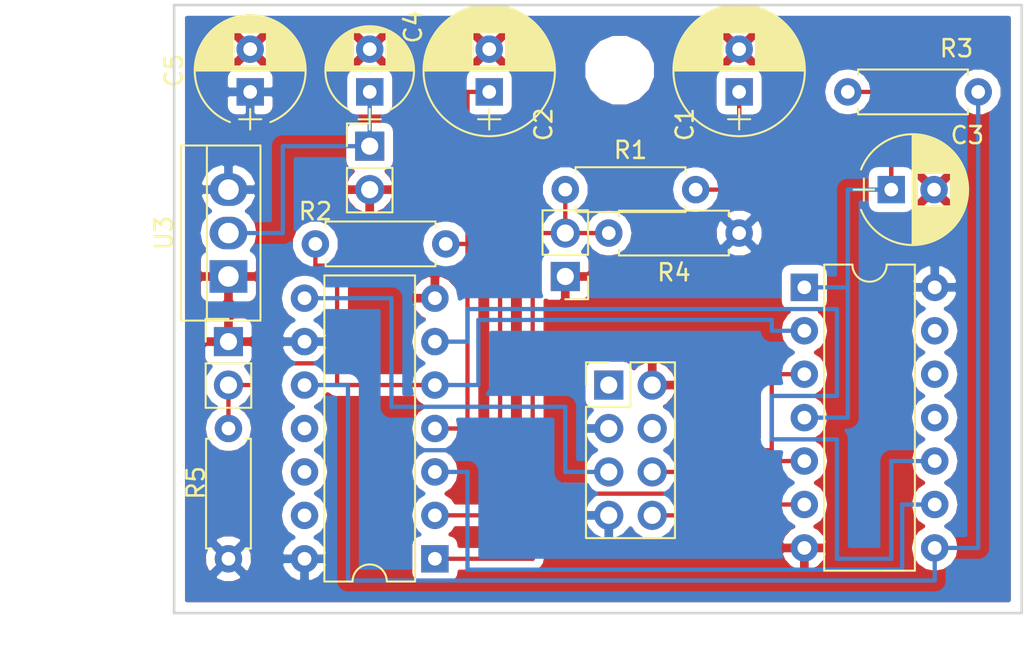
<source format=kicad_pcb>
(kicad_pcb (version 20171130) (host pcbnew "(5.0.0-rc2-dev-655-ge0ca5bab1)")

  (general
    (thickness 1.6)
    (drawings 8)
    (tracks 103)
    (zones 0)
    (modules 18)
    (nets 17)
  )

  (page A4)
  (layers
    (0 F.Cu signal)
    (31 B.Cu signal)
    (32 B.Adhes user)
    (33 F.Adhes user)
    (34 B.Paste user)
    (35 F.Paste user)
    (36 B.SilkS user)
    (37 F.SilkS user)
    (38 B.Mask user)
    (39 F.Mask user)
    (40 Dwgs.User user)
    (41 Cmts.User user)
    (42 Eco1.User user)
    (43 Eco2.User user)
    (44 Edge.Cuts user)
    (45 Margin user)
    (46 B.CrtYd user)
    (47 F.CrtYd user)
    (48 B.Fab user)
    (49 F.Fab user)
  )

  (setup
    (last_trace_width 0.25)
    (trace_clearance 0.2)
    (zone_clearance 0.508)
    (zone_45_only no)
    (trace_min 0.2)
    (segment_width 0.2)
    (edge_width 0.15)
    (via_size 0.6)
    (via_drill 0.4)
    (via_min_size 0.4)
    (via_min_drill 0.3)
    (uvia_size 0.3)
    (uvia_drill 0.1)
    (uvias_allowed no)
    (uvia_min_size 0.2)
    (uvia_min_drill 0.1)
    (pcb_text_width 0.3)
    (pcb_text_size 1.5 1.5)
    (mod_edge_width 0.15)
    (mod_text_size 1 1)
    (mod_text_width 0.15)
    (pad_size 1.524 1.524)
    (pad_drill 0.762)
    (pad_to_mask_clearance 0.2)
    (aux_axis_origin 112.395 135.89)
    (visible_elements 7FFFFF6F)
    (pcbplotparams
      (layerselection 0x00030_80000001)
      (usegerberextensions false)
      (usegerberattributes false)
      (usegerberadvancedattributes false)
      (creategerberjobfile false)
      (excludeedgelayer true)
      (linewidth 0.100000)
      (plotframeref false)
      (viasonmask false)
      (mode 1)
      (useauxorigin false)
      (hpglpennumber 1)
      (hpglpenspeed 20)
      (hpglpendiameter 15)
      (psnegative false)
      (psa4output false)
      (plotreference true)
      (plotvalue true)
      (plotinvisibletext false)
      (padsonsilk false)
      (subtractmaskfromsilk false)
      (outputformat 1)
      (mirror false)
      (drillshape 0)
      (scaleselection 1)
      (outputdirectory ""))
  )

  (net 0 "")
  (net 1 REED1)
  (net 2 REED2)
  (net 3 GND)
  (net 4 "Net-(J1-Pad1)")
  (net 5 +3V3)
  (net 6 RST)
  (net 7 GPIO0)
  (net 8 "Net-(U1-Pad3)")
  (net 9 "Net-(U1-Pad6)")
  (net 10 "Net-(C1-Pad1)")
  (net 11 "Net-(C2-Pad1)")
  (net 12 "Net-(C3-Pad1)")
  (net 13 "Net-(R3-Pad1)")
  (net 14 +5V)
  (net 15 "Net-(J1-Pad4)")
  (net 16 RX)

  (net_class Default "This is the default net class."
    (clearance 0.2)
    (trace_width 0.25)
    (via_dia 0.6)
    (via_drill 0.4)
    (uvia_dia 0.3)
    (uvia_drill 0.1)
    (add_net +3V3)
    (add_net +5V)
    (add_net GND)
    (add_net GPIO0)
    (add_net "Net-(C1-Pad1)")
    (add_net "Net-(C2-Pad1)")
    (add_net "Net-(C3-Pad1)")
    (add_net "Net-(J1-Pad1)")
    (add_net "Net-(J1-Pad4)")
    (add_net "Net-(R3-Pad1)")
    (add_net "Net-(U1-Pad3)")
    (add_net "Net-(U1-Pad6)")
    (add_net REED1)
    (add_net REED2)
    (add_net RST)
    (add_net RX)
  )

  (module Capacitors_THT:CP_Radial_D5.0mm_P2.50mm (layer F.Cu) (tedit 5AEA30B2) (tstamp 5AE79A2A)
    (at 123.825 106.045 90)
    (descr "CP, Radial series, Radial, pin pitch=2.50mm, , diameter=5mm, Electrolytic Capacitor")
    (tags "CP Radial series Radial pin pitch 2.50mm  diameter 5mm Electrolytic Capacitor")
    (path /5AE79AD3)
    (fp_text reference C4 (at 3.81 2.54 90) (layer F.SilkS)
      (effects (font (size 1 1) (thickness 0.15)))
    )
    (fp_text value 10uF (at -1.27 2.54 90) (layer F.Fab)
      (effects (font (size 1 1) (thickness 0.15)))
    )
    (fp_arc (start 1.25 0) (end -1.05558 -1.18) (angle 125.8) (layer F.SilkS) (width 0.12))
    (fp_arc (start 1.25 0) (end -1.05558 1.18) (angle -125.8) (layer F.SilkS) (width 0.12))
    (fp_arc (start 1.25 0) (end 3.55558 -1.18) (angle 54.2) (layer F.SilkS) (width 0.12))
    (fp_circle (center 1.25 0) (end 3.75 0) (layer F.Fab) (width 0.1))
    (fp_line (start -2.2 0) (end -1 0) (layer F.Fab) (width 0.1))
    (fp_line (start -1.6 -0.65) (end -1.6 0.65) (layer F.Fab) (width 0.1))
    (fp_line (start 1.25 -2.55) (end 1.25 2.55) (layer F.SilkS) (width 0.12))
    (fp_line (start 1.29 -2.55) (end 1.29 2.55) (layer F.SilkS) (width 0.12))
    (fp_line (start 1.33 -2.549) (end 1.33 2.549) (layer F.SilkS) (width 0.12))
    (fp_line (start 1.37 -2.548) (end 1.37 2.548) (layer F.SilkS) (width 0.12))
    (fp_line (start 1.41 -2.546) (end 1.41 2.546) (layer F.SilkS) (width 0.12))
    (fp_line (start 1.45 -2.543) (end 1.45 2.543) (layer F.SilkS) (width 0.12))
    (fp_line (start 1.49 -2.539) (end 1.49 2.539) (layer F.SilkS) (width 0.12))
    (fp_line (start 1.53 -2.535) (end 1.53 -0.98) (layer F.SilkS) (width 0.12))
    (fp_line (start 1.53 0.98) (end 1.53 2.535) (layer F.SilkS) (width 0.12))
    (fp_line (start 1.57 -2.531) (end 1.57 -0.98) (layer F.SilkS) (width 0.12))
    (fp_line (start 1.57 0.98) (end 1.57 2.531) (layer F.SilkS) (width 0.12))
    (fp_line (start 1.61 -2.525) (end 1.61 -0.98) (layer F.SilkS) (width 0.12))
    (fp_line (start 1.61 0.98) (end 1.61 2.525) (layer F.SilkS) (width 0.12))
    (fp_line (start 1.65 -2.519) (end 1.65 -0.98) (layer F.SilkS) (width 0.12))
    (fp_line (start 1.65 0.98) (end 1.65 2.519) (layer F.SilkS) (width 0.12))
    (fp_line (start 1.69 -2.513) (end 1.69 -0.98) (layer F.SilkS) (width 0.12))
    (fp_line (start 1.69 0.98) (end 1.69 2.513) (layer F.SilkS) (width 0.12))
    (fp_line (start 1.73 -2.506) (end 1.73 -0.98) (layer F.SilkS) (width 0.12))
    (fp_line (start 1.73 0.98) (end 1.73 2.506) (layer F.SilkS) (width 0.12))
    (fp_line (start 1.77 -2.498) (end 1.77 -0.98) (layer F.SilkS) (width 0.12))
    (fp_line (start 1.77 0.98) (end 1.77 2.498) (layer F.SilkS) (width 0.12))
    (fp_line (start 1.81 -2.489) (end 1.81 -0.98) (layer F.SilkS) (width 0.12))
    (fp_line (start 1.81 0.98) (end 1.81 2.489) (layer F.SilkS) (width 0.12))
    (fp_line (start 1.85 -2.48) (end 1.85 -0.98) (layer F.SilkS) (width 0.12))
    (fp_line (start 1.85 0.98) (end 1.85 2.48) (layer F.SilkS) (width 0.12))
    (fp_line (start 1.89 -2.47) (end 1.89 -0.98) (layer F.SilkS) (width 0.12))
    (fp_line (start 1.89 0.98) (end 1.89 2.47) (layer F.SilkS) (width 0.12))
    (fp_line (start 1.93 -2.46) (end 1.93 -0.98) (layer F.SilkS) (width 0.12))
    (fp_line (start 1.93 0.98) (end 1.93 2.46) (layer F.SilkS) (width 0.12))
    (fp_line (start 1.971 -2.448) (end 1.971 -0.98) (layer F.SilkS) (width 0.12))
    (fp_line (start 1.971 0.98) (end 1.971 2.448) (layer F.SilkS) (width 0.12))
    (fp_line (start 2.011 -2.436) (end 2.011 -0.98) (layer F.SilkS) (width 0.12))
    (fp_line (start 2.011 0.98) (end 2.011 2.436) (layer F.SilkS) (width 0.12))
    (fp_line (start 2.051 -2.424) (end 2.051 -0.98) (layer F.SilkS) (width 0.12))
    (fp_line (start 2.051 0.98) (end 2.051 2.424) (layer F.SilkS) (width 0.12))
    (fp_line (start 2.091 -2.41) (end 2.091 -0.98) (layer F.SilkS) (width 0.12))
    (fp_line (start 2.091 0.98) (end 2.091 2.41) (layer F.SilkS) (width 0.12))
    (fp_line (start 2.131 -2.396) (end 2.131 -0.98) (layer F.SilkS) (width 0.12))
    (fp_line (start 2.131 0.98) (end 2.131 2.396) (layer F.SilkS) (width 0.12))
    (fp_line (start 2.171 -2.382) (end 2.171 -0.98) (layer F.SilkS) (width 0.12))
    (fp_line (start 2.171 0.98) (end 2.171 2.382) (layer F.SilkS) (width 0.12))
    (fp_line (start 2.211 -2.366) (end 2.211 -0.98) (layer F.SilkS) (width 0.12))
    (fp_line (start 2.211 0.98) (end 2.211 2.366) (layer F.SilkS) (width 0.12))
    (fp_line (start 2.251 -2.35) (end 2.251 -0.98) (layer F.SilkS) (width 0.12))
    (fp_line (start 2.251 0.98) (end 2.251 2.35) (layer F.SilkS) (width 0.12))
    (fp_line (start 2.291 -2.333) (end 2.291 -0.98) (layer F.SilkS) (width 0.12))
    (fp_line (start 2.291 0.98) (end 2.291 2.333) (layer F.SilkS) (width 0.12))
    (fp_line (start 2.331 -2.315) (end 2.331 -0.98) (layer F.SilkS) (width 0.12))
    (fp_line (start 2.331 0.98) (end 2.331 2.315) (layer F.SilkS) (width 0.12))
    (fp_line (start 2.371 -2.296) (end 2.371 -0.98) (layer F.SilkS) (width 0.12))
    (fp_line (start 2.371 0.98) (end 2.371 2.296) (layer F.SilkS) (width 0.12))
    (fp_line (start 2.411 -2.276) (end 2.411 -0.98) (layer F.SilkS) (width 0.12))
    (fp_line (start 2.411 0.98) (end 2.411 2.276) (layer F.SilkS) (width 0.12))
    (fp_line (start 2.451 -2.256) (end 2.451 -0.98) (layer F.SilkS) (width 0.12))
    (fp_line (start 2.451 0.98) (end 2.451 2.256) (layer F.SilkS) (width 0.12))
    (fp_line (start 2.491 -2.234) (end 2.491 -0.98) (layer F.SilkS) (width 0.12))
    (fp_line (start 2.491 0.98) (end 2.491 2.234) (layer F.SilkS) (width 0.12))
    (fp_line (start 2.531 -2.212) (end 2.531 -0.98) (layer F.SilkS) (width 0.12))
    (fp_line (start 2.531 0.98) (end 2.531 2.212) (layer F.SilkS) (width 0.12))
    (fp_line (start 2.571 -2.189) (end 2.571 -0.98) (layer F.SilkS) (width 0.12))
    (fp_line (start 2.571 0.98) (end 2.571 2.189) (layer F.SilkS) (width 0.12))
    (fp_line (start 2.611 -2.165) (end 2.611 -0.98) (layer F.SilkS) (width 0.12))
    (fp_line (start 2.611 0.98) (end 2.611 2.165) (layer F.SilkS) (width 0.12))
    (fp_line (start 2.651 -2.14) (end 2.651 -0.98) (layer F.SilkS) (width 0.12))
    (fp_line (start 2.651 0.98) (end 2.651 2.14) (layer F.SilkS) (width 0.12))
    (fp_line (start 2.691 -2.113) (end 2.691 -0.98) (layer F.SilkS) (width 0.12))
    (fp_line (start 2.691 0.98) (end 2.691 2.113) (layer F.SilkS) (width 0.12))
    (fp_line (start 2.731 -2.086) (end 2.731 -0.98) (layer F.SilkS) (width 0.12))
    (fp_line (start 2.731 0.98) (end 2.731 2.086) (layer F.SilkS) (width 0.12))
    (fp_line (start 2.771 -2.058) (end 2.771 -0.98) (layer F.SilkS) (width 0.12))
    (fp_line (start 2.771 0.98) (end 2.771 2.058) (layer F.SilkS) (width 0.12))
    (fp_line (start 2.811 -2.028) (end 2.811 -0.98) (layer F.SilkS) (width 0.12))
    (fp_line (start 2.811 0.98) (end 2.811 2.028) (layer F.SilkS) (width 0.12))
    (fp_line (start 2.851 -1.997) (end 2.851 -0.98) (layer F.SilkS) (width 0.12))
    (fp_line (start 2.851 0.98) (end 2.851 1.997) (layer F.SilkS) (width 0.12))
    (fp_line (start 2.891 -1.965) (end 2.891 -0.98) (layer F.SilkS) (width 0.12))
    (fp_line (start 2.891 0.98) (end 2.891 1.965) (layer F.SilkS) (width 0.12))
    (fp_line (start 2.931 -1.932) (end 2.931 -0.98) (layer F.SilkS) (width 0.12))
    (fp_line (start 2.931 0.98) (end 2.931 1.932) (layer F.SilkS) (width 0.12))
    (fp_line (start 2.971 -1.897) (end 2.971 -0.98) (layer F.SilkS) (width 0.12))
    (fp_line (start 2.971 0.98) (end 2.971 1.897) (layer F.SilkS) (width 0.12))
    (fp_line (start 3.011 -1.861) (end 3.011 -0.98) (layer F.SilkS) (width 0.12))
    (fp_line (start 3.011 0.98) (end 3.011 1.861) (layer F.SilkS) (width 0.12))
    (fp_line (start 3.051 -1.823) (end 3.051 -0.98) (layer F.SilkS) (width 0.12))
    (fp_line (start 3.051 0.98) (end 3.051 1.823) (layer F.SilkS) (width 0.12))
    (fp_line (start 3.091 -1.783) (end 3.091 -0.98) (layer F.SilkS) (width 0.12))
    (fp_line (start 3.091 0.98) (end 3.091 1.783) (layer F.SilkS) (width 0.12))
    (fp_line (start 3.131 -1.742) (end 3.131 -0.98) (layer F.SilkS) (width 0.12))
    (fp_line (start 3.131 0.98) (end 3.131 1.742) (layer F.SilkS) (width 0.12))
    (fp_line (start 3.171 -1.699) (end 3.171 -0.98) (layer F.SilkS) (width 0.12))
    (fp_line (start 3.171 0.98) (end 3.171 1.699) (layer F.SilkS) (width 0.12))
    (fp_line (start 3.211 -1.654) (end 3.211 -0.98) (layer F.SilkS) (width 0.12))
    (fp_line (start 3.211 0.98) (end 3.211 1.654) (layer F.SilkS) (width 0.12))
    (fp_line (start 3.251 -1.606) (end 3.251 -0.98) (layer F.SilkS) (width 0.12))
    (fp_line (start 3.251 0.98) (end 3.251 1.606) (layer F.SilkS) (width 0.12))
    (fp_line (start 3.291 -1.556) (end 3.291 -0.98) (layer F.SilkS) (width 0.12))
    (fp_line (start 3.291 0.98) (end 3.291 1.556) (layer F.SilkS) (width 0.12))
    (fp_line (start 3.331 -1.504) (end 3.331 -0.98) (layer F.SilkS) (width 0.12))
    (fp_line (start 3.331 0.98) (end 3.331 1.504) (layer F.SilkS) (width 0.12))
    (fp_line (start 3.371 -1.448) (end 3.371 -0.98) (layer F.SilkS) (width 0.12))
    (fp_line (start 3.371 0.98) (end 3.371 1.448) (layer F.SilkS) (width 0.12))
    (fp_line (start 3.411 -1.39) (end 3.411 -0.98) (layer F.SilkS) (width 0.12))
    (fp_line (start 3.411 0.98) (end 3.411 1.39) (layer F.SilkS) (width 0.12))
    (fp_line (start 3.451 -1.327) (end 3.451 -0.98) (layer F.SilkS) (width 0.12))
    (fp_line (start 3.451 0.98) (end 3.451 1.327) (layer F.SilkS) (width 0.12))
    (fp_line (start 3.491 -1.261) (end 3.491 1.261) (layer F.SilkS) (width 0.12))
    (fp_line (start 3.531 -1.189) (end 3.531 1.189) (layer F.SilkS) (width 0.12))
    (fp_line (start 3.571 -1.112) (end 3.571 1.112) (layer F.SilkS) (width 0.12))
    (fp_line (start 3.611 -1.028) (end 3.611 1.028) (layer F.SilkS) (width 0.12))
    (fp_line (start 3.651 -0.934) (end 3.651 0.934) (layer F.SilkS) (width 0.12))
    (fp_line (start 3.691 -0.829) (end 3.691 0.829) (layer F.SilkS) (width 0.12))
    (fp_line (start 3.731 -0.707) (end 3.731 0.707) (layer F.SilkS) (width 0.12))
    (fp_line (start 3.771 -0.559) (end 3.771 0.559) (layer F.SilkS) (width 0.12))
    (fp_line (start 3.811 -0.354) (end 3.811 0.354) (layer F.SilkS) (width 0.12))
    (fp_line (start -2.2 0) (end -1 0) (layer F.SilkS) (width 0.12))
    (fp_line (start -1.6 -0.65) (end -1.6 0.65) (layer F.SilkS) (width 0.12))
    (fp_line (start -1.6 -2.85) (end -1.6 2.85) (layer F.CrtYd) (width 0.05))
    (fp_line (start -1.6 2.85) (end 4.1 2.85) (layer F.CrtYd) (width 0.05))
    (fp_line (start 4.1 2.85) (end 4.1 -2.85) (layer F.CrtYd) (width 0.05))
    (fp_line (start 4.1 -2.85) (end -1.6 -2.85) (layer F.CrtYd) (width 0.05))
    (fp_text user %R (at 1.25 0 90) (layer F.Fab)
      (effects (font (size 1 1) (thickness 0.15)))
    )
    (pad 1 thru_hole rect (at 0 0 90) (size 1.6 1.6) (drill 0.8) (layers *.Cu *.Mask)
      (net 14 +5V))
    (pad 2 thru_hole circle (at 2.5 0 90) (size 1.6 1.6) (drill 0.8) (layers *.Cu *.Mask)
      (net 3 GND))
    (model ${KISYS3DMOD}/Capacitors_THT.3dshapes/CP_Radial_D5.0mm_P2.50mm.wrl
      (at (xyz 0 0 0))
      (scale (xyz 1 1 1))
      (rotate (xyz 0 0 0))
    )
  )

  (module Pin_Headers:Pin_Header_Straight_1x02_Pitch2.54mm (layer F.Cu) (tedit 5AEA33C1) (tstamp 5AE734D7)
    (at 115.57 120.65)
    (descr "Through hole straight pin header, 1x02, 2.54mm pitch, single row")
    (tags "Through hole pin header THT 1x02 2.54mm single row")
    (path /5AE725C2)
    (fp_text reference J3 (at 0 -2.33) (layer F.SilkS) hide
      (effects (font (size 1 1) (thickness 0.15)))
    )
    (fp_text value REED2 (at 0 4.87) (layer F.Fab) hide
      (effects (font (size 1 1) (thickness 0.15)))
    )
    (fp_line (start -0.635 -1.27) (end 1.27 -1.27) (layer F.Fab) (width 0.1))
    (fp_line (start 1.27 -1.27) (end 1.27 3.81) (layer F.Fab) (width 0.1))
    (fp_line (start 1.27 3.81) (end -1.27 3.81) (layer F.Fab) (width 0.1))
    (fp_line (start -1.27 3.81) (end -1.27 -0.635) (layer F.Fab) (width 0.1))
    (fp_line (start -1.27 -0.635) (end -0.635 -1.27) (layer F.Fab) (width 0.1))
    (fp_line (start -1.33 3.87) (end 1.33 3.87) (layer F.SilkS) (width 0.12))
    (fp_line (start -1.33 1.27) (end -1.33 3.87) (layer F.SilkS) (width 0.12))
    (fp_line (start 1.33 1.27) (end 1.33 3.87) (layer F.SilkS) (width 0.12))
    (fp_line (start -1.33 1.27) (end 1.33 1.27) (layer F.SilkS) (width 0.12))
    (fp_line (start -1.33 0) (end -1.33 -1.33) (layer F.SilkS) (width 0.12))
    (fp_line (start -1.33 -1.33) (end 0 -1.33) (layer F.SilkS) (width 0.12))
    (fp_line (start -1.8 -1.8) (end -1.8 4.35) (layer F.CrtYd) (width 0.05))
    (fp_line (start -1.8 4.35) (end 1.8 4.35) (layer F.CrtYd) (width 0.05))
    (fp_line (start 1.8 4.35) (end 1.8 -1.8) (layer F.CrtYd) (width 0.05))
    (fp_line (start 1.8 -1.8) (end -1.8 -1.8) (layer F.CrtYd) (width 0.05))
    (fp_text user %R (at 0 1.27 90) (layer F.Fab)
      (effects (font (size 1 1) (thickness 0.15)))
    )
    (pad 1 thru_hole rect (at 0 0) (size 1.7 1.7) (drill 1) (layers *.Cu *.Mask)
      (net 3 GND))
    (pad 2 thru_hole oval (at 0 2.54) (size 1.7 1.7) (drill 1) (layers *.Cu *.Mask)
      (net 2 REED2))
    (model ${KISYS3DMOD}/Pin_Headers.3dshapes/Pin_Header_Straight_1x02_Pitch2.54mm.wrl
      (at (xyz 0 0 0))
      (scale (xyz 1 1 1))
      (rotate (xyz 0 0 0))
    )
  )

  (module Resistors_THT:R_Axial_DIN0207_L6.3mm_D2.5mm_P7.62mm_Horizontal (layer F.Cu) (tedit 5AEA3EC2) (tstamp 5AE84455)
    (at 115.57 133.35 90)
    (descr "Resistor, Axial_DIN0207 series, Axial, Horizontal, pin pitch=7.62mm, 0.25W = 1/4W, length*diameter=6.3*2.5mm^2, http://cdn-reichelt.de/documents/datenblatt/B400/1_4W%23YAG.pdf")
    (tags "Resistor Axial_DIN0207 series Axial Horizontal pin pitch 7.62mm 0.25W = 1/4W length 6.3mm diameter 2.5mm")
    (path /5AE854E6)
    (fp_text reference R5 (at 4.445 -1.905 90) (layer F.SilkS)
      (effects (font (size 1 1) (thickness 0.15)))
    )
    (fp_text value 10k (at 3.81 2.31 90) (layer F.Fab)
      (effects (font (size 1 1) (thickness 0.15)))
    )
    (fp_line (start 0.66 -1.25) (end 0.66 1.25) (layer F.Fab) (width 0.1))
    (fp_line (start 0.66 1.25) (end 6.96 1.25) (layer F.Fab) (width 0.1))
    (fp_line (start 6.96 1.25) (end 6.96 -1.25) (layer F.Fab) (width 0.1))
    (fp_line (start 6.96 -1.25) (end 0.66 -1.25) (layer F.Fab) (width 0.1))
    (fp_line (start 0 0) (end 0.66 0) (layer F.Fab) (width 0.1))
    (fp_line (start 7.62 0) (end 6.96 0) (layer F.Fab) (width 0.1))
    (fp_line (start 0.6 -0.98) (end 0.6 -1.31) (layer F.SilkS) (width 0.12))
    (fp_line (start 0.6 -1.31) (end 7.02 -1.31) (layer F.SilkS) (width 0.12))
    (fp_line (start 7.02 -1.31) (end 7.02 -0.98) (layer F.SilkS) (width 0.12))
    (fp_line (start 0.6 0.98) (end 0.6 1.31) (layer F.SilkS) (width 0.12))
    (fp_line (start 0.6 1.31) (end 7.02 1.31) (layer F.SilkS) (width 0.12))
    (fp_line (start 7.02 1.31) (end 7.02 0.98) (layer F.SilkS) (width 0.12))
    (fp_line (start -1.05 -1.6) (end -1.05 1.6) (layer F.CrtYd) (width 0.05))
    (fp_line (start -1.05 1.6) (end 8.7 1.6) (layer F.CrtYd) (width 0.05))
    (fp_line (start 8.7 1.6) (end 8.7 -1.6) (layer F.CrtYd) (width 0.05))
    (fp_line (start 8.7 -1.6) (end -1.05 -1.6) (layer F.CrtYd) (width 0.05))
    (pad 1 thru_hole circle (at 0 0 90) (size 1.6 1.6) (drill 0.8) (layers *.Cu *.Mask)
      (net 5 +3V3))
    (pad 2 thru_hole oval (at 7.62 0 90) (size 1.6 1.6) (drill 0.8) (layers *.Cu *.Mask)
      (net 2 REED2))
    (model ${KISYS3DMOD}/Resistors_THT.3dshapes/R_Axial_DIN0207_L6.3mm_D2.5mm_P7.62mm_Horizontal.wrl
      (at (xyz 0 0 0))
      (scale (xyz 0.393701 0.393701 0.393701))
      (rotate (xyz 0 0 0))
    )
  )

  (module Resistors_THT:R_Axial_DIN0207_L6.3mm_D2.5mm_P7.62mm_Horizontal (layer F.Cu) (tedit 5AEA2FD2) (tstamp 5AE8444F)
    (at 145.415 114.3 180)
    (descr "Resistor, Axial_DIN0207 series, Axial, Horizontal, pin pitch=7.62mm, 0.25W = 1/4W, length*diameter=6.3*2.5mm^2, http://cdn-reichelt.de/documents/datenblatt/B400/1_4W%23YAG.pdf")
    (tags "Resistor Axial_DIN0207 series Axial Horizontal pin pitch 7.62mm 0.25W = 1/4W length 6.3mm diameter 2.5mm")
    (path /5AE85495)
    (fp_text reference R4 (at 3.81 -2.31 180) (layer F.SilkS)
      (effects (font (size 1 1) (thickness 0.15)))
    )
    (fp_text value 10k (at 9.525 4.445 180) (layer F.Fab)
      (effects (font (size 1 1) (thickness 0.15)))
    )
    (fp_line (start 0.66 -1.25) (end 0.66 1.25) (layer F.Fab) (width 0.1))
    (fp_line (start 0.66 1.25) (end 6.96 1.25) (layer F.Fab) (width 0.1))
    (fp_line (start 6.96 1.25) (end 6.96 -1.25) (layer F.Fab) (width 0.1))
    (fp_line (start 6.96 -1.25) (end 0.66 -1.25) (layer F.Fab) (width 0.1))
    (fp_line (start 0 0) (end 0.66 0) (layer F.Fab) (width 0.1))
    (fp_line (start 7.62 0) (end 6.96 0) (layer F.Fab) (width 0.1))
    (fp_line (start 0.6 -0.98) (end 0.6 -1.31) (layer F.SilkS) (width 0.12))
    (fp_line (start 0.6 -1.31) (end 7.02 -1.31) (layer F.SilkS) (width 0.12))
    (fp_line (start 7.02 -1.31) (end 7.02 -0.98) (layer F.SilkS) (width 0.12))
    (fp_line (start 0.6 0.98) (end 0.6 1.31) (layer F.SilkS) (width 0.12))
    (fp_line (start 0.6 1.31) (end 7.02 1.31) (layer F.SilkS) (width 0.12))
    (fp_line (start 7.02 1.31) (end 7.02 0.98) (layer F.SilkS) (width 0.12))
    (fp_line (start -1.05 -1.6) (end -1.05 1.6) (layer F.CrtYd) (width 0.05))
    (fp_line (start -1.05 1.6) (end 8.7 1.6) (layer F.CrtYd) (width 0.05))
    (fp_line (start 8.7 1.6) (end 8.7 -1.6) (layer F.CrtYd) (width 0.05))
    (fp_line (start 8.7 -1.6) (end -1.05 -1.6) (layer F.CrtYd) (width 0.05))
    (pad 1 thru_hole circle (at 0 0 180) (size 1.6 1.6) (drill 0.8) (layers *.Cu *.Mask)
      (net 5 +3V3))
    (pad 2 thru_hole oval (at 7.62 0 180) (size 1.6 1.6) (drill 0.8) (layers *.Cu *.Mask)
      (net 1 REED1))
    (model ${KISYS3DMOD}/Resistors_THT.3dshapes/R_Axial_DIN0207_L6.3mm_D2.5mm_P7.62mm_Horizontal.wrl
      (at (xyz 0 0 0))
      (scale (xyz 0.393701 0.393701 0.393701))
      (rotate (xyz 0 0 0))
    )
  )

  (module Pin_Headers:Pin_Header_Straight_1x02_Pitch2.54mm (layer F.Cu) (tedit 5AEA3116) (tstamp 5AE79A36)
    (at 123.825 109.22)
    (descr "Through hole straight pin header, 1x02, 2.54mm pitch, single row")
    (tags "Through hole pin header THT 1x02 2.54mm single row")
    (path /5AE79CD4)
    (fp_text reference J4 (at 0 -2.33) (layer F.SilkS) hide
      (effects (font (size 1 1) (thickness 0.15)))
    )
    (fp_text value "Vin 5V" (at -1.905 1.27 90) (layer F.Fab)
      (effects (font (size 1 1) (thickness 0.15)))
    )
    (fp_line (start -0.635 -1.27) (end 1.27 -1.27) (layer F.Fab) (width 0.1))
    (fp_line (start 1.27 -1.27) (end 1.27 3.81) (layer F.Fab) (width 0.1))
    (fp_line (start 1.27 3.81) (end -1.27 3.81) (layer F.Fab) (width 0.1))
    (fp_line (start -1.27 3.81) (end -1.27 -0.635) (layer F.Fab) (width 0.1))
    (fp_line (start -1.27 -0.635) (end -0.635 -1.27) (layer F.Fab) (width 0.1))
    (fp_line (start -1.33 3.87) (end 1.33 3.87) (layer F.SilkS) (width 0.12))
    (fp_line (start -1.33 1.27) (end -1.33 3.87) (layer F.SilkS) (width 0.12))
    (fp_line (start 1.33 1.27) (end 1.33 3.87) (layer F.SilkS) (width 0.12))
    (fp_line (start -1.33 1.27) (end 1.33 1.27) (layer F.SilkS) (width 0.12))
    (fp_line (start -1.33 0) (end -1.33 -1.33) (layer F.SilkS) (width 0.12))
    (fp_line (start -1.33 -1.33) (end 0 -1.33) (layer F.SilkS) (width 0.12))
    (fp_line (start -1.8 -1.8) (end -1.8 4.35) (layer F.CrtYd) (width 0.05))
    (fp_line (start -1.8 4.35) (end 1.8 4.35) (layer F.CrtYd) (width 0.05))
    (fp_line (start 1.8 4.35) (end 1.8 -1.8) (layer F.CrtYd) (width 0.05))
    (fp_line (start 1.8 -1.8) (end -1.8 -1.8) (layer F.CrtYd) (width 0.05))
    (fp_text user %R (at 0 1.27 90) (layer F.Fab) hide
      (effects (font (size 1 1) (thickness 0.15)))
    )
    (pad 1 thru_hole rect (at 0 0) (size 1.7 1.7) (drill 1) (layers *.Cu *.Mask)
      (net 14 +5V))
    (pad 2 thru_hole oval (at 0 2.54) (size 1.7 1.7) (drill 1) (layers *.Cu *.Mask)
      (net 3 GND))
    (model ${KISYS3DMOD}/Pin_Headers.3dshapes/Pin_Header_Straight_1x02_Pitch2.54mm.wrl
      (at (xyz 0 0 0))
      (scale (xyz 1 1 1))
      (rotate (xyz 0 0 0))
    )
  )

  (module Pin_Headers:Pin_Header_Straight_1x02_Pitch2.54mm (layer F.Cu) (tedit 5AEA3405) (tstamp 5AE734D1)
    (at 135.255 116.84 180)
    (descr "Through hole straight pin header, 1x02, 2.54mm pitch, single row")
    (tags "Through hole pin header THT 1x02 2.54mm single row")
    (path /5AE7231B)
    (fp_text reference J2 (at 0 -2.33 180) (layer F.SilkS) hide
      (effects (font (size 1 1) (thickness 0.15)))
    )
    (fp_text value REED1 (at 0 4.87 180) (layer F.Fab) hide
      (effects (font (size 1 1) (thickness 0.15)))
    )
    (fp_line (start -0.635 -1.27) (end 1.27 -1.27) (layer F.Fab) (width 0.1))
    (fp_line (start 1.27 -1.27) (end 1.27 3.81) (layer F.Fab) (width 0.1))
    (fp_line (start 1.27 3.81) (end -1.27 3.81) (layer F.Fab) (width 0.1))
    (fp_line (start -1.27 3.81) (end -1.27 -0.635) (layer F.Fab) (width 0.1))
    (fp_line (start -1.27 -0.635) (end -0.635 -1.27) (layer F.Fab) (width 0.1))
    (fp_line (start -1.33 3.87) (end 1.33 3.87) (layer F.SilkS) (width 0.12))
    (fp_line (start -1.33 1.27) (end -1.33 3.87) (layer F.SilkS) (width 0.12))
    (fp_line (start 1.33 1.27) (end 1.33 3.87) (layer F.SilkS) (width 0.12))
    (fp_line (start -1.33 1.27) (end 1.33 1.27) (layer F.SilkS) (width 0.12))
    (fp_line (start -1.33 0) (end -1.33 -1.33) (layer F.SilkS) (width 0.12))
    (fp_line (start -1.33 -1.33) (end 0 -1.33) (layer F.SilkS) (width 0.12))
    (fp_line (start -1.8 -1.8) (end -1.8 4.35) (layer F.CrtYd) (width 0.05))
    (fp_line (start -1.8 4.35) (end 1.8 4.35) (layer F.CrtYd) (width 0.05))
    (fp_line (start 1.8 4.35) (end 1.8 -1.8) (layer F.CrtYd) (width 0.05))
    (fp_line (start 1.8 -1.8) (end -1.8 -1.8) (layer F.CrtYd) (width 0.05))
    (fp_text user %R (at 1.905 1.27 270) (layer F.Fab) hide
      (effects (font (size 1 1) (thickness 0.15)))
    )
    (pad 1 thru_hole rect (at 0 0 180) (size 1.7 1.7) (drill 1) (layers *.Cu *.Mask)
      (net 3 GND))
    (pad 2 thru_hole oval (at 0 2.54 180) (size 1.7 1.7) (drill 1) (layers *.Cu *.Mask)
      (net 1 REED1))
    (model ${KISYS3DMOD}/Pin_Headers.3dshapes/Pin_Header_Straight_1x02_Pitch2.54mm.wrl
      (at (xyz 0 0 0))
      (scale (xyz 1 1 1))
      (rotate (xyz 0 0 0))
    )
  )

  (module Pin_Headers:Pin_Header_Straight_2x04_Pitch2.54mm (layer F.Cu) (tedit 5AEA33D5) (tstamp 5AE734CB)
    (at 137.795 123.19)
    (descr "Through hole straight pin header, 2x04, 2.54mm pitch, double rows")
    (tags "Through hole pin header THT 2x04 2.54mm double row")
    (path /5AE716ED)
    (fp_text reference J1 (at 1.27 -2.33) (layer F.SilkS) hide
      (effects (font (size 1 1) (thickness 0.15)))
    )
    (fp_text value ESP-01 (at 1.27 9.95) (layer F.Fab)
      (effects (font (size 1 1) (thickness 0.15)))
    )
    (fp_line (start 0 -1.27) (end 3.81 -1.27) (layer F.Fab) (width 0.1))
    (fp_line (start 3.81 -1.27) (end 3.81 8.89) (layer F.Fab) (width 0.1))
    (fp_line (start 3.81 8.89) (end -1.27 8.89) (layer F.Fab) (width 0.1))
    (fp_line (start -1.27 8.89) (end -1.27 0) (layer F.Fab) (width 0.1))
    (fp_line (start -1.27 0) (end 0 -1.27) (layer F.Fab) (width 0.1))
    (fp_line (start -1.33 8.95) (end 3.87 8.95) (layer F.SilkS) (width 0.12))
    (fp_line (start -1.33 1.27) (end -1.33 8.95) (layer F.SilkS) (width 0.12))
    (fp_line (start 3.87 -1.33) (end 3.87 8.95) (layer F.SilkS) (width 0.12))
    (fp_line (start -1.33 1.27) (end 1.27 1.27) (layer F.SilkS) (width 0.12))
    (fp_line (start 1.27 1.27) (end 1.27 -1.33) (layer F.SilkS) (width 0.12))
    (fp_line (start 1.27 -1.33) (end 3.87 -1.33) (layer F.SilkS) (width 0.12))
    (fp_line (start -1.33 0) (end -1.33 -1.33) (layer F.SilkS) (width 0.12))
    (fp_line (start -1.33 -1.33) (end 0 -1.33) (layer F.SilkS) (width 0.12))
    (fp_line (start -1.8 -1.8) (end -1.8 9.4) (layer F.CrtYd) (width 0.05))
    (fp_line (start -1.8 9.4) (end 4.35 9.4) (layer F.CrtYd) (width 0.05))
    (fp_line (start 4.35 9.4) (end 4.35 -1.8) (layer F.CrtYd) (width 0.05))
    (fp_line (start 4.35 -1.8) (end -1.8 -1.8) (layer F.CrtYd) (width 0.05))
    (fp_text user %R (at 1.27 3.81 90) (layer F.Fab) hide
      (effects (font (size 1 1) (thickness 0.15)))
    )
    (pad 1 thru_hole rect (at 0 0) (size 1.7 1.7) (drill 1) (layers *.Cu *.Mask)
      (net 4 "Net-(J1-Pad1)"))
    (pad 2 thru_hole oval (at 2.54 0) (size 1.7 1.7) (drill 1) (layers *.Cu *.Mask)
      (net 3 GND))
    (pad 3 thru_hole oval (at 0 2.54) (size 1.7 1.7) (drill 1) (layers *.Cu *.Mask)
      (net 5 +3V3))
    (pad 4 thru_hole oval (at 2.54 2.54) (size 1.7 1.7) (drill 1) (layers *.Cu *.Mask)
      (net 15 "Net-(J1-Pad4)"))
    (pad 5 thru_hole oval (at 0 5.08) (size 1.7 1.7) (drill 1) (layers *.Cu *.Mask)
      (net 6 RST))
    (pad 6 thru_hole oval (at 2.54 5.08) (size 1.7 1.7) (drill 1) (layers *.Cu *.Mask)
      (net 7 GPIO0))
    (pad 7 thru_hole oval (at 0 7.62) (size 1.7 1.7) (drill 1) (layers *.Cu *.Mask)
      (net 5 +3V3))
    (pad 8 thru_hole oval (at 2.54 7.62) (size 1.7 1.7) (drill 1) (layers *.Cu *.Mask)
      (net 16 RX))
    (model ${KISYS3DMOD}/Socket_Strips.3dshapes/Socket_Strip_Straight_2x04_Pitch2.54mm.wrl
      (offset (xyz 1.27 -3.81 0))
      (scale (xyz 1 1 1))
      (rotate (xyz 0 0 90))
    )
    (model C:/Users/joachim/workspace/tor/esp01/esp01.wrl
      (offset (xyz 0 -3.81 11))
      (scale (xyz 0.39 0.39 0.39))
      (rotate (xyz 0 180 -180))
    )
  )

  (module Capacitors_THT:CP_Radial_D6.3mm_P2.50mm (layer F.Cu) (tedit 5AEA2FE2) (tstamp 5AE734BF)
    (at 154.305 111.76)
    (descr "CP, Radial series, Radial, pin pitch=2.50mm, , diameter=6.3mm, Electrolytic Capacitor")
    (tags "CP Radial series Radial pin pitch 2.50mm  diameter 6.3mm Electrolytic Capacitor")
    (path /5AE6FD86)
    (fp_text reference C3 (at 4.445 -3.175) (layer F.SilkS)
      (effects (font (size 1 1) (thickness 0.15)))
    )
    (fp_text value 10uF (at 3.81 3.175) (layer F.Fab)
      (effects (font (size 1 1) (thickness 0.15)))
    )
    (fp_arc (start 1.25 0) (end -1.767482 -1.18) (angle 137.3) (layer F.SilkS) (width 0.12))
    (fp_arc (start 1.25 0) (end -1.767482 1.18) (angle -137.3) (layer F.SilkS) (width 0.12))
    (fp_arc (start 1.25 0) (end 4.267482 -1.18) (angle 42.7) (layer F.SilkS) (width 0.12))
    (fp_circle (center 1.25 0) (end 4.4 0) (layer F.Fab) (width 0.1))
    (fp_line (start -2.2 0) (end -1 0) (layer F.Fab) (width 0.1))
    (fp_line (start -1.6 -0.65) (end -1.6 0.65) (layer F.Fab) (width 0.1))
    (fp_line (start 1.25 -3.2) (end 1.25 3.2) (layer F.SilkS) (width 0.12))
    (fp_line (start 1.29 -3.2) (end 1.29 3.2) (layer F.SilkS) (width 0.12))
    (fp_line (start 1.33 -3.2) (end 1.33 3.2) (layer F.SilkS) (width 0.12))
    (fp_line (start 1.37 -3.198) (end 1.37 3.198) (layer F.SilkS) (width 0.12))
    (fp_line (start 1.41 -3.197) (end 1.41 3.197) (layer F.SilkS) (width 0.12))
    (fp_line (start 1.45 -3.194) (end 1.45 3.194) (layer F.SilkS) (width 0.12))
    (fp_line (start 1.49 -3.192) (end 1.49 3.192) (layer F.SilkS) (width 0.12))
    (fp_line (start 1.53 -3.188) (end 1.53 -0.98) (layer F.SilkS) (width 0.12))
    (fp_line (start 1.53 0.98) (end 1.53 3.188) (layer F.SilkS) (width 0.12))
    (fp_line (start 1.57 -3.185) (end 1.57 -0.98) (layer F.SilkS) (width 0.12))
    (fp_line (start 1.57 0.98) (end 1.57 3.185) (layer F.SilkS) (width 0.12))
    (fp_line (start 1.61 -3.18) (end 1.61 -0.98) (layer F.SilkS) (width 0.12))
    (fp_line (start 1.61 0.98) (end 1.61 3.18) (layer F.SilkS) (width 0.12))
    (fp_line (start 1.65 -3.176) (end 1.65 -0.98) (layer F.SilkS) (width 0.12))
    (fp_line (start 1.65 0.98) (end 1.65 3.176) (layer F.SilkS) (width 0.12))
    (fp_line (start 1.69 -3.17) (end 1.69 -0.98) (layer F.SilkS) (width 0.12))
    (fp_line (start 1.69 0.98) (end 1.69 3.17) (layer F.SilkS) (width 0.12))
    (fp_line (start 1.73 -3.165) (end 1.73 -0.98) (layer F.SilkS) (width 0.12))
    (fp_line (start 1.73 0.98) (end 1.73 3.165) (layer F.SilkS) (width 0.12))
    (fp_line (start 1.77 -3.158) (end 1.77 -0.98) (layer F.SilkS) (width 0.12))
    (fp_line (start 1.77 0.98) (end 1.77 3.158) (layer F.SilkS) (width 0.12))
    (fp_line (start 1.81 -3.152) (end 1.81 -0.98) (layer F.SilkS) (width 0.12))
    (fp_line (start 1.81 0.98) (end 1.81 3.152) (layer F.SilkS) (width 0.12))
    (fp_line (start 1.85 -3.144) (end 1.85 -0.98) (layer F.SilkS) (width 0.12))
    (fp_line (start 1.85 0.98) (end 1.85 3.144) (layer F.SilkS) (width 0.12))
    (fp_line (start 1.89 -3.137) (end 1.89 -0.98) (layer F.SilkS) (width 0.12))
    (fp_line (start 1.89 0.98) (end 1.89 3.137) (layer F.SilkS) (width 0.12))
    (fp_line (start 1.93 -3.128) (end 1.93 -0.98) (layer F.SilkS) (width 0.12))
    (fp_line (start 1.93 0.98) (end 1.93 3.128) (layer F.SilkS) (width 0.12))
    (fp_line (start 1.971 -3.119) (end 1.971 -0.98) (layer F.SilkS) (width 0.12))
    (fp_line (start 1.971 0.98) (end 1.971 3.119) (layer F.SilkS) (width 0.12))
    (fp_line (start 2.011 -3.11) (end 2.011 -0.98) (layer F.SilkS) (width 0.12))
    (fp_line (start 2.011 0.98) (end 2.011 3.11) (layer F.SilkS) (width 0.12))
    (fp_line (start 2.051 -3.1) (end 2.051 -0.98) (layer F.SilkS) (width 0.12))
    (fp_line (start 2.051 0.98) (end 2.051 3.1) (layer F.SilkS) (width 0.12))
    (fp_line (start 2.091 -3.09) (end 2.091 -0.98) (layer F.SilkS) (width 0.12))
    (fp_line (start 2.091 0.98) (end 2.091 3.09) (layer F.SilkS) (width 0.12))
    (fp_line (start 2.131 -3.079) (end 2.131 -0.98) (layer F.SilkS) (width 0.12))
    (fp_line (start 2.131 0.98) (end 2.131 3.079) (layer F.SilkS) (width 0.12))
    (fp_line (start 2.171 -3.067) (end 2.171 -0.98) (layer F.SilkS) (width 0.12))
    (fp_line (start 2.171 0.98) (end 2.171 3.067) (layer F.SilkS) (width 0.12))
    (fp_line (start 2.211 -3.055) (end 2.211 -0.98) (layer F.SilkS) (width 0.12))
    (fp_line (start 2.211 0.98) (end 2.211 3.055) (layer F.SilkS) (width 0.12))
    (fp_line (start 2.251 -3.042) (end 2.251 -0.98) (layer F.SilkS) (width 0.12))
    (fp_line (start 2.251 0.98) (end 2.251 3.042) (layer F.SilkS) (width 0.12))
    (fp_line (start 2.291 -3.029) (end 2.291 -0.98) (layer F.SilkS) (width 0.12))
    (fp_line (start 2.291 0.98) (end 2.291 3.029) (layer F.SilkS) (width 0.12))
    (fp_line (start 2.331 -3.015) (end 2.331 -0.98) (layer F.SilkS) (width 0.12))
    (fp_line (start 2.331 0.98) (end 2.331 3.015) (layer F.SilkS) (width 0.12))
    (fp_line (start 2.371 -3.001) (end 2.371 -0.98) (layer F.SilkS) (width 0.12))
    (fp_line (start 2.371 0.98) (end 2.371 3.001) (layer F.SilkS) (width 0.12))
    (fp_line (start 2.411 -2.986) (end 2.411 -0.98) (layer F.SilkS) (width 0.12))
    (fp_line (start 2.411 0.98) (end 2.411 2.986) (layer F.SilkS) (width 0.12))
    (fp_line (start 2.451 -2.97) (end 2.451 -0.98) (layer F.SilkS) (width 0.12))
    (fp_line (start 2.451 0.98) (end 2.451 2.97) (layer F.SilkS) (width 0.12))
    (fp_line (start 2.491 -2.954) (end 2.491 -0.98) (layer F.SilkS) (width 0.12))
    (fp_line (start 2.491 0.98) (end 2.491 2.954) (layer F.SilkS) (width 0.12))
    (fp_line (start 2.531 -2.937) (end 2.531 -0.98) (layer F.SilkS) (width 0.12))
    (fp_line (start 2.531 0.98) (end 2.531 2.937) (layer F.SilkS) (width 0.12))
    (fp_line (start 2.571 -2.919) (end 2.571 -0.98) (layer F.SilkS) (width 0.12))
    (fp_line (start 2.571 0.98) (end 2.571 2.919) (layer F.SilkS) (width 0.12))
    (fp_line (start 2.611 -2.901) (end 2.611 -0.98) (layer F.SilkS) (width 0.12))
    (fp_line (start 2.611 0.98) (end 2.611 2.901) (layer F.SilkS) (width 0.12))
    (fp_line (start 2.651 -2.882) (end 2.651 -0.98) (layer F.SilkS) (width 0.12))
    (fp_line (start 2.651 0.98) (end 2.651 2.882) (layer F.SilkS) (width 0.12))
    (fp_line (start 2.691 -2.863) (end 2.691 -0.98) (layer F.SilkS) (width 0.12))
    (fp_line (start 2.691 0.98) (end 2.691 2.863) (layer F.SilkS) (width 0.12))
    (fp_line (start 2.731 -2.843) (end 2.731 -0.98) (layer F.SilkS) (width 0.12))
    (fp_line (start 2.731 0.98) (end 2.731 2.843) (layer F.SilkS) (width 0.12))
    (fp_line (start 2.771 -2.822) (end 2.771 -0.98) (layer F.SilkS) (width 0.12))
    (fp_line (start 2.771 0.98) (end 2.771 2.822) (layer F.SilkS) (width 0.12))
    (fp_line (start 2.811 -2.8) (end 2.811 -0.98) (layer F.SilkS) (width 0.12))
    (fp_line (start 2.811 0.98) (end 2.811 2.8) (layer F.SilkS) (width 0.12))
    (fp_line (start 2.851 -2.778) (end 2.851 -0.98) (layer F.SilkS) (width 0.12))
    (fp_line (start 2.851 0.98) (end 2.851 2.778) (layer F.SilkS) (width 0.12))
    (fp_line (start 2.891 -2.755) (end 2.891 -0.98) (layer F.SilkS) (width 0.12))
    (fp_line (start 2.891 0.98) (end 2.891 2.755) (layer F.SilkS) (width 0.12))
    (fp_line (start 2.931 -2.731) (end 2.931 -0.98) (layer F.SilkS) (width 0.12))
    (fp_line (start 2.931 0.98) (end 2.931 2.731) (layer F.SilkS) (width 0.12))
    (fp_line (start 2.971 -2.706) (end 2.971 -0.98) (layer F.SilkS) (width 0.12))
    (fp_line (start 2.971 0.98) (end 2.971 2.706) (layer F.SilkS) (width 0.12))
    (fp_line (start 3.011 -2.681) (end 3.011 -0.98) (layer F.SilkS) (width 0.12))
    (fp_line (start 3.011 0.98) (end 3.011 2.681) (layer F.SilkS) (width 0.12))
    (fp_line (start 3.051 -2.654) (end 3.051 -0.98) (layer F.SilkS) (width 0.12))
    (fp_line (start 3.051 0.98) (end 3.051 2.654) (layer F.SilkS) (width 0.12))
    (fp_line (start 3.091 -2.627) (end 3.091 -0.98) (layer F.SilkS) (width 0.12))
    (fp_line (start 3.091 0.98) (end 3.091 2.627) (layer F.SilkS) (width 0.12))
    (fp_line (start 3.131 -2.599) (end 3.131 -0.98) (layer F.SilkS) (width 0.12))
    (fp_line (start 3.131 0.98) (end 3.131 2.599) (layer F.SilkS) (width 0.12))
    (fp_line (start 3.171 -2.57) (end 3.171 -0.98) (layer F.SilkS) (width 0.12))
    (fp_line (start 3.171 0.98) (end 3.171 2.57) (layer F.SilkS) (width 0.12))
    (fp_line (start 3.211 -2.54) (end 3.211 -0.98) (layer F.SilkS) (width 0.12))
    (fp_line (start 3.211 0.98) (end 3.211 2.54) (layer F.SilkS) (width 0.12))
    (fp_line (start 3.251 -2.51) (end 3.251 -0.98) (layer F.SilkS) (width 0.12))
    (fp_line (start 3.251 0.98) (end 3.251 2.51) (layer F.SilkS) (width 0.12))
    (fp_line (start 3.291 -2.478) (end 3.291 -0.98) (layer F.SilkS) (width 0.12))
    (fp_line (start 3.291 0.98) (end 3.291 2.478) (layer F.SilkS) (width 0.12))
    (fp_line (start 3.331 -2.445) (end 3.331 -0.98) (layer F.SilkS) (width 0.12))
    (fp_line (start 3.331 0.98) (end 3.331 2.445) (layer F.SilkS) (width 0.12))
    (fp_line (start 3.371 -2.411) (end 3.371 -0.98) (layer F.SilkS) (width 0.12))
    (fp_line (start 3.371 0.98) (end 3.371 2.411) (layer F.SilkS) (width 0.12))
    (fp_line (start 3.411 -2.375) (end 3.411 -0.98) (layer F.SilkS) (width 0.12))
    (fp_line (start 3.411 0.98) (end 3.411 2.375) (layer F.SilkS) (width 0.12))
    (fp_line (start 3.451 -2.339) (end 3.451 -0.98) (layer F.SilkS) (width 0.12))
    (fp_line (start 3.451 0.98) (end 3.451 2.339) (layer F.SilkS) (width 0.12))
    (fp_line (start 3.491 -2.301) (end 3.491 2.301) (layer F.SilkS) (width 0.12))
    (fp_line (start 3.531 -2.262) (end 3.531 2.262) (layer F.SilkS) (width 0.12))
    (fp_line (start 3.571 -2.222) (end 3.571 2.222) (layer F.SilkS) (width 0.12))
    (fp_line (start 3.611 -2.18) (end 3.611 2.18) (layer F.SilkS) (width 0.12))
    (fp_line (start 3.651 -2.137) (end 3.651 2.137) (layer F.SilkS) (width 0.12))
    (fp_line (start 3.691 -2.092) (end 3.691 2.092) (layer F.SilkS) (width 0.12))
    (fp_line (start 3.731 -2.045) (end 3.731 2.045) (layer F.SilkS) (width 0.12))
    (fp_line (start 3.771 -1.997) (end 3.771 1.997) (layer F.SilkS) (width 0.12))
    (fp_line (start 3.811 -1.946) (end 3.811 1.946) (layer F.SilkS) (width 0.12))
    (fp_line (start 3.851 -1.894) (end 3.851 1.894) (layer F.SilkS) (width 0.12))
    (fp_line (start 3.891 -1.839) (end 3.891 1.839) (layer F.SilkS) (width 0.12))
    (fp_line (start 3.931 -1.781) (end 3.931 1.781) (layer F.SilkS) (width 0.12))
    (fp_line (start 3.971 -1.721) (end 3.971 1.721) (layer F.SilkS) (width 0.12))
    (fp_line (start 4.011 -1.658) (end 4.011 1.658) (layer F.SilkS) (width 0.12))
    (fp_line (start 4.051 -1.591) (end 4.051 1.591) (layer F.SilkS) (width 0.12))
    (fp_line (start 4.091 -1.52) (end 4.091 1.52) (layer F.SilkS) (width 0.12))
    (fp_line (start 4.131 -1.445) (end 4.131 1.445) (layer F.SilkS) (width 0.12))
    (fp_line (start 4.171 -1.364) (end 4.171 1.364) (layer F.SilkS) (width 0.12))
    (fp_line (start 4.211 -1.278) (end 4.211 1.278) (layer F.SilkS) (width 0.12))
    (fp_line (start 4.251 -1.184) (end 4.251 1.184) (layer F.SilkS) (width 0.12))
    (fp_line (start 4.291 -1.081) (end 4.291 1.081) (layer F.SilkS) (width 0.12))
    (fp_line (start 4.331 -0.966) (end 4.331 0.966) (layer F.SilkS) (width 0.12))
    (fp_line (start 4.371 -0.834) (end 4.371 0.834) (layer F.SilkS) (width 0.12))
    (fp_line (start 4.411 -0.676) (end 4.411 0.676) (layer F.SilkS) (width 0.12))
    (fp_line (start 4.451 -0.468) (end 4.451 0.468) (layer F.SilkS) (width 0.12))
    (fp_line (start -2.2 0) (end -1 0) (layer F.SilkS) (width 0.12))
    (fp_line (start -1.6 -0.65) (end -1.6 0.65) (layer F.SilkS) (width 0.12))
    (fp_line (start -2.25 -3.5) (end -2.25 3.5) (layer F.CrtYd) (width 0.05))
    (fp_line (start -2.25 3.5) (end 4.75 3.5) (layer F.CrtYd) (width 0.05))
    (fp_line (start 4.75 3.5) (end 4.75 -3.5) (layer F.CrtYd) (width 0.05))
    (fp_line (start 4.75 -3.5) (end -2.25 -3.5) (layer F.CrtYd) (width 0.05))
    (fp_text user %R (at 1.25 0) (layer F.Fab)
      (effects (font (size 1 1) (thickness 0.15)))
    )
    (pad 1 thru_hole rect (at 0 0) (size 1.6 1.6) (drill 0.8) (layers *.Cu *.Mask)
      (net 12 "Net-(C3-Pad1)"))
    (pad 2 thru_hole circle (at 2.5 0) (size 1.6 1.6) (drill 0.8) (layers *.Cu *.Mask)
      (net 3 GND))
    (model ${KISYS3DMOD}/Capacitors_THT.3dshapes/CP_Radial_D6.3mm_P2.50mm.wrl
      (at (xyz 0 0 0))
      (scale (xyz 1 1 1))
      (rotate (xyz 0 0 0))
    )
  )

  (module Capacitors_THT:CP_Radial_D7.5mm_P2.50mm (layer F.Cu) (tedit 5AEA2F4D) (tstamp 5AE734B9)
    (at 130.81 106.045 90)
    (descr "CP, Radial series, Radial, pin pitch=2.50mm, , diameter=7.5mm, Electrolytic Capacitor")
    (tags "CP Radial series Radial pin pitch 2.50mm  diameter 7.5mm Electrolytic Capacitor")
    (path /5AE6FD45)
    (fp_text reference C2 (at -1.905 3.175 90) (layer F.SilkS)
      (effects (font (size 1 1) (thickness 0.15)))
    )
    (fp_text value 100uF (at 1.25 5.06 90) (layer F.Fab)
      (effects (font (size 1 1) (thickness 0.15)))
    )
    (fp_circle (center 1.25 0) (end 5 0) (layer F.Fab) (width 0.1))
    (fp_circle (center 1.25 0) (end 5.09 0) (layer F.SilkS) (width 0.12))
    (fp_line (start -2.2 0) (end -1 0) (layer F.Fab) (width 0.1))
    (fp_line (start -1.6 -0.65) (end -1.6 0.65) (layer F.Fab) (width 0.1))
    (fp_line (start 1.25 -3.8) (end 1.25 3.8) (layer F.SilkS) (width 0.12))
    (fp_line (start 1.29 -3.8) (end 1.29 3.8) (layer F.SilkS) (width 0.12))
    (fp_line (start 1.33 -3.8) (end 1.33 3.8) (layer F.SilkS) (width 0.12))
    (fp_line (start 1.37 -3.799) (end 1.37 3.799) (layer F.SilkS) (width 0.12))
    (fp_line (start 1.41 -3.797) (end 1.41 3.797) (layer F.SilkS) (width 0.12))
    (fp_line (start 1.45 -3.795) (end 1.45 3.795) (layer F.SilkS) (width 0.12))
    (fp_line (start 1.49 -3.793) (end 1.49 3.793) (layer F.SilkS) (width 0.12))
    (fp_line (start 1.53 -3.79) (end 1.53 -0.98) (layer F.SilkS) (width 0.12))
    (fp_line (start 1.53 0.98) (end 1.53 3.79) (layer F.SilkS) (width 0.12))
    (fp_line (start 1.57 -3.787) (end 1.57 -0.98) (layer F.SilkS) (width 0.12))
    (fp_line (start 1.57 0.98) (end 1.57 3.787) (layer F.SilkS) (width 0.12))
    (fp_line (start 1.61 -3.784) (end 1.61 -0.98) (layer F.SilkS) (width 0.12))
    (fp_line (start 1.61 0.98) (end 1.61 3.784) (layer F.SilkS) (width 0.12))
    (fp_line (start 1.65 -3.78) (end 1.65 -0.98) (layer F.SilkS) (width 0.12))
    (fp_line (start 1.65 0.98) (end 1.65 3.78) (layer F.SilkS) (width 0.12))
    (fp_line (start 1.69 -3.775) (end 1.69 -0.98) (layer F.SilkS) (width 0.12))
    (fp_line (start 1.69 0.98) (end 1.69 3.775) (layer F.SilkS) (width 0.12))
    (fp_line (start 1.73 -3.77) (end 1.73 -0.98) (layer F.SilkS) (width 0.12))
    (fp_line (start 1.73 0.98) (end 1.73 3.77) (layer F.SilkS) (width 0.12))
    (fp_line (start 1.77 -3.765) (end 1.77 -0.98) (layer F.SilkS) (width 0.12))
    (fp_line (start 1.77 0.98) (end 1.77 3.765) (layer F.SilkS) (width 0.12))
    (fp_line (start 1.81 -3.759) (end 1.81 -0.98) (layer F.SilkS) (width 0.12))
    (fp_line (start 1.81 0.98) (end 1.81 3.759) (layer F.SilkS) (width 0.12))
    (fp_line (start 1.85 -3.753) (end 1.85 -0.98) (layer F.SilkS) (width 0.12))
    (fp_line (start 1.85 0.98) (end 1.85 3.753) (layer F.SilkS) (width 0.12))
    (fp_line (start 1.89 -3.747) (end 1.89 -0.98) (layer F.SilkS) (width 0.12))
    (fp_line (start 1.89 0.98) (end 1.89 3.747) (layer F.SilkS) (width 0.12))
    (fp_line (start 1.93 -3.74) (end 1.93 -0.98) (layer F.SilkS) (width 0.12))
    (fp_line (start 1.93 0.98) (end 1.93 3.74) (layer F.SilkS) (width 0.12))
    (fp_line (start 1.971 -3.732) (end 1.971 -0.98) (layer F.SilkS) (width 0.12))
    (fp_line (start 1.971 0.98) (end 1.971 3.732) (layer F.SilkS) (width 0.12))
    (fp_line (start 2.011 -3.725) (end 2.011 -0.98) (layer F.SilkS) (width 0.12))
    (fp_line (start 2.011 0.98) (end 2.011 3.725) (layer F.SilkS) (width 0.12))
    (fp_line (start 2.051 -3.716) (end 2.051 -0.98) (layer F.SilkS) (width 0.12))
    (fp_line (start 2.051 0.98) (end 2.051 3.716) (layer F.SilkS) (width 0.12))
    (fp_line (start 2.091 -3.707) (end 2.091 -0.98) (layer F.SilkS) (width 0.12))
    (fp_line (start 2.091 0.98) (end 2.091 3.707) (layer F.SilkS) (width 0.12))
    (fp_line (start 2.131 -3.698) (end 2.131 -0.98) (layer F.SilkS) (width 0.12))
    (fp_line (start 2.131 0.98) (end 2.131 3.698) (layer F.SilkS) (width 0.12))
    (fp_line (start 2.171 -3.689) (end 2.171 -0.98) (layer F.SilkS) (width 0.12))
    (fp_line (start 2.171 0.98) (end 2.171 3.689) (layer F.SilkS) (width 0.12))
    (fp_line (start 2.211 -3.679) (end 2.211 -0.98) (layer F.SilkS) (width 0.12))
    (fp_line (start 2.211 0.98) (end 2.211 3.679) (layer F.SilkS) (width 0.12))
    (fp_line (start 2.251 -3.668) (end 2.251 -0.98) (layer F.SilkS) (width 0.12))
    (fp_line (start 2.251 0.98) (end 2.251 3.668) (layer F.SilkS) (width 0.12))
    (fp_line (start 2.291 -3.657) (end 2.291 -0.98) (layer F.SilkS) (width 0.12))
    (fp_line (start 2.291 0.98) (end 2.291 3.657) (layer F.SilkS) (width 0.12))
    (fp_line (start 2.331 -3.645) (end 2.331 -0.98) (layer F.SilkS) (width 0.12))
    (fp_line (start 2.331 0.98) (end 2.331 3.645) (layer F.SilkS) (width 0.12))
    (fp_line (start 2.371 -3.634) (end 2.371 -0.98) (layer F.SilkS) (width 0.12))
    (fp_line (start 2.371 0.98) (end 2.371 3.634) (layer F.SilkS) (width 0.12))
    (fp_line (start 2.411 -3.621) (end 2.411 -0.98) (layer F.SilkS) (width 0.12))
    (fp_line (start 2.411 0.98) (end 2.411 3.621) (layer F.SilkS) (width 0.12))
    (fp_line (start 2.451 -3.608) (end 2.451 -0.98) (layer F.SilkS) (width 0.12))
    (fp_line (start 2.451 0.98) (end 2.451 3.608) (layer F.SilkS) (width 0.12))
    (fp_line (start 2.491 -3.595) (end 2.491 -0.98) (layer F.SilkS) (width 0.12))
    (fp_line (start 2.491 0.98) (end 2.491 3.595) (layer F.SilkS) (width 0.12))
    (fp_line (start 2.531 -3.581) (end 2.531 -0.98) (layer F.SilkS) (width 0.12))
    (fp_line (start 2.531 0.98) (end 2.531 3.581) (layer F.SilkS) (width 0.12))
    (fp_line (start 2.571 -3.566) (end 2.571 -0.98) (layer F.SilkS) (width 0.12))
    (fp_line (start 2.571 0.98) (end 2.571 3.566) (layer F.SilkS) (width 0.12))
    (fp_line (start 2.611 -3.552) (end 2.611 -0.98) (layer F.SilkS) (width 0.12))
    (fp_line (start 2.611 0.98) (end 2.611 3.552) (layer F.SilkS) (width 0.12))
    (fp_line (start 2.651 -3.536) (end 2.651 -0.98) (layer F.SilkS) (width 0.12))
    (fp_line (start 2.651 0.98) (end 2.651 3.536) (layer F.SilkS) (width 0.12))
    (fp_line (start 2.691 -3.52) (end 2.691 -0.98) (layer F.SilkS) (width 0.12))
    (fp_line (start 2.691 0.98) (end 2.691 3.52) (layer F.SilkS) (width 0.12))
    (fp_line (start 2.731 -3.504) (end 2.731 -0.98) (layer F.SilkS) (width 0.12))
    (fp_line (start 2.731 0.98) (end 2.731 3.504) (layer F.SilkS) (width 0.12))
    (fp_line (start 2.771 -3.487) (end 2.771 -0.98) (layer F.SilkS) (width 0.12))
    (fp_line (start 2.771 0.98) (end 2.771 3.487) (layer F.SilkS) (width 0.12))
    (fp_line (start 2.811 -3.469) (end 2.811 -0.98) (layer F.SilkS) (width 0.12))
    (fp_line (start 2.811 0.98) (end 2.811 3.469) (layer F.SilkS) (width 0.12))
    (fp_line (start 2.851 -3.451) (end 2.851 -0.98) (layer F.SilkS) (width 0.12))
    (fp_line (start 2.851 0.98) (end 2.851 3.451) (layer F.SilkS) (width 0.12))
    (fp_line (start 2.891 -3.433) (end 2.891 -0.98) (layer F.SilkS) (width 0.12))
    (fp_line (start 2.891 0.98) (end 2.891 3.433) (layer F.SilkS) (width 0.12))
    (fp_line (start 2.931 -3.413) (end 2.931 -0.98) (layer F.SilkS) (width 0.12))
    (fp_line (start 2.931 0.98) (end 2.931 3.413) (layer F.SilkS) (width 0.12))
    (fp_line (start 2.971 -3.394) (end 2.971 -0.98) (layer F.SilkS) (width 0.12))
    (fp_line (start 2.971 0.98) (end 2.971 3.394) (layer F.SilkS) (width 0.12))
    (fp_line (start 3.011 -3.373) (end 3.011 -0.98) (layer F.SilkS) (width 0.12))
    (fp_line (start 3.011 0.98) (end 3.011 3.373) (layer F.SilkS) (width 0.12))
    (fp_line (start 3.051 -3.352) (end 3.051 -0.98) (layer F.SilkS) (width 0.12))
    (fp_line (start 3.051 0.98) (end 3.051 3.352) (layer F.SilkS) (width 0.12))
    (fp_line (start 3.091 -3.331) (end 3.091 -0.98) (layer F.SilkS) (width 0.12))
    (fp_line (start 3.091 0.98) (end 3.091 3.331) (layer F.SilkS) (width 0.12))
    (fp_line (start 3.131 -3.309) (end 3.131 -0.98) (layer F.SilkS) (width 0.12))
    (fp_line (start 3.131 0.98) (end 3.131 3.309) (layer F.SilkS) (width 0.12))
    (fp_line (start 3.171 -3.286) (end 3.171 -0.98) (layer F.SilkS) (width 0.12))
    (fp_line (start 3.171 0.98) (end 3.171 3.286) (layer F.SilkS) (width 0.12))
    (fp_line (start 3.211 -3.263) (end 3.211 -0.98) (layer F.SilkS) (width 0.12))
    (fp_line (start 3.211 0.98) (end 3.211 3.263) (layer F.SilkS) (width 0.12))
    (fp_line (start 3.251 -3.239) (end 3.251 -0.98) (layer F.SilkS) (width 0.12))
    (fp_line (start 3.251 0.98) (end 3.251 3.239) (layer F.SilkS) (width 0.12))
    (fp_line (start 3.291 -3.214) (end 3.291 -0.98) (layer F.SilkS) (width 0.12))
    (fp_line (start 3.291 0.98) (end 3.291 3.214) (layer F.SilkS) (width 0.12))
    (fp_line (start 3.331 -3.188) (end 3.331 -0.98) (layer F.SilkS) (width 0.12))
    (fp_line (start 3.331 0.98) (end 3.331 3.188) (layer F.SilkS) (width 0.12))
    (fp_line (start 3.371 -3.162) (end 3.371 -0.98) (layer F.SilkS) (width 0.12))
    (fp_line (start 3.371 0.98) (end 3.371 3.162) (layer F.SilkS) (width 0.12))
    (fp_line (start 3.411 -3.135) (end 3.411 -0.98) (layer F.SilkS) (width 0.12))
    (fp_line (start 3.411 0.98) (end 3.411 3.135) (layer F.SilkS) (width 0.12))
    (fp_line (start 3.451 -3.108) (end 3.451 -0.98) (layer F.SilkS) (width 0.12))
    (fp_line (start 3.451 0.98) (end 3.451 3.108) (layer F.SilkS) (width 0.12))
    (fp_line (start 3.491 -3.079) (end 3.491 3.079) (layer F.SilkS) (width 0.12))
    (fp_line (start 3.531 -3.05) (end 3.531 3.05) (layer F.SilkS) (width 0.12))
    (fp_line (start 3.571 -3.02) (end 3.571 3.02) (layer F.SilkS) (width 0.12))
    (fp_line (start 3.611 -2.99) (end 3.611 2.99) (layer F.SilkS) (width 0.12))
    (fp_line (start 3.651 -2.958) (end 3.651 2.958) (layer F.SilkS) (width 0.12))
    (fp_line (start 3.691 -2.926) (end 3.691 2.926) (layer F.SilkS) (width 0.12))
    (fp_line (start 3.731 -2.892) (end 3.731 2.892) (layer F.SilkS) (width 0.12))
    (fp_line (start 3.771 -2.858) (end 3.771 2.858) (layer F.SilkS) (width 0.12))
    (fp_line (start 3.811 -2.823) (end 3.811 2.823) (layer F.SilkS) (width 0.12))
    (fp_line (start 3.851 -2.786) (end 3.851 2.786) (layer F.SilkS) (width 0.12))
    (fp_line (start 3.891 -2.749) (end 3.891 2.749) (layer F.SilkS) (width 0.12))
    (fp_line (start 3.931 -2.711) (end 3.931 2.711) (layer F.SilkS) (width 0.12))
    (fp_line (start 3.971 -2.671) (end 3.971 2.671) (layer F.SilkS) (width 0.12))
    (fp_line (start 4.011 -2.63) (end 4.011 2.63) (layer F.SilkS) (width 0.12))
    (fp_line (start 4.051 -2.588) (end 4.051 2.588) (layer F.SilkS) (width 0.12))
    (fp_line (start 4.091 -2.545) (end 4.091 2.545) (layer F.SilkS) (width 0.12))
    (fp_line (start 4.131 -2.5) (end 4.131 2.5) (layer F.SilkS) (width 0.12))
    (fp_line (start 4.171 -2.454) (end 4.171 2.454) (layer F.SilkS) (width 0.12))
    (fp_line (start 4.211 -2.407) (end 4.211 2.407) (layer F.SilkS) (width 0.12))
    (fp_line (start 4.251 -2.357) (end 4.251 2.357) (layer F.SilkS) (width 0.12))
    (fp_line (start 4.291 -2.307) (end 4.291 2.307) (layer F.SilkS) (width 0.12))
    (fp_line (start 4.331 -2.254) (end 4.331 2.254) (layer F.SilkS) (width 0.12))
    (fp_line (start 4.371 -2.199) (end 4.371 2.199) (layer F.SilkS) (width 0.12))
    (fp_line (start 4.411 -2.142) (end 4.411 2.142) (layer F.SilkS) (width 0.12))
    (fp_line (start 4.451 -2.083) (end 4.451 2.083) (layer F.SilkS) (width 0.12))
    (fp_line (start 4.491 -2.022) (end 4.491 2.022) (layer F.SilkS) (width 0.12))
    (fp_line (start 4.531 -1.957) (end 4.531 1.957) (layer F.SilkS) (width 0.12))
    (fp_line (start 4.571 -1.89) (end 4.571 1.89) (layer F.SilkS) (width 0.12))
    (fp_line (start 4.611 -1.82) (end 4.611 1.82) (layer F.SilkS) (width 0.12))
    (fp_line (start 4.651 -1.745) (end 4.651 1.745) (layer F.SilkS) (width 0.12))
    (fp_line (start 4.691 -1.667) (end 4.691 1.667) (layer F.SilkS) (width 0.12))
    (fp_line (start 4.731 -1.584) (end 4.731 1.584) (layer F.SilkS) (width 0.12))
    (fp_line (start 4.771 -1.495) (end 4.771 1.495) (layer F.SilkS) (width 0.12))
    (fp_line (start 4.811 -1.4) (end 4.811 1.4) (layer F.SilkS) (width 0.12))
    (fp_line (start 4.851 -1.297) (end 4.851 1.297) (layer F.SilkS) (width 0.12))
    (fp_line (start 4.891 -1.184) (end 4.891 1.184) (layer F.SilkS) (width 0.12))
    (fp_line (start 4.931 -1.057) (end 4.931 1.057) (layer F.SilkS) (width 0.12))
    (fp_line (start 4.971 -0.913) (end 4.971 0.913) (layer F.SilkS) (width 0.12))
    (fp_line (start 5.011 -0.74) (end 5.011 0.74) (layer F.SilkS) (width 0.12))
    (fp_line (start 5.051 -0.513) (end 5.051 0.513) (layer F.SilkS) (width 0.12))
    (fp_line (start -2.2 0) (end -1 0) (layer F.SilkS) (width 0.12))
    (fp_line (start -1.6 -0.65) (end -1.6 0.65) (layer F.SilkS) (width 0.12))
    (fp_line (start -2.85 -4.1) (end -2.85 4.1) (layer F.CrtYd) (width 0.05))
    (fp_line (start -2.85 4.1) (end 5.35 4.1) (layer F.CrtYd) (width 0.05))
    (fp_line (start 5.35 4.1) (end 5.35 -4.1) (layer F.CrtYd) (width 0.05))
    (fp_line (start 5.35 -4.1) (end -2.85 -4.1) (layer F.CrtYd) (width 0.05))
    (fp_text user %R (at 1.25 0 90) (layer F.Fab)
      (effects (font (size 1 1) (thickness 0.15)))
    )
    (pad 1 thru_hole rect (at 0 0 90) (size 1.6 1.6) (drill 0.8) (layers *.Cu *.Mask)
      (net 11 "Net-(C2-Pad1)"))
    (pad 2 thru_hole circle (at 2.5 0 90) (size 1.6 1.6) (drill 0.8) (layers *.Cu *.Mask)
      (net 3 GND))
    (model ${KISYS3DMOD}/Capacitors_THT.3dshapes/CP_Radial_D7.5mm_P2.50mm.wrl
      (at (xyz 0 0 0))
      (scale (xyz 1 1 1))
      (rotate (xyz 0 0 0))
    )
  )

  (module Housings_DIP:DIP-14_W7.62mm (layer F.Cu) (tedit 5AEA339E) (tstamp 5AE734E9)
    (at 127.635 133.35 180)
    (descr "14-lead though-hole mounted DIP package, row spacing 7.62 mm (300 mils)")
    (tags "THT DIP DIL PDIP 2.54mm 7.62mm 300mil")
    (path /5AE70641)
    (fp_text reference U1 (at 8.89 -1.905 180) (layer F.SilkS) hide
      (effects (font (size 1 1) (thickness 0.15)))
    )
    (fp_text value CD74HCT86E (at 3.81 -1.905 180) (layer F.Fab)
      (effects (font (size 1 1) (thickness 0.15)))
    )
    (fp_arc (start 3.81 -1.33) (end 2.81 -1.33) (angle -180) (layer F.SilkS) (width 0.12))
    (fp_line (start 1.635 -1.27) (end 6.985 -1.27) (layer F.Fab) (width 0.1))
    (fp_line (start 6.985 -1.27) (end 6.985 16.51) (layer F.Fab) (width 0.1))
    (fp_line (start 6.985 16.51) (end 0.635 16.51) (layer F.Fab) (width 0.1))
    (fp_line (start 0.635 16.51) (end 0.635 -0.27) (layer F.Fab) (width 0.1))
    (fp_line (start 0.635 -0.27) (end 1.635 -1.27) (layer F.Fab) (width 0.1))
    (fp_line (start 2.81 -1.33) (end 1.16 -1.33) (layer F.SilkS) (width 0.12))
    (fp_line (start 1.16 -1.33) (end 1.16 16.57) (layer F.SilkS) (width 0.12))
    (fp_line (start 1.16 16.57) (end 6.46 16.57) (layer F.SilkS) (width 0.12))
    (fp_line (start 6.46 16.57) (end 6.46 -1.33) (layer F.SilkS) (width 0.12))
    (fp_line (start 6.46 -1.33) (end 4.81 -1.33) (layer F.SilkS) (width 0.12))
    (fp_line (start -1.1 -1.55) (end -1.1 16.8) (layer F.CrtYd) (width 0.05))
    (fp_line (start -1.1 16.8) (end 8.7 16.8) (layer F.CrtYd) (width 0.05))
    (fp_line (start 8.7 16.8) (end 8.7 -1.55) (layer F.CrtYd) (width 0.05))
    (fp_line (start 8.7 -1.55) (end -1.1 -1.55) (layer F.CrtYd) (width 0.05))
    (fp_text user %R (at 3.81 7.62 180) (layer F.Fab) hide
      (effects (font (size 1 1) (thickness 0.15)))
    )
    (pad 1 thru_hole rect (at 0 0 180) (size 1.6 1.6) (drill 0.8) (layers *.Cu *.Mask)
      (net 1 REED1))
    (pad 8 thru_hole oval (at 7.62 15.24 180) (size 1.6 1.6) (drill 0.8) (layers *.Cu *.Mask)
      (net 6 RST))
    (pad 2 thru_hole oval (at 0 2.54 180) (size 1.6 1.6) (drill 0.8) (layers *.Cu *.Mask)
      (net 10 "Net-(C1-Pad1)"))
    (pad 9 thru_hole oval (at 7.62 12.7 180) (size 1.6 1.6) (drill 0.8) (layers *.Cu *.Mask)
      (net 5 +3V3))
    (pad 3 thru_hole oval (at 0 5.08 180) (size 1.6 1.6) (drill 0.8) (layers *.Cu *.Mask)
      (net 8 "Net-(U1-Pad3)"))
    (pad 10 thru_hole oval (at 7.62 10.16 180) (size 1.6 1.6) (drill 0.8) (layers *.Cu *.Mask)
      (net 13 "Net-(R3-Pad1)"))
    (pad 4 thru_hole oval (at 0 7.62 180) (size 1.6 1.6) (drill 0.8) (layers *.Cu *.Mask)
      (net 11 "Net-(C2-Pad1)"))
    (pad 11 thru_hole oval (at 7.62 7.62 180) (size 1.6 1.6) (drill 0.8) (layers *.Cu *.Mask))
    (pad 5 thru_hole oval (at 0 10.16 180) (size 1.6 1.6) (drill 0.8) (layers *.Cu *.Mask)
      (net 2 REED2))
    (pad 12 thru_hole oval (at 7.62 5.08 180) (size 1.6 1.6) (drill 0.8) (layers *.Cu *.Mask))
    (pad 6 thru_hole oval (at 0 12.7 180) (size 1.6 1.6) (drill 0.8) (layers *.Cu *.Mask)
      (net 9 "Net-(U1-Pad6)"))
    (pad 13 thru_hole oval (at 7.62 2.54 180) (size 1.6 1.6) (drill 0.8) (layers *.Cu *.Mask))
    (pad 7 thru_hole oval (at 0 15.24 180) (size 1.6 1.6) (drill 0.8) (layers *.Cu *.Mask)
      (net 3 GND))
    (pad 14 thru_hole oval (at 7.62 0 180) (size 1.6 1.6) (drill 0.8) (layers *.Cu *.Mask)
      (net 5 +3V3))
    (model ${KISYS3DMOD}/Housings_DIP.3dshapes/DIP-14_W7.62mm.wrl
      (at (xyz 0 0 0))
      (scale (xyz 1 1 1))
      (rotate (xyz 0 0 0))
    )
  )

  (module Capacitors_THT:CP_Radial_D7.5mm_P2.50mm (layer F.Cu) (tedit 5AEA3777) (tstamp 5AE734B3)
    (at 145.415 106.045 90)
    (descr "CP, Radial series, Radial, pin pitch=2.50mm, , diameter=7.5mm, Electrolytic Capacitor")
    (tags "CP Radial series Radial pin pitch 2.50mm  diameter 7.5mm Electrolytic Capacitor")
    (path /5AE6FD06)
    (fp_text reference C1 (at -1.905 -3.175 90) (layer F.SilkS)
      (effects (font (size 1 1) (thickness 0.15)))
    )
    (fp_text value 100uF (at 1.27 4.445 90) (layer F.Fab)
      (effects (font (size 1 1) (thickness 0.15)))
    )
    (fp_circle (center 1.25 0) (end 5 0) (layer F.Fab) (width 0.1))
    (fp_circle (center 1.25 0) (end 5.09 0) (layer F.SilkS) (width 0.12))
    (fp_line (start -2.2 0) (end -1 0) (layer F.Fab) (width 0.1))
    (fp_line (start -1.6 -0.65) (end -1.6 0.65) (layer F.Fab) (width 0.1))
    (fp_line (start 1.25 -3.8) (end 1.25 3.8) (layer F.SilkS) (width 0.12))
    (fp_line (start 1.29 -3.8) (end 1.29 3.8) (layer F.SilkS) (width 0.12))
    (fp_line (start 1.33 -3.8) (end 1.33 3.8) (layer F.SilkS) (width 0.12))
    (fp_line (start 1.37 -3.799) (end 1.37 3.799) (layer F.SilkS) (width 0.12))
    (fp_line (start 1.41 -3.797) (end 1.41 3.797) (layer F.SilkS) (width 0.12))
    (fp_line (start 1.45 -3.795) (end 1.45 3.795) (layer F.SilkS) (width 0.12))
    (fp_line (start 1.49 -3.793) (end 1.49 3.793) (layer F.SilkS) (width 0.12))
    (fp_line (start 1.53 -3.79) (end 1.53 -0.98) (layer F.SilkS) (width 0.12))
    (fp_line (start 1.53 0.98) (end 1.53 3.79) (layer F.SilkS) (width 0.12))
    (fp_line (start 1.57 -3.787) (end 1.57 -0.98) (layer F.SilkS) (width 0.12))
    (fp_line (start 1.57 0.98) (end 1.57 3.787) (layer F.SilkS) (width 0.12))
    (fp_line (start 1.61 -3.784) (end 1.61 -0.98) (layer F.SilkS) (width 0.12))
    (fp_line (start 1.61 0.98) (end 1.61 3.784) (layer F.SilkS) (width 0.12))
    (fp_line (start 1.65 -3.78) (end 1.65 -0.98) (layer F.SilkS) (width 0.12))
    (fp_line (start 1.65 0.98) (end 1.65 3.78) (layer F.SilkS) (width 0.12))
    (fp_line (start 1.69 -3.775) (end 1.69 -0.98) (layer F.SilkS) (width 0.12))
    (fp_line (start 1.69 0.98) (end 1.69 3.775) (layer F.SilkS) (width 0.12))
    (fp_line (start 1.73 -3.77) (end 1.73 -0.98) (layer F.SilkS) (width 0.12))
    (fp_line (start 1.73 0.98) (end 1.73 3.77) (layer F.SilkS) (width 0.12))
    (fp_line (start 1.77 -3.765) (end 1.77 -0.98) (layer F.SilkS) (width 0.12))
    (fp_line (start 1.77 0.98) (end 1.77 3.765) (layer F.SilkS) (width 0.12))
    (fp_line (start 1.81 -3.759) (end 1.81 -0.98) (layer F.SilkS) (width 0.12))
    (fp_line (start 1.81 0.98) (end 1.81 3.759) (layer F.SilkS) (width 0.12))
    (fp_line (start 1.85 -3.753) (end 1.85 -0.98) (layer F.SilkS) (width 0.12))
    (fp_line (start 1.85 0.98) (end 1.85 3.753) (layer F.SilkS) (width 0.12))
    (fp_line (start 1.89 -3.747) (end 1.89 -0.98) (layer F.SilkS) (width 0.12))
    (fp_line (start 1.89 0.98) (end 1.89 3.747) (layer F.SilkS) (width 0.12))
    (fp_line (start 1.93 -3.74) (end 1.93 -0.98) (layer F.SilkS) (width 0.12))
    (fp_line (start 1.93 0.98) (end 1.93 3.74) (layer F.SilkS) (width 0.12))
    (fp_line (start 1.971 -3.732) (end 1.971 -0.98) (layer F.SilkS) (width 0.12))
    (fp_line (start 1.971 0.98) (end 1.971 3.732) (layer F.SilkS) (width 0.12))
    (fp_line (start 2.011 -3.725) (end 2.011 -0.98) (layer F.SilkS) (width 0.12))
    (fp_line (start 2.011 0.98) (end 2.011 3.725) (layer F.SilkS) (width 0.12))
    (fp_line (start 2.051 -3.716) (end 2.051 -0.98) (layer F.SilkS) (width 0.12))
    (fp_line (start 2.051 0.98) (end 2.051 3.716) (layer F.SilkS) (width 0.12))
    (fp_line (start 2.091 -3.707) (end 2.091 -0.98) (layer F.SilkS) (width 0.12))
    (fp_line (start 2.091 0.98) (end 2.091 3.707) (layer F.SilkS) (width 0.12))
    (fp_line (start 2.131 -3.698) (end 2.131 -0.98) (layer F.SilkS) (width 0.12))
    (fp_line (start 2.131 0.98) (end 2.131 3.698) (layer F.SilkS) (width 0.12))
    (fp_line (start 2.171 -3.689) (end 2.171 -0.98) (layer F.SilkS) (width 0.12))
    (fp_line (start 2.171 0.98) (end 2.171 3.689) (layer F.SilkS) (width 0.12))
    (fp_line (start 2.211 -3.679) (end 2.211 -0.98) (layer F.SilkS) (width 0.12))
    (fp_line (start 2.211 0.98) (end 2.211 3.679) (layer F.SilkS) (width 0.12))
    (fp_line (start 2.251 -3.668) (end 2.251 -0.98) (layer F.SilkS) (width 0.12))
    (fp_line (start 2.251 0.98) (end 2.251 3.668) (layer F.SilkS) (width 0.12))
    (fp_line (start 2.291 -3.657) (end 2.291 -0.98) (layer F.SilkS) (width 0.12))
    (fp_line (start 2.291 0.98) (end 2.291 3.657) (layer F.SilkS) (width 0.12))
    (fp_line (start 2.331 -3.645) (end 2.331 -0.98) (layer F.SilkS) (width 0.12))
    (fp_line (start 2.331 0.98) (end 2.331 3.645) (layer F.SilkS) (width 0.12))
    (fp_line (start 2.371 -3.634) (end 2.371 -0.98) (layer F.SilkS) (width 0.12))
    (fp_line (start 2.371 0.98) (end 2.371 3.634) (layer F.SilkS) (width 0.12))
    (fp_line (start 2.411 -3.621) (end 2.411 -0.98) (layer F.SilkS) (width 0.12))
    (fp_line (start 2.411 0.98) (end 2.411 3.621) (layer F.SilkS) (width 0.12))
    (fp_line (start 2.451 -3.608) (end 2.451 -0.98) (layer F.SilkS) (width 0.12))
    (fp_line (start 2.451 0.98) (end 2.451 3.608) (layer F.SilkS) (width 0.12))
    (fp_line (start 2.491 -3.595) (end 2.491 -0.98) (layer F.SilkS) (width 0.12))
    (fp_line (start 2.491 0.98) (end 2.491 3.595) (layer F.SilkS) (width 0.12))
    (fp_line (start 2.531 -3.581) (end 2.531 -0.98) (layer F.SilkS) (width 0.12))
    (fp_line (start 2.531 0.98) (end 2.531 3.581) (layer F.SilkS) (width 0.12))
    (fp_line (start 2.571 -3.566) (end 2.571 -0.98) (layer F.SilkS) (width 0.12))
    (fp_line (start 2.571 0.98) (end 2.571 3.566) (layer F.SilkS) (width 0.12))
    (fp_line (start 2.611 -3.552) (end 2.611 -0.98) (layer F.SilkS) (width 0.12))
    (fp_line (start 2.611 0.98) (end 2.611 3.552) (layer F.SilkS) (width 0.12))
    (fp_line (start 2.651 -3.536) (end 2.651 -0.98) (layer F.SilkS) (width 0.12))
    (fp_line (start 2.651 0.98) (end 2.651 3.536) (layer F.SilkS) (width 0.12))
    (fp_line (start 2.691 -3.52) (end 2.691 -0.98) (layer F.SilkS) (width 0.12))
    (fp_line (start 2.691 0.98) (end 2.691 3.52) (layer F.SilkS) (width 0.12))
    (fp_line (start 2.731 -3.504) (end 2.731 -0.98) (layer F.SilkS) (width 0.12))
    (fp_line (start 2.731 0.98) (end 2.731 3.504) (layer F.SilkS) (width 0.12))
    (fp_line (start 2.771 -3.487) (end 2.771 -0.98) (layer F.SilkS) (width 0.12))
    (fp_line (start 2.771 0.98) (end 2.771 3.487) (layer F.SilkS) (width 0.12))
    (fp_line (start 2.811 -3.469) (end 2.811 -0.98) (layer F.SilkS) (width 0.12))
    (fp_line (start 2.811 0.98) (end 2.811 3.469) (layer F.SilkS) (width 0.12))
    (fp_line (start 2.851 -3.451) (end 2.851 -0.98) (layer F.SilkS) (width 0.12))
    (fp_line (start 2.851 0.98) (end 2.851 3.451) (layer F.SilkS) (width 0.12))
    (fp_line (start 2.891 -3.433) (end 2.891 -0.98) (layer F.SilkS) (width 0.12))
    (fp_line (start 2.891 0.98) (end 2.891 3.433) (layer F.SilkS) (width 0.12))
    (fp_line (start 2.931 -3.413) (end 2.931 -0.98) (layer F.SilkS) (width 0.12))
    (fp_line (start 2.931 0.98) (end 2.931 3.413) (layer F.SilkS) (width 0.12))
    (fp_line (start 2.971 -3.394) (end 2.971 -0.98) (layer F.SilkS) (width 0.12))
    (fp_line (start 2.971 0.98) (end 2.971 3.394) (layer F.SilkS) (width 0.12))
    (fp_line (start 3.011 -3.373) (end 3.011 -0.98) (layer F.SilkS) (width 0.12))
    (fp_line (start 3.011 0.98) (end 3.011 3.373) (layer F.SilkS) (width 0.12))
    (fp_line (start 3.051 -3.352) (end 3.051 -0.98) (layer F.SilkS) (width 0.12))
    (fp_line (start 3.051 0.98) (end 3.051 3.352) (layer F.SilkS) (width 0.12))
    (fp_line (start 3.091 -3.331) (end 3.091 -0.98) (layer F.SilkS) (width 0.12))
    (fp_line (start 3.091 0.98) (end 3.091 3.331) (layer F.SilkS) (width 0.12))
    (fp_line (start 3.131 -3.309) (end 3.131 -0.98) (layer F.SilkS) (width 0.12))
    (fp_line (start 3.131 0.98) (end 3.131 3.309) (layer F.SilkS) (width 0.12))
    (fp_line (start 3.171 -3.286) (end 3.171 -0.98) (layer F.SilkS) (width 0.12))
    (fp_line (start 3.171 0.98) (end 3.171 3.286) (layer F.SilkS) (width 0.12))
    (fp_line (start 3.211 -3.263) (end 3.211 -0.98) (layer F.SilkS) (width 0.12))
    (fp_line (start 3.211 0.98) (end 3.211 3.263) (layer F.SilkS) (width 0.12))
    (fp_line (start 3.251 -3.239) (end 3.251 -0.98) (layer F.SilkS) (width 0.12))
    (fp_line (start 3.251 0.98) (end 3.251 3.239) (layer F.SilkS) (width 0.12))
    (fp_line (start 3.291 -3.214) (end 3.291 -0.98) (layer F.SilkS) (width 0.12))
    (fp_line (start 3.291 0.98) (end 3.291 3.214) (layer F.SilkS) (width 0.12))
    (fp_line (start 3.331 -3.188) (end 3.331 -0.98) (layer F.SilkS) (width 0.12))
    (fp_line (start 3.331 0.98) (end 3.331 3.188) (layer F.SilkS) (width 0.12))
    (fp_line (start 3.371 -3.162) (end 3.371 -0.98) (layer F.SilkS) (width 0.12))
    (fp_line (start 3.371 0.98) (end 3.371 3.162) (layer F.SilkS) (width 0.12))
    (fp_line (start 3.411 -3.135) (end 3.411 -0.98) (layer F.SilkS) (width 0.12))
    (fp_line (start 3.411 0.98) (end 3.411 3.135) (layer F.SilkS) (width 0.12))
    (fp_line (start 3.451 -3.108) (end 3.451 -0.98) (layer F.SilkS) (width 0.12))
    (fp_line (start 3.451 0.98) (end 3.451 3.108) (layer F.SilkS) (width 0.12))
    (fp_line (start 3.491 -3.079) (end 3.491 3.079) (layer F.SilkS) (width 0.12))
    (fp_line (start 3.531 -3.05) (end 3.531 3.05) (layer F.SilkS) (width 0.12))
    (fp_line (start 3.571 -3.02) (end 3.571 3.02) (layer F.SilkS) (width 0.12))
    (fp_line (start 3.611 -2.99) (end 3.611 2.99) (layer F.SilkS) (width 0.12))
    (fp_line (start 3.651 -2.958) (end 3.651 2.958) (layer F.SilkS) (width 0.12))
    (fp_line (start 3.691 -2.926) (end 3.691 2.926) (layer F.SilkS) (width 0.12))
    (fp_line (start 3.731 -2.892) (end 3.731 2.892) (layer F.SilkS) (width 0.12))
    (fp_line (start 3.771 -2.858) (end 3.771 2.858) (layer F.SilkS) (width 0.12))
    (fp_line (start 3.811 -2.823) (end 3.811 2.823) (layer F.SilkS) (width 0.12))
    (fp_line (start 3.851 -2.786) (end 3.851 2.786) (layer F.SilkS) (width 0.12))
    (fp_line (start 3.891 -2.749) (end 3.891 2.749) (layer F.SilkS) (width 0.12))
    (fp_line (start 3.931 -2.711) (end 3.931 2.711) (layer F.SilkS) (width 0.12))
    (fp_line (start 3.971 -2.671) (end 3.971 2.671) (layer F.SilkS) (width 0.12))
    (fp_line (start 4.011 -2.63) (end 4.011 2.63) (layer F.SilkS) (width 0.12))
    (fp_line (start 4.051 -2.588) (end 4.051 2.588) (layer F.SilkS) (width 0.12))
    (fp_line (start 4.091 -2.545) (end 4.091 2.545) (layer F.SilkS) (width 0.12))
    (fp_line (start 4.131 -2.5) (end 4.131 2.5) (layer F.SilkS) (width 0.12))
    (fp_line (start 4.171 -2.454) (end 4.171 2.454) (layer F.SilkS) (width 0.12))
    (fp_line (start 4.211 -2.407) (end 4.211 2.407) (layer F.SilkS) (width 0.12))
    (fp_line (start 4.251 -2.357) (end 4.251 2.357) (layer F.SilkS) (width 0.12))
    (fp_line (start 4.291 -2.307) (end 4.291 2.307) (layer F.SilkS) (width 0.12))
    (fp_line (start 4.331 -2.254) (end 4.331 2.254) (layer F.SilkS) (width 0.12))
    (fp_line (start 4.371 -2.199) (end 4.371 2.199) (layer F.SilkS) (width 0.12))
    (fp_line (start 4.411 -2.142) (end 4.411 2.142) (layer F.SilkS) (width 0.12))
    (fp_line (start 4.451 -2.083) (end 4.451 2.083) (layer F.SilkS) (width 0.12))
    (fp_line (start 4.491 -2.022) (end 4.491 2.022) (layer F.SilkS) (width 0.12))
    (fp_line (start 4.531 -1.957) (end 4.531 1.957) (layer F.SilkS) (width 0.12))
    (fp_line (start 4.571 -1.89) (end 4.571 1.89) (layer F.SilkS) (width 0.12))
    (fp_line (start 4.611 -1.82) (end 4.611 1.82) (layer F.SilkS) (width 0.12))
    (fp_line (start 4.651 -1.745) (end 4.651 1.745) (layer F.SilkS) (width 0.12))
    (fp_line (start 4.691 -1.667) (end 4.691 1.667) (layer F.SilkS) (width 0.12))
    (fp_line (start 4.731 -1.584) (end 4.731 1.584) (layer F.SilkS) (width 0.12))
    (fp_line (start 4.771 -1.495) (end 4.771 1.495) (layer F.SilkS) (width 0.12))
    (fp_line (start 4.811 -1.4) (end 4.811 1.4) (layer F.SilkS) (width 0.12))
    (fp_line (start 4.851 -1.297) (end 4.851 1.297) (layer F.SilkS) (width 0.12))
    (fp_line (start 4.891 -1.184) (end 4.891 1.184) (layer F.SilkS) (width 0.12))
    (fp_line (start 4.931 -1.057) (end 4.931 1.057) (layer F.SilkS) (width 0.12))
    (fp_line (start 4.971 -0.913) (end 4.971 0.913) (layer F.SilkS) (width 0.12))
    (fp_line (start 5.011 -0.74) (end 5.011 0.74) (layer F.SilkS) (width 0.12))
    (fp_line (start 5.051 -0.513) (end 5.051 0.513) (layer F.SilkS) (width 0.12))
    (fp_line (start -2.2 0) (end -1 0) (layer F.SilkS) (width 0.12))
    (fp_line (start -1.6 -0.65) (end -1.6 0.65) (layer F.SilkS) (width 0.12))
    (fp_line (start -2.85 -4.1) (end -2.85 4.1) (layer F.CrtYd) (width 0.05))
    (fp_line (start -2.85 4.1) (end 5.35 4.1) (layer F.CrtYd) (width 0.05))
    (fp_line (start 5.35 4.1) (end 5.35 -4.1) (layer F.CrtYd) (width 0.05))
    (fp_line (start 5.35 -4.1) (end -2.85 -4.1) (layer F.CrtYd) (width 0.05))
    (fp_text user %R (at 1.25 0 90) (layer F.Fab)
      (effects (font (size 1 1) (thickness 0.15)))
    )
    (pad 1 thru_hole rect (at 0 0 90) (size 1.6 1.6) (drill 0.8) (layers *.Cu *.Mask)
      (net 10 "Net-(C1-Pad1)"))
    (pad 2 thru_hole circle (at 2.5 0 90) (size 1.6 1.6) (drill 0.8) (layers *.Cu *.Mask)
      (net 3 GND))
    (model ${KISYS3DMOD}/Capacitors_THT.3dshapes/CP_Radial_D7.5mm_P2.50mm.wrl
      (at (xyz 0 0 0))
      (scale (xyz 1 1 1))
      (rotate (xyz 0 0 0))
    )
  )

  (module Housings_DIP:DIP-14_W7.62mm (layer F.Cu) (tedit 5AEA3146) (tstamp 5AE734FB)
    (at 149.225 117.475)
    (descr "14-lead though-hole mounted DIP package, row spacing 7.62 mm (300 mils)")
    (tags "THT DIP DIL PDIP 2.54mm 7.62mm 300mil")
    (path /5AE708D3)
    (fp_text reference U2 (at 3.81 -2.33) (layer F.SilkS) hide
      (effects (font (size 1 1) (thickness 0.15)))
    )
    (fp_text value SN74HCT32N (at 3.81 17.57) (layer F.Fab)
      (effects (font (size 1 1) (thickness 0.15)))
    )
    (fp_arc (start 3.81 -1.33) (end 2.81 -1.33) (angle -180) (layer F.SilkS) (width 0.12))
    (fp_line (start 1.635 -1.27) (end 6.985 -1.27) (layer F.Fab) (width 0.1))
    (fp_line (start 6.985 -1.27) (end 6.985 16.51) (layer F.Fab) (width 0.1))
    (fp_line (start 6.985 16.51) (end 0.635 16.51) (layer F.Fab) (width 0.1))
    (fp_line (start 0.635 16.51) (end 0.635 -0.27) (layer F.Fab) (width 0.1))
    (fp_line (start 0.635 -0.27) (end 1.635 -1.27) (layer F.Fab) (width 0.1))
    (fp_line (start 2.81 -1.33) (end 1.16 -1.33) (layer F.SilkS) (width 0.12))
    (fp_line (start 1.16 -1.33) (end 1.16 16.57) (layer F.SilkS) (width 0.12))
    (fp_line (start 1.16 16.57) (end 6.46 16.57) (layer F.SilkS) (width 0.12))
    (fp_line (start 6.46 16.57) (end 6.46 -1.33) (layer F.SilkS) (width 0.12))
    (fp_line (start 6.46 -1.33) (end 4.81 -1.33) (layer F.SilkS) (width 0.12))
    (fp_line (start -1.1 -1.55) (end -1.1 16.8) (layer F.CrtYd) (width 0.05))
    (fp_line (start -1.1 16.8) (end 8.7 16.8) (layer F.CrtYd) (width 0.05))
    (fp_line (start 8.7 16.8) (end 8.7 -1.55) (layer F.CrtYd) (width 0.05))
    (fp_line (start 8.7 -1.55) (end -1.1 -1.55) (layer F.CrtYd) (width 0.05))
    (fp_text user %R (at 3.81 7.62) (layer F.Fab) hide
      (effects (font (size 1 1) (thickness 0.15)))
    )
    (pad 1 thru_hole rect (at 0 0) (size 1.6 1.6) (drill 0.8) (layers *.Cu *.Mask)
      (net 12 "Net-(C3-Pad1)"))
    (pad 8 thru_hole oval (at 7.62 15.24) (size 1.6 1.6) (drill 0.8) (layers *.Cu *.Mask)
      (net 13 "Net-(R3-Pad1)"))
    (pad 2 thru_hole oval (at 0 2.54) (size 1.6 1.6) (drill 0.8) (layers *.Cu *.Mask)
      (net 2 REED2))
    (pad 9 thru_hole oval (at 7.62 12.7) (size 1.6 1.6) (drill 0.8) (layers *.Cu *.Mask)
      (net 8 "Net-(U1-Pad3)"))
    (pad 3 thru_hole oval (at 0 5.08) (size 1.6 1.6) (drill 0.8) (layers *.Cu *.Mask)
      (net 7 GPIO0))
    (pad 10 thru_hole oval (at 7.62 10.16) (size 1.6 1.6) (drill 0.8) (layers *.Cu *.Mask)
      (net 9 "Net-(U1-Pad6)"))
    (pad 4 thru_hole oval (at 0 7.62) (size 1.6 1.6) (drill 0.8) (layers *.Cu *.Mask)
      (net 12 "Net-(C3-Pad1)"))
    (pad 11 thru_hole oval (at 7.62 7.62) (size 1.6 1.6) (drill 0.8) (layers *.Cu *.Mask))
    (pad 5 thru_hole oval (at 0 10.16) (size 1.6 1.6) (drill 0.8) (layers *.Cu *.Mask)
      (net 1 REED1))
    (pad 12 thru_hole oval (at 7.62 5.08) (size 1.6 1.6) (drill 0.8) (layers *.Cu *.Mask))
    (pad 6 thru_hole oval (at 0 12.7) (size 1.6 1.6) (drill 0.8) (layers *.Cu *.Mask)
      (net 16 RX))
    (pad 13 thru_hole oval (at 7.62 2.54) (size 1.6 1.6) (drill 0.8) (layers *.Cu *.Mask))
    (pad 7 thru_hole oval (at 0 15.24) (size 1.6 1.6) (drill 0.8) (layers *.Cu *.Mask)
      (net 3 GND))
    (pad 14 thru_hole oval (at 7.62 0) (size 1.6 1.6) (drill 0.8) (layers *.Cu *.Mask)
      (net 5 +3V3))
    (model ${KISYS3DMOD}/Housings_DIP.3dshapes/DIP-14_W7.62mm.wrl
      (at (xyz 0 0 0))
      (scale (xyz 1 1 1))
      (rotate (xyz 0 0 0))
    )
  )

  (module Resistors_THT:R_Axial_DIN0207_L6.3mm_D2.5mm_P7.62mm_Horizontal (layer F.Cu) (tedit 5AEA2F5D) (tstamp 5AE78F6E)
    (at 159.385 106.045 180)
    (descr "Resistor, Axial_DIN0207 series, Axial, Horizontal, pin pitch=7.62mm, 0.25W = 1/4W, length*diameter=6.3*2.5mm^2, http://cdn-reichelt.de/documents/datenblatt/B400/1_4W%23YAG.pdf")
    (tags "Resistor Axial_DIN0207 series Axial Horizontal pin pitch 7.62mm 0.25W = 1/4W length 6.3mm diameter 2.5mm")
    (path /5AE6FE6B)
    (fp_text reference R3 (at 1.27 2.54 180) (layer F.SilkS)
      (effects (font (size 1 1) (thickness 0.15)))
    )
    (fp_text value 10k (at 3.81 2.31 180) (layer F.Fab)
      (effects (font (size 1 1) (thickness 0.15)))
    )
    (fp_line (start 0.66 -1.25) (end 0.66 1.25) (layer F.Fab) (width 0.1))
    (fp_line (start 0.66 1.25) (end 6.96 1.25) (layer F.Fab) (width 0.1))
    (fp_line (start 6.96 1.25) (end 6.96 -1.25) (layer F.Fab) (width 0.1))
    (fp_line (start 6.96 -1.25) (end 0.66 -1.25) (layer F.Fab) (width 0.1))
    (fp_line (start 0 0) (end 0.66 0) (layer F.Fab) (width 0.1))
    (fp_line (start 7.62 0) (end 6.96 0) (layer F.Fab) (width 0.1))
    (fp_line (start 0.6 -0.98) (end 0.6 -1.31) (layer F.SilkS) (width 0.12))
    (fp_line (start 0.6 -1.31) (end 7.02 -1.31) (layer F.SilkS) (width 0.12))
    (fp_line (start 7.02 -1.31) (end 7.02 -0.98) (layer F.SilkS) (width 0.12))
    (fp_line (start 0.6 0.98) (end 0.6 1.31) (layer F.SilkS) (width 0.12))
    (fp_line (start 0.6 1.31) (end 7.02 1.31) (layer F.SilkS) (width 0.12))
    (fp_line (start 7.02 1.31) (end 7.02 0.98) (layer F.SilkS) (width 0.12))
    (fp_line (start -1.05 -1.6) (end -1.05 1.6) (layer F.CrtYd) (width 0.05))
    (fp_line (start -1.05 1.6) (end 8.7 1.6) (layer F.CrtYd) (width 0.05))
    (fp_line (start 8.7 1.6) (end 8.7 -1.6) (layer F.CrtYd) (width 0.05))
    (fp_line (start 8.7 -1.6) (end -1.05 -1.6) (layer F.CrtYd) (width 0.05))
    (pad 1 thru_hole circle (at 0 0 180) (size 1.6 1.6) (drill 0.8) (layers *.Cu *.Mask)
      (net 13 "Net-(R3-Pad1)"))
    (pad 2 thru_hole oval (at 7.62 0 180) (size 1.6 1.6) (drill 0.8) (layers *.Cu *.Mask)
      (net 12 "Net-(C3-Pad1)"))
    (model ${KISYS3DMOD}/Resistors_THT.3dshapes/R_Axial_DIN0207_L6.3mm_D2.5mm_P7.62mm_Horizontal.wrl
      (at (xyz 0 0 0))
      (scale (xyz 0.393701 0.393701 0.393701))
      (rotate (xyz 0 0 0))
    )
  )

  (module Resistors_THT:R_Axial_DIN0207_L6.3mm_D2.5mm_P7.62mm_Horizontal (layer F.Cu) (tedit 5AEA2FC8) (tstamp 5AE78F42)
    (at 135.255 111.76)
    (descr "Resistor, Axial_DIN0207 series, Axial, Horizontal, pin pitch=7.62mm, 0.25W = 1/4W, length*diameter=6.3*2.5mm^2, http://cdn-reichelt.de/documents/datenblatt/B400/1_4W%23YAG.pdf")
    (tags "Resistor Axial_DIN0207 series Axial Horizontal pin pitch 7.62mm 0.25W = 1/4W length 6.3mm diameter 2.5mm")
    (path /5AE6FDFF)
    (fp_text reference R1 (at 3.81 -2.31) (layer F.SilkS)
      (effects (font (size 1 1) (thickness 0.15)))
    )
    (fp_text value 10k (at 3.81 5.08) (layer F.Fab)
      (effects (font (size 1 1) (thickness 0.15)))
    )
    (fp_line (start 0.66 -1.25) (end 0.66 1.25) (layer F.Fab) (width 0.1))
    (fp_line (start 0.66 1.25) (end 6.96 1.25) (layer F.Fab) (width 0.1))
    (fp_line (start 6.96 1.25) (end 6.96 -1.25) (layer F.Fab) (width 0.1))
    (fp_line (start 6.96 -1.25) (end 0.66 -1.25) (layer F.Fab) (width 0.1))
    (fp_line (start 0 0) (end 0.66 0) (layer F.Fab) (width 0.1))
    (fp_line (start 7.62 0) (end 6.96 0) (layer F.Fab) (width 0.1))
    (fp_line (start 0.6 -0.98) (end 0.6 -1.31) (layer F.SilkS) (width 0.12))
    (fp_line (start 0.6 -1.31) (end 7.02 -1.31) (layer F.SilkS) (width 0.12))
    (fp_line (start 7.02 -1.31) (end 7.02 -0.98) (layer F.SilkS) (width 0.12))
    (fp_line (start 0.6 0.98) (end 0.6 1.31) (layer F.SilkS) (width 0.12))
    (fp_line (start 0.6 1.31) (end 7.02 1.31) (layer F.SilkS) (width 0.12))
    (fp_line (start 7.02 1.31) (end 7.02 0.98) (layer F.SilkS) (width 0.12))
    (fp_line (start -1.05 -1.6) (end -1.05 1.6) (layer F.CrtYd) (width 0.05))
    (fp_line (start -1.05 1.6) (end 8.7 1.6) (layer F.CrtYd) (width 0.05))
    (fp_line (start 8.7 1.6) (end 8.7 -1.6) (layer F.CrtYd) (width 0.05))
    (fp_line (start 8.7 -1.6) (end -1.05 -1.6) (layer F.CrtYd) (width 0.05))
    (pad 1 thru_hole circle (at 0 0) (size 1.6 1.6) (drill 0.8) (layers *.Cu *.Mask)
      (net 1 REED1))
    (pad 2 thru_hole oval (at 7.62 0) (size 1.6 1.6) (drill 0.8) (layers *.Cu *.Mask)
      (net 10 "Net-(C1-Pad1)"))
    (model ${KISYS3DMOD}/Resistors_THT.3dshapes/R_Axial_DIN0207_L6.3mm_D2.5mm_P7.62mm_Horizontal.wrl
      (at (xyz 0 0 0))
      (scale (xyz 0.393701 0.393701 0.393701))
      (rotate (xyz 0 0 0))
    )
  )

  (module Resistors_THT:R_Axial_DIN0207_L6.3mm_D2.5mm_P7.62mm_Horizontal (layer F.Cu) (tedit 5AEA2FAB) (tstamp 5AE78F58)
    (at 120.65 114.935)
    (descr "Resistor, Axial_DIN0207 series, Axial, Horizontal, pin pitch=7.62mm, 0.25W = 1/4W, length*diameter=6.3*2.5mm^2, http://cdn-reichelt.de/documents/datenblatt/B400/1_4W%23YAG.pdf")
    (tags "Resistor Axial_DIN0207 series Axial Horizontal pin pitch 7.62mm 0.25W = 1/4W length 6.3mm diameter 2.5mm")
    (path /5AE6FE30)
    (fp_text reference R2 (at 0 -1.905) (layer F.SilkS)
      (effects (font (size 1 1) (thickness 0.15)))
    )
    (fp_text value 10k (at 6.985 -2.54) (layer F.Fab)
      (effects (font (size 1 1) (thickness 0.15)))
    )
    (fp_line (start 0.66 -1.25) (end 0.66 1.25) (layer F.Fab) (width 0.1))
    (fp_line (start 0.66 1.25) (end 6.96 1.25) (layer F.Fab) (width 0.1))
    (fp_line (start 6.96 1.25) (end 6.96 -1.25) (layer F.Fab) (width 0.1))
    (fp_line (start 6.96 -1.25) (end 0.66 -1.25) (layer F.Fab) (width 0.1))
    (fp_line (start 0 0) (end 0.66 0) (layer F.Fab) (width 0.1))
    (fp_line (start 7.62 0) (end 6.96 0) (layer F.Fab) (width 0.1))
    (fp_line (start 0.6 -0.98) (end 0.6 -1.31) (layer F.SilkS) (width 0.12))
    (fp_line (start 0.6 -1.31) (end 7.02 -1.31) (layer F.SilkS) (width 0.12))
    (fp_line (start 7.02 -1.31) (end 7.02 -0.98) (layer F.SilkS) (width 0.12))
    (fp_line (start 0.6 0.98) (end 0.6 1.31) (layer F.SilkS) (width 0.12))
    (fp_line (start 0.6 1.31) (end 7.02 1.31) (layer F.SilkS) (width 0.12))
    (fp_line (start 7.02 1.31) (end 7.02 0.98) (layer F.SilkS) (width 0.12))
    (fp_line (start -1.05 -1.6) (end -1.05 1.6) (layer F.CrtYd) (width 0.05))
    (fp_line (start -1.05 1.6) (end 8.7 1.6) (layer F.CrtYd) (width 0.05))
    (fp_line (start 8.7 1.6) (end 8.7 -1.6) (layer F.CrtYd) (width 0.05))
    (fp_line (start 8.7 -1.6) (end -1.05 -1.6) (layer F.CrtYd) (width 0.05))
    (pad 1 thru_hole circle (at 0 0) (size 1.6 1.6) (drill 0.8) (layers *.Cu *.Mask)
      (net 2 REED2))
    (pad 2 thru_hole oval (at 7.62 0) (size 1.6 1.6) (drill 0.8) (layers *.Cu *.Mask)
      (net 11 "Net-(C2-Pad1)"))
    (model ${KISYS3DMOD}/Resistors_THT.3dshapes/R_Axial_DIN0207_L6.3mm_D2.5mm_P7.62mm_Horizontal.wrl
      (at (xyz 0 0 0))
      (scale (xyz 0.393701 0.393701 0.393701))
      (rotate (xyz 0 0 0))
    )
  )

  (module Mounting_Holes:MountingHole_3mm (layer F.Cu) (tedit 5AEA3764) (tstamp 5AEA391D)
    (at 138.43 104.775)
    (descr "Mounting Hole 3mm, no annular")
    (tags "mounting hole 3mm no annular")
    (attr virtual)
    (fp_text reference REF** (at 0 -4) (layer F.SilkS) hide
      (effects (font (size 1 1) (thickness 0.15)))
    )
    (fp_text value MountingHole_3mm (at 0 4) (layer F.Fab) hide
      (effects (font (size 1 1) (thickness 0.15)))
    )
    (fp_text user %R (at 0.3 0) (layer F.Fab)
      (effects (font (size 1 1) (thickness 0.15)))
    )
    (fp_circle (center 0 0) (end 3 0) (layer Cmts.User) (width 0.15))
    (fp_circle (center 0 0) (end 3.25 0) (layer F.CrtYd) (width 0.05))
    (pad 1 np_thru_hole circle (at 0 0) (size 3 3) (drill 3) (layers *.Cu *.Mask))
  )

  (module Capacitors_THT:CP_Radial_D6.3mm_P2.50mm (layer F.Cu) (tedit 597BC7C2) (tstamp 5AEDA5B3)
    (at 116.84 106.045 90)
    (descr "CP, Radial series, Radial, pin pitch=2.50mm, , diameter=6.3mm, Electrolytic Capacitor")
    (tags "CP Radial series Radial pin pitch 2.50mm  diameter 6.3mm Electrolytic Capacitor")
    (path /5AE79B73)
    (fp_text reference C5 (at 1.25 -4.46 90) (layer F.SilkS)
      (effects (font (size 1 1) (thickness 0.15)))
    )
    (fp_text value 100uF (at 1.25 4.46 90) (layer F.Fab)
      (effects (font (size 1 1) (thickness 0.15)))
    )
    (fp_text user %R (at 1.25 0 90) (layer F.Fab)
      (effects (font (size 1 1) (thickness 0.15)))
    )
    (fp_line (start 4.75 -3.5) (end -2.25 -3.5) (layer F.CrtYd) (width 0.05))
    (fp_line (start 4.75 3.5) (end 4.75 -3.5) (layer F.CrtYd) (width 0.05))
    (fp_line (start -2.25 3.5) (end 4.75 3.5) (layer F.CrtYd) (width 0.05))
    (fp_line (start -2.25 -3.5) (end -2.25 3.5) (layer F.CrtYd) (width 0.05))
    (fp_line (start -1.6 -0.65) (end -1.6 0.65) (layer F.SilkS) (width 0.12))
    (fp_line (start -2.2 0) (end -1 0) (layer F.SilkS) (width 0.12))
    (fp_line (start 4.451 -0.468) (end 4.451 0.468) (layer F.SilkS) (width 0.12))
    (fp_line (start 4.411 -0.676) (end 4.411 0.676) (layer F.SilkS) (width 0.12))
    (fp_line (start 4.371 -0.834) (end 4.371 0.834) (layer F.SilkS) (width 0.12))
    (fp_line (start 4.331 -0.966) (end 4.331 0.966) (layer F.SilkS) (width 0.12))
    (fp_line (start 4.291 -1.081) (end 4.291 1.081) (layer F.SilkS) (width 0.12))
    (fp_line (start 4.251 -1.184) (end 4.251 1.184) (layer F.SilkS) (width 0.12))
    (fp_line (start 4.211 -1.278) (end 4.211 1.278) (layer F.SilkS) (width 0.12))
    (fp_line (start 4.171 -1.364) (end 4.171 1.364) (layer F.SilkS) (width 0.12))
    (fp_line (start 4.131 -1.445) (end 4.131 1.445) (layer F.SilkS) (width 0.12))
    (fp_line (start 4.091 -1.52) (end 4.091 1.52) (layer F.SilkS) (width 0.12))
    (fp_line (start 4.051 -1.591) (end 4.051 1.591) (layer F.SilkS) (width 0.12))
    (fp_line (start 4.011 -1.658) (end 4.011 1.658) (layer F.SilkS) (width 0.12))
    (fp_line (start 3.971 -1.721) (end 3.971 1.721) (layer F.SilkS) (width 0.12))
    (fp_line (start 3.931 -1.781) (end 3.931 1.781) (layer F.SilkS) (width 0.12))
    (fp_line (start 3.891 -1.839) (end 3.891 1.839) (layer F.SilkS) (width 0.12))
    (fp_line (start 3.851 -1.894) (end 3.851 1.894) (layer F.SilkS) (width 0.12))
    (fp_line (start 3.811 -1.946) (end 3.811 1.946) (layer F.SilkS) (width 0.12))
    (fp_line (start 3.771 -1.997) (end 3.771 1.997) (layer F.SilkS) (width 0.12))
    (fp_line (start 3.731 -2.045) (end 3.731 2.045) (layer F.SilkS) (width 0.12))
    (fp_line (start 3.691 -2.092) (end 3.691 2.092) (layer F.SilkS) (width 0.12))
    (fp_line (start 3.651 -2.137) (end 3.651 2.137) (layer F.SilkS) (width 0.12))
    (fp_line (start 3.611 -2.18) (end 3.611 2.18) (layer F.SilkS) (width 0.12))
    (fp_line (start 3.571 -2.222) (end 3.571 2.222) (layer F.SilkS) (width 0.12))
    (fp_line (start 3.531 -2.262) (end 3.531 2.262) (layer F.SilkS) (width 0.12))
    (fp_line (start 3.491 -2.301) (end 3.491 2.301) (layer F.SilkS) (width 0.12))
    (fp_line (start 3.451 0.98) (end 3.451 2.339) (layer F.SilkS) (width 0.12))
    (fp_line (start 3.451 -2.339) (end 3.451 -0.98) (layer F.SilkS) (width 0.12))
    (fp_line (start 3.411 0.98) (end 3.411 2.375) (layer F.SilkS) (width 0.12))
    (fp_line (start 3.411 -2.375) (end 3.411 -0.98) (layer F.SilkS) (width 0.12))
    (fp_line (start 3.371 0.98) (end 3.371 2.411) (layer F.SilkS) (width 0.12))
    (fp_line (start 3.371 -2.411) (end 3.371 -0.98) (layer F.SilkS) (width 0.12))
    (fp_line (start 3.331 0.98) (end 3.331 2.445) (layer F.SilkS) (width 0.12))
    (fp_line (start 3.331 -2.445) (end 3.331 -0.98) (layer F.SilkS) (width 0.12))
    (fp_line (start 3.291 0.98) (end 3.291 2.478) (layer F.SilkS) (width 0.12))
    (fp_line (start 3.291 -2.478) (end 3.291 -0.98) (layer F.SilkS) (width 0.12))
    (fp_line (start 3.251 0.98) (end 3.251 2.51) (layer F.SilkS) (width 0.12))
    (fp_line (start 3.251 -2.51) (end 3.251 -0.98) (layer F.SilkS) (width 0.12))
    (fp_line (start 3.211 0.98) (end 3.211 2.54) (layer F.SilkS) (width 0.12))
    (fp_line (start 3.211 -2.54) (end 3.211 -0.98) (layer F.SilkS) (width 0.12))
    (fp_line (start 3.171 0.98) (end 3.171 2.57) (layer F.SilkS) (width 0.12))
    (fp_line (start 3.171 -2.57) (end 3.171 -0.98) (layer F.SilkS) (width 0.12))
    (fp_line (start 3.131 0.98) (end 3.131 2.599) (layer F.SilkS) (width 0.12))
    (fp_line (start 3.131 -2.599) (end 3.131 -0.98) (layer F.SilkS) (width 0.12))
    (fp_line (start 3.091 0.98) (end 3.091 2.627) (layer F.SilkS) (width 0.12))
    (fp_line (start 3.091 -2.627) (end 3.091 -0.98) (layer F.SilkS) (width 0.12))
    (fp_line (start 3.051 0.98) (end 3.051 2.654) (layer F.SilkS) (width 0.12))
    (fp_line (start 3.051 -2.654) (end 3.051 -0.98) (layer F.SilkS) (width 0.12))
    (fp_line (start 3.011 0.98) (end 3.011 2.681) (layer F.SilkS) (width 0.12))
    (fp_line (start 3.011 -2.681) (end 3.011 -0.98) (layer F.SilkS) (width 0.12))
    (fp_line (start 2.971 0.98) (end 2.971 2.706) (layer F.SilkS) (width 0.12))
    (fp_line (start 2.971 -2.706) (end 2.971 -0.98) (layer F.SilkS) (width 0.12))
    (fp_line (start 2.931 0.98) (end 2.931 2.731) (layer F.SilkS) (width 0.12))
    (fp_line (start 2.931 -2.731) (end 2.931 -0.98) (layer F.SilkS) (width 0.12))
    (fp_line (start 2.891 0.98) (end 2.891 2.755) (layer F.SilkS) (width 0.12))
    (fp_line (start 2.891 -2.755) (end 2.891 -0.98) (layer F.SilkS) (width 0.12))
    (fp_line (start 2.851 0.98) (end 2.851 2.778) (layer F.SilkS) (width 0.12))
    (fp_line (start 2.851 -2.778) (end 2.851 -0.98) (layer F.SilkS) (width 0.12))
    (fp_line (start 2.811 0.98) (end 2.811 2.8) (layer F.SilkS) (width 0.12))
    (fp_line (start 2.811 -2.8) (end 2.811 -0.98) (layer F.SilkS) (width 0.12))
    (fp_line (start 2.771 0.98) (end 2.771 2.822) (layer F.SilkS) (width 0.12))
    (fp_line (start 2.771 -2.822) (end 2.771 -0.98) (layer F.SilkS) (width 0.12))
    (fp_line (start 2.731 0.98) (end 2.731 2.843) (layer F.SilkS) (width 0.12))
    (fp_line (start 2.731 -2.843) (end 2.731 -0.98) (layer F.SilkS) (width 0.12))
    (fp_line (start 2.691 0.98) (end 2.691 2.863) (layer F.SilkS) (width 0.12))
    (fp_line (start 2.691 -2.863) (end 2.691 -0.98) (layer F.SilkS) (width 0.12))
    (fp_line (start 2.651 0.98) (end 2.651 2.882) (layer F.SilkS) (width 0.12))
    (fp_line (start 2.651 -2.882) (end 2.651 -0.98) (layer F.SilkS) (width 0.12))
    (fp_line (start 2.611 0.98) (end 2.611 2.901) (layer F.SilkS) (width 0.12))
    (fp_line (start 2.611 -2.901) (end 2.611 -0.98) (layer F.SilkS) (width 0.12))
    (fp_line (start 2.571 0.98) (end 2.571 2.919) (layer F.SilkS) (width 0.12))
    (fp_line (start 2.571 -2.919) (end 2.571 -0.98) (layer F.SilkS) (width 0.12))
    (fp_line (start 2.531 0.98) (end 2.531 2.937) (layer F.SilkS) (width 0.12))
    (fp_line (start 2.531 -2.937) (end 2.531 -0.98) (layer F.SilkS) (width 0.12))
    (fp_line (start 2.491 0.98) (end 2.491 2.954) (layer F.SilkS) (width 0.12))
    (fp_line (start 2.491 -2.954) (end 2.491 -0.98) (layer F.SilkS) (width 0.12))
    (fp_line (start 2.451 0.98) (end 2.451 2.97) (layer F.SilkS) (width 0.12))
    (fp_line (start 2.451 -2.97) (end 2.451 -0.98) (layer F.SilkS) (width 0.12))
    (fp_line (start 2.411 0.98) (end 2.411 2.986) (layer F.SilkS) (width 0.12))
    (fp_line (start 2.411 -2.986) (end 2.411 -0.98) (layer F.SilkS) (width 0.12))
    (fp_line (start 2.371 0.98) (end 2.371 3.001) (layer F.SilkS) (width 0.12))
    (fp_line (start 2.371 -3.001) (end 2.371 -0.98) (layer F.SilkS) (width 0.12))
    (fp_line (start 2.331 0.98) (end 2.331 3.015) (layer F.SilkS) (width 0.12))
    (fp_line (start 2.331 -3.015) (end 2.331 -0.98) (layer F.SilkS) (width 0.12))
    (fp_line (start 2.291 0.98) (end 2.291 3.029) (layer F.SilkS) (width 0.12))
    (fp_line (start 2.291 -3.029) (end 2.291 -0.98) (layer F.SilkS) (width 0.12))
    (fp_line (start 2.251 0.98) (end 2.251 3.042) (layer F.SilkS) (width 0.12))
    (fp_line (start 2.251 -3.042) (end 2.251 -0.98) (layer F.SilkS) (width 0.12))
    (fp_line (start 2.211 0.98) (end 2.211 3.055) (layer F.SilkS) (width 0.12))
    (fp_line (start 2.211 -3.055) (end 2.211 -0.98) (layer F.SilkS) (width 0.12))
    (fp_line (start 2.171 0.98) (end 2.171 3.067) (layer F.SilkS) (width 0.12))
    (fp_line (start 2.171 -3.067) (end 2.171 -0.98) (layer F.SilkS) (width 0.12))
    (fp_line (start 2.131 0.98) (end 2.131 3.079) (layer F.SilkS) (width 0.12))
    (fp_line (start 2.131 -3.079) (end 2.131 -0.98) (layer F.SilkS) (width 0.12))
    (fp_line (start 2.091 0.98) (end 2.091 3.09) (layer F.SilkS) (width 0.12))
    (fp_line (start 2.091 -3.09) (end 2.091 -0.98) (layer F.SilkS) (width 0.12))
    (fp_line (start 2.051 0.98) (end 2.051 3.1) (layer F.SilkS) (width 0.12))
    (fp_line (start 2.051 -3.1) (end 2.051 -0.98) (layer F.SilkS) (width 0.12))
    (fp_line (start 2.011 0.98) (end 2.011 3.11) (layer F.SilkS) (width 0.12))
    (fp_line (start 2.011 -3.11) (end 2.011 -0.98) (layer F.SilkS) (width 0.12))
    (fp_line (start 1.971 0.98) (end 1.971 3.119) (layer F.SilkS) (width 0.12))
    (fp_line (start 1.971 -3.119) (end 1.971 -0.98) (layer F.SilkS) (width 0.12))
    (fp_line (start 1.93 0.98) (end 1.93 3.128) (layer F.SilkS) (width 0.12))
    (fp_line (start 1.93 -3.128) (end 1.93 -0.98) (layer F.SilkS) (width 0.12))
    (fp_line (start 1.89 0.98) (end 1.89 3.137) (layer F.SilkS) (width 0.12))
    (fp_line (start 1.89 -3.137) (end 1.89 -0.98) (layer F.SilkS) (width 0.12))
    (fp_line (start 1.85 0.98) (end 1.85 3.144) (layer F.SilkS) (width 0.12))
    (fp_line (start 1.85 -3.144) (end 1.85 -0.98) (layer F.SilkS) (width 0.12))
    (fp_line (start 1.81 0.98) (end 1.81 3.152) (layer F.SilkS) (width 0.12))
    (fp_line (start 1.81 -3.152) (end 1.81 -0.98) (layer F.SilkS) (width 0.12))
    (fp_line (start 1.77 0.98) (end 1.77 3.158) (layer F.SilkS) (width 0.12))
    (fp_line (start 1.77 -3.158) (end 1.77 -0.98) (layer F.SilkS) (width 0.12))
    (fp_line (start 1.73 0.98) (end 1.73 3.165) (layer F.SilkS) (width 0.12))
    (fp_line (start 1.73 -3.165) (end 1.73 -0.98) (layer F.SilkS) (width 0.12))
    (fp_line (start 1.69 0.98) (end 1.69 3.17) (layer F.SilkS) (width 0.12))
    (fp_line (start 1.69 -3.17) (end 1.69 -0.98) (layer F.SilkS) (width 0.12))
    (fp_line (start 1.65 0.98) (end 1.65 3.176) (layer F.SilkS) (width 0.12))
    (fp_line (start 1.65 -3.176) (end 1.65 -0.98) (layer F.SilkS) (width 0.12))
    (fp_line (start 1.61 0.98) (end 1.61 3.18) (layer F.SilkS) (width 0.12))
    (fp_line (start 1.61 -3.18) (end 1.61 -0.98) (layer F.SilkS) (width 0.12))
    (fp_line (start 1.57 0.98) (end 1.57 3.185) (layer F.SilkS) (width 0.12))
    (fp_line (start 1.57 -3.185) (end 1.57 -0.98) (layer F.SilkS) (width 0.12))
    (fp_line (start 1.53 0.98) (end 1.53 3.188) (layer F.SilkS) (width 0.12))
    (fp_line (start 1.53 -3.188) (end 1.53 -0.98) (layer F.SilkS) (width 0.12))
    (fp_line (start 1.49 -3.192) (end 1.49 3.192) (layer F.SilkS) (width 0.12))
    (fp_line (start 1.45 -3.194) (end 1.45 3.194) (layer F.SilkS) (width 0.12))
    (fp_line (start 1.41 -3.197) (end 1.41 3.197) (layer F.SilkS) (width 0.12))
    (fp_line (start 1.37 -3.198) (end 1.37 3.198) (layer F.SilkS) (width 0.12))
    (fp_line (start 1.33 -3.2) (end 1.33 3.2) (layer F.SilkS) (width 0.12))
    (fp_line (start 1.29 -3.2) (end 1.29 3.2) (layer F.SilkS) (width 0.12))
    (fp_line (start 1.25 -3.2) (end 1.25 3.2) (layer F.SilkS) (width 0.12))
    (fp_line (start -1.6 -0.65) (end -1.6 0.65) (layer F.Fab) (width 0.1))
    (fp_line (start -2.2 0) (end -1 0) (layer F.Fab) (width 0.1))
    (fp_circle (center 1.25 0) (end 4.4 0) (layer F.Fab) (width 0.1))
    (fp_arc (start 1.25 0) (end 4.267482 -1.18) (angle 42.7) (layer F.SilkS) (width 0.12))
    (fp_arc (start 1.25 0) (end -1.767482 1.18) (angle -137.3) (layer F.SilkS) (width 0.12))
    (fp_arc (start 1.25 0) (end -1.767482 -1.18) (angle 137.3) (layer F.SilkS) (width 0.12))
    (pad 2 thru_hole circle (at 2.5 0 90) (size 1.6 1.6) (drill 0.8) (layers *.Cu *.Mask)
      (net 3 GND))
    (pad 1 thru_hole rect (at 0 0 90) (size 1.6 1.6) (drill 0.8) (layers *.Cu *.Mask)
      (net 5 +3V3))
    (model ${KISYS3DMOD}/Capacitors_THT.3dshapes/CP_Radial_D6.3mm_P2.50mm.wrl
      (at (xyz 0 0 0))
      (scale (xyz 1 1 1))
      (rotate (xyz 0 0 0))
    )
  )

  (module TO_SOT_Packages_THT:TO-262_I2PAK_Vertical (layer F.Cu) (tedit 58CE52AE) (tstamp 5AEDA647)
    (at 115.57 116.84 90)
    (descr "TO-262, Vertical, RM 2.54mm, IIPAK, I2PAK")
    (tags "TO-262 Vertical RM 2.54mm IIPAK I2PAK")
    (path /5AE872C0)
    (fp_text reference U3 (at 2.54 -3.77 90) (layer F.SilkS)
      (effects (font (size 1 1) (thickness 0.15)))
    )
    (fp_text value HT7333 (at 2.54 3.97 90) (layer F.Fab)
      (effects (font (size 1 1) (thickness 0.15)))
    )
    (fp_line (start 7.79 -2.9) (end -2.71 -2.9) (layer F.CrtYd) (width 0.05))
    (fp_line (start 7.79 2.01) (end 7.79 -2.9) (layer F.CrtYd) (width 0.05))
    (fp_line (start -2.71 2.01) (end 7.79 2.01) (layer F.CrtYd) (width 0.05))
    (fp_line (start -2.71 -2.9) (end -2.71 2.01) (layer F.CrtYd) (width 0.05))
    (fp_line (start -2.58 -1.26) (end 7.66 -1.26) (layer F.SilkS) (width 0.12))
    (fp_line (start 7.66 -2.77) (end 7.66 1.871) (layer F.SilkS) (width 0.12))
    (fp_line (start -2.58 -2.77) (end -2.58 1.871) (layer F.SilkS) (width 0.12))
    (fp_line (start -2.58 1.871) (end 7.66 1.871) (layer F.SilkS) (width 0.12))
    (fp_line (start -2.58 -2.77) (end 7.66 -2.77) (layer F.SilkS) (width 0.12))
    (fp_line (start -2.46 -1.38) (end 7.54 -1.38) (layer F.Fab) (width 0.1))
    (fp_line (start 7.54 -2.65) (end -2.46 -2.65) (layer F.Fab) (width 0.1))
    (fp_line (start 7.54 1.75) (end 7.54 -2.65) (layer F.Fab) (width 0.1))
    (fp_line (start -2.46 1.75) (end 7.54 1.75) (layer F.Fab) (width 0.1))
    (fp_line (start -2.46 -2.65) (end -2.46 1.75) (layer F.Fab) (width 0.1))
    (fp_text user %R (at 2.54 -3.77 90) (layer F.Fab)
      (effects (font (size 1 1) (thickness 0.15)))
    )
    (pad 3 thru_hole oval (at 5.08 0 90) (size 1.905 2.2) (drill 1.2) (layers *.Cu *.Mask)
      (net 5 +3V3))
    (pad 2 thru_hole oval (at 2.54 0 90) (size 1.905 2.2) (drill 1.2) (layers *.Cu *.Mask)
      (net 14 +5V))
    (pad 1 thru_hole rect (at 0 0 90) (size 1.905 2.2) (drill 1.2) (layers *.Cu *.Mask)
      (net 3 GND))
    (model ${KISYS3DMOD}/TO_SOT_Packages_THT.3dshapes/TO-92_Inline_Wide.wrl
      (offset (xyz 2.54 0 0))
      (scale (xyz 1 1 1))
      (rotate (xyz 0 0 -90))
    )
  )

  (dimension 35.56 (width 0.3) (layer Eco1.User)
    (gr_text "35.560 mm" (at 108.505 118.745 270) (layer Eco1.User)
      (effects (font (size 1.5 1.5) (thickness 0.3)))
    )
    (feature1 (pts (xy 112.395 136.525) (xy 107.155 136.525)))
    (feature2 (pts (xy 112.395 100.965) (xy 107.155 100.965)))
    (crossbar (pts (xy 109.855 100.965) (xy 109.855 136.525)))
    (arrow1a (pts (xy 109.855 136.525) (xy 109.268579 135.398496)))
    (arrow1b (pts (xy 109.855 136.525) (xy 110.441421 135.398496)))
    (arrow2a (pts (xy 109.855 100.965) (xy 109.268579 102.091504)))
    (arrow2b (pts (xy 109.855 100.965) (xy 110.441421 102.091504)))
  )
  (dimension 49.53 (width 0.3) (layer Eco1.User)
    (gr_text "49.530 mm" (at 137.16 140.415) (layer Eco1.User)
      (effects (font (size 1.5 1.5) (thickness 0.3)))
    )
    (feature1 (pts (xy 161.925 136.525) (xy 161.925 141.765)))
    (feature2 (pts (xy 112.395 136.525) (xy 112.395 141.765)))
    (crossbar (pts (xy 112.395 139.065) (xy 161.925 139.065)))
    (arrow1a (pts (xy 161.925 139.065) (xy 160.798496 139.651421)))
    (arrow1b (pts (xy 161.925 139.065) (xy 160.798496 138.478579)))
    (arrow2a (pts (xy 112.395 139.065) (xy 113.521504 139.651421)))
    (arrow2b (pts (xy 112.395 139.065) (xy 113.521504 138.478579)))
  )
  (gr_line (start 112.395 135.89) (end 112.395 136.525) (angle 90) (layer Edge.Cuts) (width 0.15))
  (gr_line (start 161.925 135.89) (end 161.925 136.525) (angle 90) (layer Edge.Cuts) (width 0.15))
  (gr_line (start 161.925 136.525) (end 112.395 136.525) (angle 90) (layer Edge.Cuts) (width 0.15) (tstamp 5AEA1C38))
  (gr_line (start 161.925 135.89) (end 161.925 100.965) (angle 90) (layer Edge.Cuts) (width 0.15))
  (gr_line (start 112.395 100.965) (end 112.395 135.89) (angle 90) (layer Edge.Cuts) (width 0.15))
  (gr_line (start 112.395 100.965) (end 161.925 100.965) (angle 90) (layer Edge.Cuts) (width 0.15))

  (segment (start 133.35 129.54) (end 147.32 129.54) (width 0.25) (layer F.Cu) (net 1))
  (segment (start 133.35 127.635) (end 133.35 127) (width 0.25) (layer F.Cu) (net 1))
  (segment (start 133.35 114.3) (end 133.35 127) (width 0.25) (layer F.Cu) (net 1) (tstamp 5AE792C8))
  (segment (start 133.35 114.3) (end 135.255 114.3) (width 0.25) (layer F.Cu) (net 1))
  (segment (start 133.35 127.635) (end 133.35 128.27) (width 0.25) (layer F.Cu) (net 1) (tstamp 5AE87CA7))
  (segment (start 147.32 127.635) (end 147.32 127.635) (width 0.25) (layer F.Cu) (net 1))
  (segment (start 147.32 127.635) (end 149.225 127.635) (width 0.25) (layer F.Cu) (net 1) (tstamp 5AE77FF6))
  (segment (start 147.32 127.635) (end 147.32 129.54) (width 0.25) (layer F.Cu) (net 1) (tstamp 5AE86DE2))
  (segment (start 137.795 114.3) (end 135.255 114.3) (width 0.25) (layer F.Cu) (net 1))
  (segment (start 135.255 111.76) (end 135.255 114.3) (width 0.25) (layer F.Cu) (net 1))
  (segment (start 133.35 133.35) (end 127.635 133.35) (width 0.25) (layer F.Cu) (net 1) (tstamp 5AE73FF6))
  (segment (start 133.35 130.81) (end 133.35 133.35) (width 0.25) (layer F.Cu) (net 1) (tstamp 5AE86DEC))
  (segment (start 133.35 127.635) (end 133.35 128.27) (width 0.25) (layer F.Cu) (net 1) (tstamp 5AE73FFA))
  (segment (start 133.35 128.27) (end 133.35 129.54) (width 0.25) (layer F.Cu) (net 1) (tstamp 5AE77FF1))
  (segment (start 133.35 129.54) (end 133.35 130.81) (width 0.25) (layer F.Cu) (net 1) (tstamp 5AEA2298))
  (segment (start 122.555 123.19) (end 121.92 123.19) (width 0.25) (layer F.Cu) (net 2))
  (segment (start 121.92 123.19) (end 121.92 121.92) (width 0.25) (layer F.Cu) (net 2) (tstamp 5AEA2570))
  (segment (start 121.92 116.205) (end 121.92 121.92) (width 0.25) (layer F.Cu) (net 2))
  (segment (start 120.65 116.205) (end 121.92 116.205) (width 0.25) (layer F.Cu) (net 2) (tstamp 5AE7AF5A))
  (segment (start 120.65 114.935) (end 120.65 116.205) (width 0.25) (layer F.Cu) (net 2))
  (segment (start 147.32 119.38) (end 147.32 120.015) (width 0.25) (layer B.Cu) (net 2))
  (segment (start 130.175 123.19) (end 130.175 119.38) (width 0.25) (layer B.Cu) (net 2) (tstamp 5AE77F66))
  (segment (start 130.175 119.38) (end 147.32 119.38) (width 0.25) (layer B.Cu) (net 2) (tstamp 5AE77F69))
  (segment (start 127.635 123.19) (end 130.175 123.19) (width 0.25) (layer B.Cu) (net 2))
  (segment (start 147.32 120.015) (end 149.225 120.015) (width 0.25) (layer B.Cu) (net 2) (tstamp 5AEA23AB))
  (segment (start 118.11 121.92) (end 121.92 121.92) (width 0.25) (layer F.Cu) (net 2))
  (segment (start 118.11 123.19) (end 115.57 123.19) (width 0.25) (layer F.Cu) (net 2) (tstamp 5AE908E4))
  (segment (start 118.11 121.92) (end 118.11 123.19) (width 0.25) (layer F.Cu) (net 2) (tstamp 5AEA1EBA))
  (segment (start 115.57 123.19) (end 115.57 125.73) (width 0.25) (layer F.Cu) (net 2))
  (segment (start 127.635 123.19) (end 122.555 123.19) (width 0.25) (layer F.Cu) (net 2))
  (segment (start 137.795 130.81) (end 132.715 130.81) (width 0.25) (layer B.Cu) (net 5))
  (segment (start 123.825 120.65) (end 120.015 120.65) (width 0.25) (layer B.Cu) (net 5) (tstamp 5AEA2052))
  (segment (start 123.825 121.285) (end 123.825 120.65) (width 0.25) (layer B.Cu) (net 5) (tstamp 5AEA2051))
  (segment (start 123.825 127) (end 123.825 121.285) (width 0.25) (layer B.Cu) (net 5) (tstamp 5AEA204C))
  (segment (start 132.715 127) (end 123.825 127) (width 0.25) (layer B.Cu) (net 5) (tstamp 5AEA204B))
  (segment (start 132.715 130.81) (end 132.715 127) (width 0.25) (layer B.Cu) (net 5) (tstamp 5AEA2045))
  (segment (start 124.46 118.11) (end 125.095 118.11) (width 0.25) (layer B.Cu) (net 6))
  (segment (start 125.095 118.11) (end 125.095 124.46) (width 0.25) (layer B.Cu) (net 6) (tstamp 5AEA201B))
  (segment (start 135.255 127) (end 135.255 124.46) (width 0.25) (layer B.Cu) (net 6))
  (segment (start 135.255 124.46) (end 125.095 124.46) (width 0.25) (layer B.Cu) (net 6) (tstamp 5AEA2002))
  (segment (start 135.255 128.27) (end 137.795 128.27) (width 0.25) (layer B.Cu) (net 6) (tstamp 5AE77E7F))
  (segment (start 135.255 127) (end 135.255 128.27) (width 0.25) (layer B.Cu) (net 6) (tstamp 5AE77E7A))
  (segment (start 120.015 118.11) (end 121.92 118.11) (width 0.25) (layer B.Cu) (net 6))
  (segment (start 121.92 118.11) (end 124.46 118.11) (width 0.25) (layer B.Cu) (net 6))
  (segment (start 147.32 122.555) (end 147.32 127) (width 0.25) (layer F.Cu) (net 7))
  (segment (start 146.685 127) (end 146.685 128.27) (width 0.25) (layer F.Cu) (net 7) (tstamp 5AEA244B))
  (segment (start 146.685 128.27) (end 140.335 128.27) (width 0.25) (layer F.Cu) (net 7) (tstamp 5AE86E0F))
  (segment (start 149.225 122.555) (end 147.32 122.555) (width 0.25) (layer F.Cu) (net 7))
  (segment (start 147.32 127) (end 146.685 127) (width 0.25) (layer F.Cu) (net 7) (tstamp 5AEA2445))
  (segment (start 156.845 130.175) (end 154.94 130.175) (width 0.25) (layer B.Cu) (net 8))
  (segment (start 129.54 128.27) (end 127.635 128.27) (width 0.25) (layer B.Cu) (net 8) (tstamp 5AE743BE))
  (segment (start 129.54 133.985) (end 129.54 128.27) (width 0.25) (layer B.Cu) (net 8) (tstamp 5AE743BA))
  (segment (start 154.94 133.985) (end 129.54 133.985) (width 0.25) (layer B.Cu) (net 8) (tstamp 5AE743B8))
  (segment (start 154.94 130.175) (end 154.94 133.985) (width 0.25) (layer B.Cu) (net 8) (tstamp 5AE743B7))
  (segment (start 151.13 126.365) (end 151.13 133.35) (width 0.25) (layer B.Cu) (net 9))
  (segment (start 154.305 127.635) (end 154.305 127.635) (width 0.25) (layer B.Cu) (net 9) (tstamp 5AEA23DF))
  (segment (start 154.305 129.54) (end 154.305 127.635) (width 0.25) (layer B.Cu) (net 9) (tstamp 5AEA23DE))
  (segment (start 154.305 133.35) (end 154.305 129.54) (width 0.25) (layer B.Cu) (net 9) (tstamp 5AEA23DC))
  (segment (start 151.13 133.35) (end 154.305 133.35) (width 0.25) (layer B.Cu) (net 9) (tstamp 5AEA23DB))
  (segment (start 151.13 118.745) (end 129.54 118.745) (width 0.25) (layer B.Cu) (net 9))
  (segment (start 151.13 126.365) (end 147.32 126.365) (width 0.25) (layer B.Cu) (net 9) (tstamp 5AEA23D9))
  (segment (start 147.32 126.365) (end 147.32 124.46) (width 0.25) (layer B.Cu) (net 9) (tstamp 5AE77EB9))
  (segment (start 147.32 124.46) (end 147.32 123.825) (width 0.25) (layer B.Cu) (net 9) (tstamp 5AE77EBE))
  (segment (start 147.32 123.825) (end 151.13 123.825) (width 0.25) (layer B.Cu) (net 9) (tstamp 5AE77EC1))
  (segment (start 151.13 123.825) (end 151.13 118.745) (width 0.25) (layer B.Cu) (net 9) (tstamp 5AE77EC7))
  (segment (start 129.54 118.745) (end 129.54 120.65) (width 0.25) (layer B.Cu) (net 9) (tstamp 5AE77ECE))
  (segment (start 127.635 120.65) (end 129.54 120.65) (width 0.25) (layer B.Cu) (net 9) (tstamp 5AE77ED4))
  (segment (start 154.305 127.635) (end 156.845 127.635) (width 0.25) (layer B.Cu) (net 9))
  (segment (start 145.415 109.22) (end 145.415 111.76) (width 0.25) (layer F.Cu) (net 10))
  (segment (start 145.415 111.76) (end 142.875 111.76) (width 0.25) (layer F.Cu) (net 10) (tstamp 5AE87CF2))
  (segment (start 145.415 106.045) (end 145.415 107.95) (width 0.25) (layer F.Cu) (net 10))
  (segment (start 131.445 109.22) (end 145.415 109.22) (width 0.25) (layer F.Cu) (net 10))
  (segment (start 131.445 130.81) (end 131.445 109.22) (width 0.25) (layer F.Cu) (net 10) (tstamp 5AE7418D))
  (segment (start 145.415 106.68) (end 145.415 109.22) (width 0.25) (layer F.Cu) (net 10))
  (segment (start 127.635 130.81) (end 131.445 130.81) (width 0.25) (layer F.Cu) (net 10))
  (segment (start 129.54 114.935) (end 129.54 106.045) (width 0.25) (layer F.Cu) (net 11))
  (segment (start 129.54 106.045) (end 130.81 106.045) (width 0.25) (layer F.Cu) (net 11) (tstamp 5AE86525))
  (segment (start 129.54 114.935) (end 129.54 125.73) (width 0.25) (layer F.Cu) (net 11))
  (segment (start 128.27 114.935) (end 129.54 114.935) (width 0.25) (layer F.Cu) (net 11))
  (segment (start 127.635 125.73) (end 129.54 125.73) (width 0.25) (layer F.Cu) (net 11))
  (segment (start 149.225 117.475) (end 151.765 117.475) (width 0.25) (layer B.Cu) (net 12))
  (segment (start 154.305 111.76) (end 151.765 111.76) (width 0.25) (layer B.Cu) (net 12))
  (segment (start 151.765 117.475) (end 151.765 125.095) (width 0.25) (layer B.Cu) (net 12) (tstamp 5AEA211F))
  (segment (start 151.765 111.76) (end 151.765 117.475) (width 0.25) (layer B.Cu) (net 12) (tstamp 5AEA211C))
  (segment (start 151.765 106.045) (end 153.035 106.045) (width 0.25) (layer F.Cu) (net 12))
  (segment (start 153.035 106.045) (end 154.305 106.045) (width 0.25) (layer F.Cu) (net 12))
  (segment (start 154.305 106.045) (end 154.305 111.76) (width 0.25) (layer F.Cu) (net 12) (tstamp 5AE84C85))
  (segment (start 154.305 106.045) (end 154.305 111.76) (width 0.25) (layer F.Cu) (net 12) (tstamp 5AE7A6DD))
  (segment (start 151.765 125.095) (end 149.225 125.095) (width 0.25) (layer B.Cu) (net 12) (tstamp 5AEA2128))
  (segment (start 122.555 123.19) (end 122.555 134.62) (width 0.25) (layer B.Cu) (net 13) (tstamp 5AE85C36))
  (segment (start 156.845 134.62) (end 156.845 132.715) (width 0.25) (layer B.Cu) (net 13) (tstamp 5AE77E4E))
  (segment (start 122.555 134.62) (end 156.845 134.62) (width 0.25) (layer B.Cu) (net 13) (tstamp 5AE85C3C))
  (segment (start 120.015 123.19) (end 122.555 123.19) (width 0.25) (layer B.Cu) (net 13))
  (segment (start 159.385 106.045) (end 159.385 106.68) (width 0.25) (layer B.Cu) (net 13))
  (segment (start 156.845 132.715) (end 159.385 132.715) (width 0.25) (layer B.Cu) (net 13))
  (segment (start 159.385 132.715) (end 159.385 106.045) (width 0.25) (layer B.Cu) (net 13) (tstamp 5AE87819))
  (segment (start 123.825 109.22) (end 123.825 106.045) (width 0.25) (layer B.Cu) (net 14))
  (segment (start 115.57 114.3) (end 118.745 114.3) (width 0.25) (layer B.Cu) (net 14))
  (segment (start 118.745 109.22) (end 123.825 109.22) (width 0.25) (layer B.Cu) (net 14) (tstamp 5AEA0ECC))
  (segment (start 118.745 114.3) (end 118.745 109.22) (width 0.25) (layer B.Cu) (net 14) (tstamp 5AEA0EC9))
  (segment (start 140.335 130.81) (end 142.24 130.81) (width 0.25) (layer F.Cu) (net 16))
  (segment (start 142.24 130.175) (end 149.225 130.175) (width 0.25) (layer F.Cu) (net 16) (tstamp 5AEA2499))
  (segment (start 142.24 130.81) (end 142.24 130.175) (width 0.25) (layer F.Cu) (net 16) (tstamp 5AEA2498))

  (zone (net 3) (net_name GND) (layer F.Cu) (tstamp 5AE85E01) (hatch edge 0.508)
    (connect_pads (clearance 0.508))
    (min_thickness 0.254)
    (fill yes (arc_segments 16) (thermal_gap 0.508) (thermal_bridge_width 0.508))
    (polygon
      (pts
        (xy 161.29 135.89) (xy 113.03 135.89) (xy 113.03 101.6) (xy 161.29 101.6)
      )
    )
    (filled_polygon
      (pts
        (xy 161.163 135.763) (xy 113.157 135.763) (xy 113.157 133.064561) (xy 114.135 133.064561) (xy 114.135 133.635439)
        (xy 114.353466 134.162862) (xy 114.757138 134.566534) (xy 115.284561 134.785) (xy 115.855439 134.785) (xy 116.382862 134.566534)
        (xy 116.786534 134.162862) (xy 117.005 133.635439) (xy 117.005 133.064561) (xy 116.786534 132.537138) (xy 116.382862 132.133466)
        (xy 115.855439 131.915) (xy 115.284561 131.915) (xy 114.757138 132.133466) (xy 114.353466 132.537138) (xy 114.135 133.064561)
        (xy 113.157 133.064561) (xy 113.157 123.19) (xy 114.055908 123.19) (xy 114.171161 123.769418) (xy 114.499375 124.260625)
        (xy 114.810001 124.468178) (xy 114.810001 124.511956) (xy 114.535423 124.695423) (xy 114.21826 125.170091) (xy 114.106887 125.73)
        (xy 114.21826 126.289909) (xy 114.535423 126.764577) (xy 115.010091 127.08174) (xy 115.428667 127.165) (xy 115.711333 127.165)
        (xy 116.129909 127.08174) (xy 116.604577 126.764577) (xy 116.92174 126.289909) (xy 117.033113 125.73) (xy 116.92174 125.170091)
        (xy 116.604577 124.695423) (xy 116.33 124.511957) (xy 116.33 124.468178) (xy 116.640625 124.260625) (xy 116.848178 123.95)
        (xy 118.035148 123.95) (xy 118.11 123.964889) (xy 118.406537 123.905904) (xy 118.657929 123.737929) (xy 118.660201 123.734529)
        (xy 118.66326 123.749909) (xy 118.980423 124.224577) (xy 119.332758 124.46) (xy 118.980423 124.695423) (xy 118.66326 125.170091)
        (xy 118.551887 125.73) (xy 118.66326 126.289909) (xy 118.980423 126.764577) (xy 119.332758 127) (xy 118.980423 127.235423)
        (xy 118.66326 127.710091) (xy 118.551887 128.27) (xy 118.66326 128.829909) (xy 118.980423 129.304577) (xy 119.332758 129.54)
        (xy 118.980423 129.775423) (xy 118.66326 130.250091) (xy 118.551887 130.81) (xy 118.66326 131.369909) (xy 118.980423 131.844577)
        (xy 119.332758 132.08) (xy 118.980423 132.315423) (xy 118.66326 132.790091) (xy 118.551887 133.35) (xy 118.66326 133.909909)
        (xy 118.980423 134.384577) (xy 119.455091 134.70174) (xy 119.873667 134.785) (xy 120.156333 134.785) (xy 120.574909 134.70174)
        (xy 121.049577 134.384577) (xy 121.36674 133.909909) (xy 121.478113 133.35) (xy 121.36674 132.790091) (xy 121.049577 132.315423)
        (xy 120.697242 132.08) (xy 121.049577 131.844577) (xy 121.36674 131.369909) (xy 121.478113 130.81) (xy 121.36674 130.250091)
        (xy 121.049577 129.775423) (xy 120.697242 129.54) (xy 121.049577 129.304577) (xy 121.36674 128.829909) (xy 121.478113 128.27)
        (xy 121.36674 127.710091) (xy 121.049577 127.235423) (xy 120.697242 127) (xy 121.049577 126.764577) (xy 121.36674 126.289909)
        (xy 121.478113 125.73) (xy 121.36674 125.170091) (xy 121.049577 124.695423) (xy 120.697242 124.46) (xy 121.049577 124.224577)
        (xy 121.36674 123.749909) (xy 121.369799 123.734529) (xy 121.372071 123.737929) (xy 121.623463 123.905904) (xy 121.92 123.964889)
        (xy 121.994852 123.95) (xy 126.416957 123.95) (xy 126.600423 124.224577) (xy 126.952758 124.46) (xy 126.600423 124.695423)
        (xy 126.28326 125.170091) (xy 126.171887 125.73) (xy 126.28326 126.289909) (xy 126.600423 126.764577) (xy 126.952758 127)
        (xy 126.600423 127.235423) (xy 126.28326 127.710091) (xy 126.171887 128.27) (xy 126.28326 128.829909) (xy 126.600423 129.304577)
        (xy 126.952758 129.54) (xy 126.600423 129.775423) (xy 126.28326 130.250091) (xy 126.171887 130.81) (xy 126.28326 131.369909)
        (xy 126.600423 131.844577) (xy 126.721106 131.925215) (xy 126.587235 131.951843) (xy 126.377191 132.092191) (xy 126.236843 132.302235)
        (xy 126.18756 132.55) (xy 126.18756 134.15) (xy 126.236843 134.397765) (xy 126.377191 134.607809) (xy 126.587235 134.748157)
        (xy 126.835 134.79744) (xy 128.435 134.79744) (xy 128.682765 134.748157) (xy 128.892809 134.607809) (xy 129.033157 134.397765)
        (xy 129.08244 134.15) (xy 129.08244 134.11) (xy 133.275148 134.11) (xy 133.35 134.124889) (xy 133.646537 134.065904)
        (xy 133.897929 133.897929) (xy 134.065904 133.646537) (xy 134.11 133.424852) (xy 134.124889 133.35) (xy 134.11 133.275148)
        (xy 134.11 133.064039) (xy 147.833096 133.064039) (xy 147.993959 133.452423) (xy 148.369866 133.867389) (xy 148.875959 134.106914)
        (xy 149.098 133.985629) (xy 149.098 132.842) (xy 149.352 132.842) (xy 149.352 133.985629) (xy 149.574041 134.106914)
        (xy 150.080134 133.867389) (xy 150.456041 133.452423) (xy 150.616904 133.064039) (xy 150.494915 132.842) (xy 149.352 132.842)
        (xy 149.098 132.842) (xy 147.955085 132.842) (xy 147.833096 133.064039) (xy 134.11 133.064039) (xy 134.11 130.3)
        (xy 136.382353 130.3) (xy 136.280908 130.81) (xy 136.396161 131.389418) (xy 136.724375 131.880625) (xy 137.215582 132.208839)
        (xy 137.648744 132.295) (xy 137.941256 132.295) (xy 138.374418 132.208839) (xy 138.865625 131.880625) (xy 139.065 131.582239)
        (xy 139.264375 131.880625) (xy 139.755582 132.208839) (xy 140.188744 132.295) (xy 140.481256 132.295) (xy 140.914418 132.208839)
        (xy 141.405625 131.880625) (xy 141.613178 131.57) (xy 142.165148 131.57) (xy 142.24 131.584889) (xy 142.314852 131.57)
        (xy 142.536537 131.525904) (xy 142.787929 131.357929) (xy 142.955904 131.106537) (xy 142.990025 130.935) (xy 148.006957 130.935)
        (xy 148.190423 131.209577) (xy 148.574108 131.465947) (xy 148.369866 131.562611) (xy 147.993959 131.977577) (xy 147.833096 132.365961)
        (xy 147.955085 132.588) (xy 149.098 132.588) (xy 149.098 132.568) (xy 149.352 132.568) (xy 149.352 132.588)
        (xy 150.494915 132.588) (xy 150.616904 132.365961) (xy 150.456041 131.977577) (xy 150.080134 131.562611) (xy 149.875892 131.465947)
        (xy 150.259577 131.209577) (xy 150.57674 130.734909) (xy 150.688113 130.175) (xy 150.57674 129.615091) (xy 150.259577 129.140423)
        (xy 149.907242 128.905) (xy 150.259577 128.669577) (xy 150.57674 128.194909) (xy 150.688113 127.635) (xy 150.57674 127.075091)
        (xy 150.259577 126.600423) (xy 149.907242 126.365) (xy 150.259577 126.129577) (xy 150.57674 125.654909) (xy 150.688113 125.095)
        (xy 150.57674 124.535091) (xy 150.259577 124.060423) (xy 149.907242 123.825) (xy 150.259577 123.589577) (xy 150.57674 123.114909)
        (xy 150.688113 122.555) (xy 150.57674 121.995091) (xy 150.259577 121.520423) (xy 149.907242 121.285) (xy 150.259577 121.049577)
        (xy 150.57674 120.574909) (xy 150.688113 120.015) (xy 150.57674 119.455091) (xy 150.259577 118.980423) (xy 150.138894 118.899785)
        (xy 150.272765 118.873157) (xy 150.482809 118.732809) (xy 150.623157 118.522765) (xy 150.67244 118.275) (xy 150.67244 117.475)
        (xy 155.381887 117.475) (xy 155.49326 118.034909) (xy 155.810423 118.509577) (xy 156.162758 118.745) (xy 155.810423 118.980423)
        (xy 155.49326 119.455091) (xy 155.381887 120.015) (xy 155.49326 120.574909) (xy 155.810423 121.049577) (xy 156.162758 121.285)
        (xy 155.810423 121.520423) (xy 155.49326 121.995091) (xy 155.381887 122.555) (xy 155.49326 123.114909) (xy 155.810423 123.589577)
        (xy 156.162758 123.825) (xy 155.810423 124.060423) (xy 155.49326 124.535091) (xy 155.381887 125.095) (xy 155.49326 125.654909)
        (xy 155.810423 126.129577) (xy 156.162758 126.365) (xy 155.810423 126.600423) (xy 155.49326 127.075091) (xy 155.381887 127.635)
        (xy 155.49326 128.194909) (xy 155.810423 128.669577) (xy 156.162758 128.905) (xy 155.810423 129.140423) (xy 155.49326 129.615091)
        (xy 155.381887 130.175) (xy 155.49326 130.734909) (xy 155.810423 131.209577) (xy 156.162758 131.445) (xy 155.810423 131.680423)
        (xy 155.49326 132.155091) (xy 155.381887 132.715) (xy 155.49326 133.274909) (xy 155.810423 133.749577) (xy 156.285091 134.06674)
        (xy 156.703667 134.15) (xy 156.986333 134.15) (xy 157.404909 134.06674) (xy 157.879577 133.749577) (xy 158.19674 133.274909)
        (xy 158.308113 132.715) (xy 158.19674 132.155091) (xy 157.879577 131.680423) (xy 157.527242 131.445) (xy 157.879577 131.209577)
        (xy 158.19674 130.734909) (xy 158.308113 130.175) (xy 158.19674 129.615091) (xy 157.879577 129.140423) (xy 157.527242 128.905)
        (xy 157.879577 128.669577) (xy 158.19674 128.194909) (xy 158.308113 127.635) (xy 158.19674 127.075091) (xy 157.879577 126.600423)
        (xy 157.527242 126.365) (xy 157.879577 126.129577) (xy 158.19674 125.654909) (xy 158.308113 125.095) (xy 158.19674 124.535091)
        (xy 157.879577 124.060423) (xy 157.527242 123.825) (xy 157.879577 123.589577) (xy 158.19674 123.114909) (xy 158.308113 122.555)
        (xy 158.19674 121.995091) (xy 157.879577 121.520423) (xy 157.527242 121.285) (xy 157.879577 121.049577) (xy 158.19674 120.574909)
        (xy 158.308113 120.015) (xy 158.19674 119.455091) (xy 157.879577 118.980423) (xy 157.527242 118.745) (xy 157.879577 118.509577)
        (xy 158.19674 118.034909) (xy 158.308113 117.475) (xy 158.19674 116.915091) (xy 157.879577 116.440423) (xy 157.404909 116.12326)
        (xy 156.986333 116.04) (xy 156.703667 116.04) (xy 156.285091 116.12326) (xy 155.810423 116.440423) (xy 155.49326 116.915091)
        (xy 155.381887 117.475) (xy 150.67244 117.475) (xy 150.67244 116.675) (xy 150.623157 116.427235) (xy 150.482809 116.217191)
        (xy 150.272765 116.076843) (xy 150.025 116.02756) (xy 148.425 116.02756) (xy 148.177235 116.076843) (xy 147.967191 116.217191)
        (xy 147.826843 116.427235) (xy 147.77756 116.675) (xy 147.77756 118.275) (xy 147.826843 118.522765) (xy 147.967191 118.732809)
        (xy 148.177235 118.873157) (xy 148.311106 118.899785) (xy 148.190423 118.980423) (xy 147.87326 119.455091) (xy 147.761887 120.015)
        (xy 147.87326 120.574909) (xy 148.190423 121.049577) (xy 148.542758 121.285) (xy 148.190423 121.520423) (xy 148.006957 121.795)
        (xy 147.394852 121.795) (xy 147.32 121.780111) (xy 147.245148 121.795) (xy 147.023463 121.839096) (xy 146.772071 122.007071)
        (xy 146.604096 122.258463) (xy 146.545111 122.555) (xy 146.56 122.629852) (xy 146.560001 126.249975) (xy 146.388463 126.284096)
        (xy 146.137071 126.452071) (xy 145.969096 126.703463) (xy 145.910111 127) (xy 145.925 127.074852) (xy 145.925 127.51)
        (xy 141.613178 127.51) (xy 141.405625 127.199375) (xy 141.107239 127) (xy 141.405625 126.800625) (xy 141.733839 126.309418)
        (xy 141.849092 125.73) (xy 141.733839 125.150582) (xy 141.405625 124.659375) (xy 141.086522 124.446157) (xy 141.216358 124.385183)
        (xy 141.606645 123.956924) (xy 141.776476 123.54689) (xy 141.655155 123.317) (xy 140.462 123.317) (xy 140.462 123.337)
        (xy 140.208 123.337) (xy 140.208 123.317) (xy 140.188 123.317) (xy 140.188 123.063) (xy 140.208 123.063)
        (xy 140.208 121.869181) (xy 140.462 121.869181) (xy 140.462 123.063) (xy 141.655155 123.063) (xy 141.776476 122.83311)
        (xy 141.606645 122.423076) (xy 141.216358 121.994817) (xy 140.691892 121.748514) (xy 140.462 121.869181) (xy 140.208 121.869181)
        (xy 139.978108 121.748514) (xy 139.453642 121.994817) (xy 139.264961 122.201855) (xy 139.243157 122.092235) (xy 139.102809 121.882191)
        (xy 138.892765 121.741843) (xy 138.645 121.69256) (xy 136.945 121.69256) (xy 136.697235 121.741843) (xy 136.487191 121.882191)
        (xy 136.346843 122.092235) (xy 136.29756 122.34) (xy 136.29756 124.04) (xy 136.346843 124.287765) (xy 136.487191 124.497809)
        (xy 136.697235 124.638157) (xy 136.742619 124.647184) (xy 136.724375 124.659375) (xy 136.396161 125.150582) (xy 136.280908 125.73)
        (xy 136.396161 126.309418) (xy 136.724375 126.800625) (xy 137.022761 127) (xy 136.724375 127.199375) (xy 136.396161 127.690582)
        (xy 136.280908 128.27) (xy 136.382353 128.78) (xy 134.11 128.78) (xy 134.11 118.255126) (xy 134.278691 118.325)
        (xy 134.96925 118.325) (xy 135.128 118.16625) (xy 135.128 116.967) (xy 135.382 116.967) (xy 135.382 118.16625)
        (xy 135.54075 118.325) (xy 136.231309 118.325) (xy 136.464698 118.228327) (xy 136.643327 118.049699) (xy 136.74 117.81631)
        (xy 136.74 117.12575) (xy 136.58125 116.967) (xy 135.382 116.967) (xy 135.128 116.967) (xy 135.108 116.967)
        (xy 135.108 116.713) (xy 135.128 116.713) (xy 135.128 116.693) (xy 135.382 116.693) (xy 135.382 116.713)
        (xy 136.58125 116.713) (xy 136.74 116.55425) (xy 136.74 115.86369) (xy 136.643327 115.630301) (xy 136.464698 115.451673)
        (xy 136.303967 115.385096) (xy 136.325625 115.370625) (xy 136.533178 115.06) (xy 136.576957 115.06) (xy 136.760423 115.334577)
        (xy 137.235091 115.65174) (xy 137.653667 115.735) (xy 137.936333 115.735) (xy 138.354909 115.65174) (xy 138.829577 115.334577)
        (xy 139.14674 114.859909) (xy 139.258113 114.3) (xy 139.201336 114.014561) (xy 143.98 114.014561) (xy 143.98 114.585439)
        (xy 144.198466 115.112862) (xy 144.602138 115.516534) (xy 145.129561 115.735) (xy 145.700439 115.735) (xy 146.227862 115.516534)
        (xy 146.631534 115.112862) (xy 146.85 114.585439) (xy 146.85 114.014561) (xy 146.631534 113.487138) (xy 146.227862 113.083466)
        (xy 145.700439 112.865) (xy 145.129561 112.865) (xy 144.602138 113.083466) (xy 144.198466 113.487138) (xy 143.98 114.014561)
        (xy 139.201336 114.014561) (xy 139.14674 113.740091) (xy 138.829577 113.265423) (xy 138.354909 112.94826) (xy 137.936333 112.865)
        (xy 137.653667 112.865) (xy 137.235091 112.94826) (xy 136.760423 113.265423) (xy 136.576957 113.54) (xy 136.533178 113.54)
        (xy 136.325625 113.229375) (xy 136.015 113.021822) (xy 136.015 112.99843) (xy 136.067862 112.976534) (xy 136.471534 112.572862)
        (xy 136.69 112.045439) (xy 136.69 111.474561) (xy 136.471534 110.947138) (xy 136.067862 110.543466) (xy 135.540439 110.325)
        (xy 134.969561 110.325) (xy 134.442138 110.543466) (xy 134.038466 110.947138) (xy 133.82 111.474561) (xy 133.82 112.045439)
        (xy 134.038466 112.572862) (xy 134.442138 112.976534) (xy 134.495 112.99843) (xy 134.495 113.021822) (xy 134.184375 113.229375)
        (xy 133.976822 113.54) (xy 133.424852 113.54) (xy 133.35 113.525111) (xy 133.275148 113.54) (xy 133.053463 113.584096)
        (xy 132.802071 113.752071) (xy 132.634096 114.003463) (xy 132.575111 114.3) (xy 132.59 114.374852) (xy 132.590001 126.925143)
        (xy 132.59 126.925148) (xy 132.59 128.195149) (xy 132.590001 129.465144) (xy 132.575111 129.54) (xy 132.59 129.614852)
        (xy 132.590001 130.735145) (xy 132.59 130.735149) (xy 132.590001 132.59) (xy 129.08244 132.59) (xy 129.08244 132.55)
        (xy 129.033157 132.302235) (xy 128.892809 132.092191) (xy 128.682765 131.951843) (xy 128.548894 131.925215) (xy 128.669577 131.844577)
        (xy 128.853043 131.57) (xy 131.370148 131.57) (xy 131.445 131.584889) (xy 131.519852 131.57) (xy 131.741537 131.525904)
        (xy 131.992929 131.357929) (xy 132.160904 131.106537) (xy 132.219889 130.81) (xy 132.205 130.735148) (xy 132.205 109.98)
        (xy 144.655 109.98) (xy 144.655001 111) (xy 144.093043 111) (xy 143.909577 110.725423) (xy 143.434909 110.40826)
        (xy 143.016333 110.325) (xy 142.733667 110.325) (xy 142.315091 110.40826) (xy 141.840423 110.725423) (xy 141.52326 111.200091)
        (xy 141.411887 111.76) (xy 141.52326 112.319909) (xy 141.840423 112.794577) (xy 142.315091 113.11174) (xy 142.733667 113.195)
        (xy 143.016333 113.195) (xy 143.434909 113.11174) (xy 143.909577 112.794577) (xy 144.093043 112.52) (xy 145.340148 112.52)
        (xy 145.415 112.534889) (xy 145.711537 112.475904) (xy 145.962929 112.307929) (xy 146.130904 112.056537) (xy 146.175 111.834852)
        (xy 146.189889 111.76) (xy 146.175 111.685148) (xy 146.175 109.294852) (xy 146.189889 109.22) (xy 146.175 109.145148)
        (xy 146.175 107.49244) (xy 146.215 107.49244) (xy 146.462765 107.443157) (xy 146.672809 107.302809) (xy 146.813157 107.092765)
        (xy 146.86244 106.845) (xy 146.86244 106.045) (xy 150.301887 106.045) (xy 150.41326 106.604909) (xy 150.730423 107.079577)
        (xy 151.205091 107.39674) (xy 151.623667 107.48) (xy 151.906333 107.48) (xy 152.324909 107.39674) (xy 152.799577 107.079577)
        (xy 152.983043 106.805) (xy 153.545 106.805) (xy 153.545001 110.31256) (xy 153.505 110.31256) (xy 153.257235 110.361843)
        (xy 153.047191 110.502191) (xy 152.906843 110.712235) (xy 152.85756 110.96) (xy 152.85756 112.56) (xy 152.906843 112.807765)
        (xy 153.047191 113.017809) (xy 153.257235 113.158157) (xy 153.505 113.20744) (xy 155.105 113.20744) (xy 155.352765 113.158157)
        (xy 155.562809 113.017809) (xy 155.703157 112.807765) (xy 155.711117 112.767745) (xy 155.976861 112.767745) (xy 156.050995 113.013864)
        (xy 156.588223 113.206965) (xy 157.158454 113.179778) (xy 157.559005 113.013864) (xy 157.633139 112.767745) (xy 156.805 111.939605)
        (xy 155.976861 112.767745) (xy 155.711117 112.767745) (xy 155.749693 112.573813) (xy 155.797255 112.588139) (xy 156.625395 111.76)
        (xy 156.984605 111.76) (xy 157.812745 112.588139) (xy 158.058864 112.514005) (xy 158.251965 111.976777) (xy 158.224778 111.406546)
        (xy 158.058864 111.005995) (xy 157.812745 110.931861) (xy 156.984605 111.76) (xy 156.625395 111.76) (xy 155.797255 110.931861)
        (xy 155.749693 110.946187) (xy 155.711118 110.752255) (xy 155.976861 110.752255) (xy 156.805 111.580395) (xy 157.633139 110.752255)
        (xy 157.559005 110.506136) (xy 157.021777 110.313035) (xy 156.451546 110.340222) (xy 156.050995 110.506136) (xy 155.976861 110.752255)
        (xy 155.711118 110.752255) (xy 155.703157 110.712235) (xy 155.562809 110.502191) (xy 155.352765 110.361843) (xy 155.105 110.31256)
        (xy 155.065 110.31256) (xy 155.065 106.119852) (xy 155.079889 106.045) (xy 155.023112 105.759561) (xy 157.95 105.759561)
        (xy 157.95 106.330439) (xy 158.168466 106.857862) (xy 158.572138 107.261534) (xy 159.099561 107.48) (xy 159.670439 107.48)
        (xy 160.197862 107.261534) (xy 160.601534 106.857862) (xy 160.82 106.330439) (xy 160.82 105.759561) (xy 160.601534 105.232138)
        (xy 160.197862 104.828466) (xy 159.670439 104.61) (xy 159.099561 104.61) (xy 158.572138 104.828466) (xy 158.168466 105.232138)
        (xy 157.95 105.759561) (xy 155.023112 105.759561) (xy 155.020904 105.748463) (xy 154.852929 105.497071) (xy 154.601537 105.329096)
        (xy 154.379852 105.285) (xy 154.305 105.270111) (xy 154.230148 105.285) (xy 152.983043 105.285) (xy 152.799577 105.010423)
        (xy 152.324909 104.69326) (xy 151.906333 104.61) (xy 151.623667 104.61) (xy 151.205091 104.69326) (xy 150.730423 105.010423)
        (xy 150.41326 105.485091) (xy 150.301887 106.045) (xy 146.86244 106.045) (xy 146.86244 105.245) (xy 146.813157 104.997235)
        (xy 146.672809 104.787191) (xy 146.462765 104.646843) (xy 146.228813 104.600307) (xy 146.243139 104.552745) (xy 145.415 103.724605)
        (xy 144.586861 104.552745) (xy 144.601187 104.600307) (xy 144.367235 104.646843) (xy 144.157191 104.787191) (xy 144.016843 104.997235)
        (xy 143.96756 105.245) (xy 143.96756 106.845) (xy 144.016843 107.092765) (xy 144.157191 107.302809) (xy 144.367235 107.443157)
        (xy 144.615 107.49244) (xy 144.655 107.49244) (xy 144.655001 108.46) (xy 131.519852 108.46) (xy 131.445 108.445111)
        (xy 131.370148 108.46) (xy 131.148463 108.504096) (xy 130.897071 108.672071) (xy 130.729096 108.923463) (xy 130.670111 109.22)
        (xy 130.685001 109.294857) (xy 130.685 130.05) (xy 128.853043 130.05) (xy 128.669577 129.775423) (xy 128.317242 129.54)
        (xy 128.669577 129.304577) (xy 128.98674 128.829909) (xy 129.098113 128.27) (xy 128.98674 127.710091) (xy 128.669577 127.235423)
        (xy 128.317242 127) (xy 128.669577 126.764577) (xy 128.853043 126.49) (xy 129.465148 126.49) (xy 129.54 126.504889)
        (xy 129.836537 126.445904) (xy 130.087929 126.277929) (xy 130.255904 126.026537) (xy 130.3 125.804852) (xy 130.314889 125.73)
        (xy 130.3 125.655148) (xy 130.3 115.009851) (xy 130.314889 114.935) (xy 130.3 114.860148) (xy 130.3 107.49244)
        (xy 131.61 107.49244) (xy 131.857765 107.443157) (xy 132.067809 107.302809) (xy 132.208157 107.092765) (xy 132.25744 106.845)
        (xy 132.25744 105.245) (xy 132.208157 104.997235) (xy 132.067809 104.787191) (xy 131.857765 104.646843) (xy 131.623813 104.600307)
        (xy 131.638139 104.552745) (xy 130.81 103.724605) (xy 129.981861 104.552745) (xy 129.996187 104.600307) (xy 129.762235 104.646843)
        (xy 129.552191 104.787191) (xy 129.411843 104.997235) (xy 129.36256 105.245) (xy 129.36256 105.305406) (xy 129.243463 105.329096)
        (xy 128.992071 105.497071) (xy 128.824096 105.748463) (xy 128.765111 106.045) (xy 128.780001 106.119857) (xy 128.78 113.573333)
        (xy 128.411333 113.5) (xy 128.128667 113.5) (xy 127.710091 113.58326) (xy 127.235423 113.900423) (xy 126.91826 114.375091)
        (xy 126.806887 114.935) (xy 126.91826 115.494909) (xy 127.235423 115.969577) (xy 127.710091 116.28674) (xy 128.128667 116.37)
        (xy 128.411333 116.37) (xy 128.78 116.296667) (xy 128.78 117.277596) (xy 128.490134 116.957611) (xy 127.984041 116.718086)
        (xy 127.762 116.839371) (xy 127.762 117.983) (xy 127.782 117.983) (xy 127.782 118.237) (xy 127.762 118.237)
        (xy 127.762 118.257) (xy 127.508 118.257) (xy 127.508 118.237) (xy 126.365085 118.237) (xy 126.243096 118.459039)
        (xy 126.403959 118.847423) (xy 126.779866 119.262389) (xy 126.984108 119.359053) (xy 126.600423 119.615423) (xy 126.28326 120.090091)
        (xy 126.171887 120.65) (xy 126.28326 121.209909) (xy 126.600423 121.684577) (xy 126.952758 121.92) (xy 126.600423 122.155423)
        (xy 126.416957 122.43) (xy 122.68 122.43) (xy 122.68 121.994852) (xy 122.694889 121.92) (xy 122.68 121.845148)
        (xy 122.68 117.760961) (xy 126.243096 117.760961) (xy 126.365085 117.983) (xy 127.508 117.983) (xy 127.508 116.839371)
        (xy 127.285959 116.718086) (xy 126.779866 116.957611) (xy 126.403959 117.372577) (xy 126.243096 117.760961) (xy 122.68 117.760961)
        (xy 122.68 116.279852) (xy 122.694889 116.205) (xy 122.635904 115.908463) (xy 122.467929 115.657071) (xy 122.216537 115.489096)
        (xy 121.994852 115.445) (xy 121.992202 115.444473) (xy 122.085 115.220439) (xy 122.085 114.649561) (xy 121.866534 114.122138)
        (xy 121.462862 113.718466) (xy 120.935439 113.5) (xy 120.364561 113.5) (xy 119.837138 113.718466) (xy 119.433466 114.122138)
        (xy 119.215 114.649561) (xy 119.215 115.220439) (xy 119.433466 115.747862) (xy 119.837138 116.151534) (xy 119.882046 116.170136)
        (xy 119.875111 116.205) (xy 119.934096 116.501537) (xy 120.05 116.675) (xy 119.873667 116.675) (xy 119.455091 116.75826)
        (xy 118.980423 117.075423) (xy 118.66326 117.550091) (xy 118.551887 118.11) (xy 118.66326 118.669909) (xy 118.980423 119.144577)
        (xy 119.332758 119.38) (xy 118.980423 119.615423) (xy 118.66326 120.090091) (xy 118.551887 120.65) (xy 118.653332 121.16)
        (xy 118.184852 121.16) (xy 118.11 121.145111) (xy 118.035148 121.16) (xy 117.813463 121.204096) (xy 117.562071 121.372071)
        (xy 117.394096 121.623463) (xy 117.335111 121.92) (xy 117.35 121.994852) (xy 117.35 122.43) (xy 116.848178 122.43)
        (xy 116.640625 122.119375) (xy 116.618967 122.104904) (xy 116.779698 122.038327) (xy 116.958327 121.859699) (xy 117.055 121.62631)
        (xy 117.055 120.93575) (xy 116.89625 120.777) (xy 115.697 120.777) (xy 115.697 120.797) (xy 115.443 120.797)
        (xy 115.443 120.777) (xy 114.24375 120.777) (xy 114.085 120.93575) (xy 114.085 121.62631) (xy 114.181673 121.859699)
        (xy 114.360302 122.038327) (xy 114.521033 122.104904) (xy 114.499375 122.119375) (xy 114.171161 122.610582) (xy 114.055908 123.19)
        (xy 113.157 123.19) (xy 113.157 119.67369) (xy 114.085 119.67369) (xy 114.085 120.36425) (xy 114.24375 120.523)
        (xy 115.443 120.523) (xy 115.443 119.32375) (xy 115.697 119.32375) (xy 115.697 120.523) (xy 116.89625 120.523)
        (xy 117.055 120.36425) (xy 117.055 119.67369) (xy 116.958327 119.440301) (xy 116.779698 119.261673) (xy 116.546309 119.165)
        (xy 115.85575 119.165) (xy 115.697 119.32375) (xy 115.443 119.32375) (xy 115.28425 119.165) (xy 114.593691 119.165)
        (xy 114.360302 119.261673) (xy 114.181673 119.440301) (xy 114.085 119.67369) (xy 113.157 119.67369) (xy 113.157 117.12575)
        (xy 113.835 117.12575) (xy 113.835 117.918809) (xy 113.931673 118.152198) (xy 114.110301 118.330827) (xy 114.34369 118.4275)
        (xy 115.28425 118.4275) (xy 115.443 118.26875) (xy 115.443 116.967) (xy 115.697 116.967) (xy 115.697 118.26875)
        (xy 115.85575 118.4275) (xy 116.79631 118.4275) (xy 117.029699 118.330827) (xy 117.208327 118.152198) (xy 117.305 117.918809)
        (xy 117.305 117.12575) (xy 117.14625 116.967) (xy 115.697 116.967) (xy 115.443 116.967) (xy 113.99375 116.967)
        (xy 113.835 117.12575) (xy 113.157 117.12575) (xy 113.157 111.76) (xy 113.8039 111.76) (xy 113.927109 112.379411)
        (xy 114.277977 112.904523) (xy 114.465767 113.03) (xy 114.277977 113.155477) (xy 113.927109 113.680589) (xy 113.8039 114.3)
        (xy 113.927109 114.919411) (xy 114.191729 115.315444) (xy 114.110301 115.349173) (xy 113.931673 115.527802) (xy 113.835 115.761191)
        (xy 113.835 116.55425) (xy 113.99375 116.713) (xy 115.443 116.713) (xy 115.443 116.693) (xy 115.697 116.693)
        (xy 115.697 116.713) (xy 117.14625 116.713) (xy 117.305 116.55425) (xy 117.305 115.761191) (xy 117.208327 115.527802)
        (xy 117.029699 115.349173) (xy 116.948271 115.315444) (xy 117.212891 114.919411) (xy 117.3361 114.3) (xy 117.212891 113.680589)
        (xy 116.862023 113.155477) (xy 116.674233 113.03) (xy 116.862023 112.904523) (xy 117.212891 112.379411) (xy 117.265109 112.11689)
        (xy 122.383524 112.11689) (xy 122.553355 112.526924) (xy 122.943642 112.955183) (xy 123.468108 113.201486) (xy 123.698 113.080819)
        (xy 123.698 111.887) (xy 123.952 111.887) (xy 123.952 113.080819) (xy 124.181892 113.201486) (xy 124.706358 112.955183)
        (xy 125.096645 112.526924) (xy 125.266476 112.11689) (xy 125.145155 111.887) (xy 123.952 111.887) (xy 123.698 111.887)
        (xy 122.504845 111.887) (xy 122.383524 112.11689) (xy 117.265109 112.11689) (xy 117.3361 111.76) (xy 117.212891 111.140589)
        (xy 116.862023 110.615477) (xy 116.336911 110.264609) (xy 115.87385 110.1725) (xy 115.26615 110.1725) (xy 114.803089 110.264609)
        (xy 114.277977 110.615477) (xy 113.927109 111.140589) (xy 113.8039 111.76) (xy 113.157 111.76) (xy 113.157 108.37)
        (xy 122.32756 108.37) (xy 122.32756 110.07) (xy 122.376843 110.317765) (xy 122.517191 110.527809) (xy 122.727235 110.668157)
        (xy 122.830708 110.688739) (xy 122.553355 110.993076) (xy 122.383524 111.40311) (xy 122.504845 111.633) (xy 123.698 111.633)
        (xy 123.698 111.613) (xy 123.952 111.613) (xy 123.952 111.633) (xy 125.145155 111.633) (xy 125.266476 111.40311)
        (xy 125.096645 110.993076) (xy 124.819292 110.688739) (xy 124.922765 110.668157) (xy 125.132809 110.527809) (xy 125.273157 110.317765)
        (xy 125.32244 110.07) (xy 125.32244 108.37) (xy 125.273157 108.122235) (xy 125.132809 107.912191) (xy 124.922765 107.771843)
        (xy 124.675 107.72256) (xy 122.975 107.72256) (xy 122.727235 107.771843) (xy 122.517191 107.912191) (xy 122.376843 108.122235)
        (xy 122.32756 108.37) (xy 113.157 108.37) (xy 113.157 105.245) (xy 115.39256 105.245) (xy 115.39256 106.845)
        (xy 115.441843 107.092765) (xy 115.582191 107.302809) (xy 115.792235 107.443157) (xy 116.04 107.49244) (xy 117.64 107.49244)
        (xy 117.887765 107.443157) (xy 118.097809 107.302809) (xy 118.238157 107.092765) (xy 118.28744 106.845) (xy 118.28744 105.245)
        (xy 122.37756 105.245) (xy 122.37756 106.845) (xy 122.426843 107.092765) (xy 122.567191 107.302809) (xy 122.777235 107.443157)
        (xy 123.025 107.49244) (xy 124.625 107.49244) (xy 124.872765 107.443157) (xy 125.082809 107.302809) (xy 125.223157 107.092765)
        (xy 125.27244 106.845) (xy 125.27244 105.245) (xy 125.223157 104.997235) (xy 125.082809 104.787191) (xy 124.872765 104.646843)
        (xy 124.638813 104.600307) (xy 124.653139 104.552745) (xy 123.825 103.724605) (xy 122.996861 104.552745) (xy 123.011187 104.600307)
        (xy 122.777235 104.646843) (xy 122.567191 104.787191) (xy 122.426843 104.997235) (xy 122.37756 105.245) (xy 118.28744 105.245)
        (xy 118.238157 104.997235) (xy 118.097809 104.787191) (xy 117.887765 104.646843) (xy 117.653813 104.600307) (xy 117.668139 104.552745)
        (xy 116.84 103.724605) (xy 116.011861 104.552745) (xy 116.026187 104.600307) (xy 115.792235 104.646843) (xy 115.582191 104.787191)
        (xy 115.441843 104.997235) (xy 115.39256 105.245) (xy 113.157 105.245) (xy 113.157 103.328223) (xy 115.393035 103.328223)
        (xy 115.420222 103.898454) (xy 115.586136 104.299005) (xy 115.832255 104.373139) (xy 116.660395 103.545) (xy 117.019605 103.545)
        (xy 117.847745 104.373139) (xy 118.093864 104.299005) (xy 118.286965 103.761777) (xy 118.266295 103.328223) (xy 122.378035 103.328223)
        (xy 122.405222 103.898454) (xy 122.571136 104.299005) (xy 122.817255 104.373139) (xy 123.645395 103.545) (xy 124.004605 103.545)
        (xy 124.832745 104.373139) (xy 125.078864 104.299005) (xy 125.271965 103.761777) (xy 125.251295 103.328223) (xy 129.363035 103.328223)
        (xy 129.390222 103.898454) (xy 129.556136 104.299005) (xy 129.802255 104.373139) (xy 130.630395 103.545) (xy 130.989605 103.545)
        (xy 131.817745 104.373139) (xy 131.893495 104.350322) (xy 136.295 104.350322) (xy 136.295 105.199678) (xy 136.620034 105.98438)
        (xy 137.22062 106.584966) (xy 138.005322 106.91) (xy 138.854678 106.91) (xy 139.63938 106.584966) (xy 140.239966 105.98438)
        (xy 140.565 105.199678) (xy 140.565 104.350322) (xy 140.239966 103.56562) (xy 140.002569 103.328223) (xy 143.968035 103.328223)
        (xy 143.995222 103.898454) (xy 144.161136 104.299005) (xy 144.407255 104.373139) (xy 145.235395 103.545) (xy 145.594605 103.545)
        (xy 146.422745 104.373139) (xy 146.668864 104.299005) (xy 146.861965 103.761777) (xy 146.834778 103.191546) (xy 146.668864 102.790995)
        (xy 146.422745 102.716861) (xy 145.594605 103.545) (xy 145.235395 103.545) (xy 144.407255 102.716861) (xy 144.161136 102.790995)
        (xy 143.968035 103.328223) (xy 140.002569 103.328223) (xy 139.63938 102.965034) (xy 138.854678 102.64) (xy 138.005322 102.64)
        (xy 137.22062 102.965034) (xy 136.620034 103.56562) (xy 136.295 104.350322) (xy 131.893495 104.350322) (xy 132.063864 104.299005)
        (xy 132.256965 103.761777) (xy 132.229778 103.191546) (xy 132.063864 102.790995) (xy 131.817745 102.716861) (xy 130.989605 103.545)
        (xy 130.630395 103.545) (xy 129.802255 102.716861) (xy 129.556136 102.790995) (xy 129.363035 103.328223) (xy 125.251295 103.328223)
        (xy 125.244778 103.191546) (xy 125.078864 102.790995) (xy 124.832745 102.716861) (xy 124.004605 103.545) (xy 123.645395 103.545)
        (xy 122.817255 102.716861) (xy 122.571136 102.790995) (xy 122.378035 103.328223) (xy 118.266295 103.328223) (xy 118.259778 103.191546)
        (xy 118.093864 102.790995) (xy 117.847745 102.716861) (xy 117.019605 103.545) (xy 116.660395 103.545) (xy 115.832255 102.716861)
        (xy 115.586136 102.790995) (xy 115.393035 103.328223) (xy 113.157 103.328223) (xy 113.157 102.537255) (xy 116.011861 102.537255)
        (xy 116.84 103.365395) (xy 117.668139 102.537255) (xy 122.996861 102.537255) (xy 123.825 103.365395) (xy 124.653139 102.537255)
        (xy 129.981861 102.537255) (xy 130.81 103.365395) (xy 131.638139 102.537255) (xy 144.586861 102.537255) (xy 145.415 103.365395)
        (xy 146.243139 102.537255) (xy 146.169005 102.291136) (xy 145.631777 102.098035) (xy 145.061546 102.125222) (xy 144.660995 102.291136)
        (xy 144.586861 102.537255) (xy 131.638139 102.537255) (xy 131.564005 102.291136) (xy 131.026777 102.098035) (xy 130.456546 102.125222)
        (xy 130.055995 102.291136) (xy 129.981861 102.537255) (xy 124.653139 102.537255) (xy 124.579005 102.291136) (xy 124.041777 102.098035)
        (xy 123.471546 102.125222) (xy 123.070995 102.291136) (xy 122.996861 102.537255) (xy 117.668139 102.537255) (xy 117.594005 102.291136)
        (xy 117.056777 102.098035) (xy 116.486546 102.125222) (xy 116.085995 102.291136) (xy 116.011861 102.537255) (xy 113.157 102.537255)
        (xy 113.157 101.727) (xy 161.163 101.727)
      )
    )
  )
  (zone (net 5) (net_name +3V3) (layer B.Cu) (tstamp 5AE85E75) (hatch edge 0.508)
    (connect_pads (clearance 0.508))
    (min_thickness 0.254)
    (fill yes (arc_segments 16) (thermal_gap 0.508) (thermal_bridge_width 0.508))
    (polygon
      (pts
        (xy 161.29 135.89) (xy 113.03 135.89) (xy 113.03 101.6) (xy 161.29 101.6)
      )
    )
    (filled_polygon
      (pts
        (xy 161.163 135.763) (xy 113.157 135.763) (xy 113.157 134.357745) (xy 114.741861 134.357745) (xy 114.815995 134.603864)
        (xy 115.353223 134.796965) (xy 115.923454 134.769778) (xy 116.324005 134.603864) (xy 116.398139 134.357745) (xy 115.57 133.529605)
        (xy 114.741861 134.357745) (xy 113.157 134.357745) (xy 113.157 133.133223) (xy 114.123035 133.133223) (xy 114.150222 133.703454)
        (xy 114.316136 134.104005) (xy 114.562255 134.178139) (xy 115.390395 133.35) (xy 115.749605 133.35) (xy 116.577745 134.178139)
        (xy 116.823864 134.104005) (xy 116.969424 133.699039) (xy 118.623096 133.699039) (xy 118.783959 134.087423) (xy 119.159866 134.502389)
        (xy 119.665959 134.741914) (xy 119.888 134.620629) (xy 119.888 133.477) (xy 120.142 133.477) (xy 120.142 134.620629)
        (xy 120.364041 134.741914) (xy 120.870134 134.502389) (xy 121.246041 134.087423) (xy 121.406904 133.699039) (xy 121.284915 133.477)
        (xy 120.142 133.477) (xy 119.888 133.477) (xy 118.745085 133.477) (xy 118.623096 133.699039) (xy 116.969424 133.699039)
        (xy 117.016965 133.566777) (xy 116.989778 132.996546) (xy 116.823864 132.595995) (xy 116.577745 132.521861) (xy 115.749605 133.35)
        (xy 115.390395 133.35) (xy 114.562255 132.521861) (xy 114.316136 132.595995) (xy 114.123035 133.133223) (xy 113.157 133.133223)
        (xy 113.157 132.342255) (xy 114.741861 132.342255) (xy 115.57 133.170395) (xy 116.398139 132.342255) (xy 116.324005 132.096136)
        (xy 115.786777 131.903035) (xy 115.216546 131.930222) (xy 114.815995 132.096136) (xy 114.741861 132.342255) (xy 113.157 132.342255)
        (xy 113.157 123.19) (xy 114.055908 123.19) (xy 114.171161 123.769418) (xy 114.499375 124.260625) (xy 114.84276 124.490067)
        (xy 114.535423 124.695423) (xy 114.21826 125.170091) (xy 114.106887 125.73) (xy 114.21826 126.289909) (xy 114.535423 126.764577)
        (xy 115.010091 127.08174) (xy 115.428667 127.165) (xy 115.711333 127.165) (xy 116.129909 127.08174) (xy 116.604577 126.764577)
        (xy 116.92174 126.289909) (xy 117.033113 125.73) (xy 116.92174 125.170091) (xy 116.604577 124.695423) (xy 116.29724 124.490067)
        (xy 116.640625 124.260625) (xy 116.968839 123.769418) (xy 117.084092 123.19) (xy 116.968839 122.610582) (xy 116.640625 122.119375)
        (xy 116.622381 122.107184) (xy 116.667765 122.098157) (xy 116.877809 121.957809) (xy 117.018157 121.747765) (xy 117.06744 121.5)
        (xy 117.06744 119.8) (xy 117.018157 119.552235) (xy 116.877809 119.342191) (xy 116.667765 119.201843) (xy 116.42 119.15256)
        (xy 114.72 119.15256) (xy 114.472235 119.201843) (xy 114.262191 119.342191) (xy 114.121843 119.552235) (xy 114.07256 119.8)
        (xy 114.07256 121.5) (xy 114.121843 121.747765) (xy 114.262191 121.957809) (xy 114.472235 122.098157) (xy 114.517619 122.107184)
        (xy 114.499375 122.119375) (xy 114.171161 122.610582) (xy 114.055908 123.19) (xy 113.157 123.19) (xy 113.157 114.3)
        (xy 113.8039 114.3) (xy 113.927109 114.919411) (xy 114.189088 115.311491) (xy 114.012191 115.429691) (xy 113.871843 115.639735)
        (xy 113.82256 115.8875) (xy 113.82256 117.7925) (xy 113.871843 118.040265) (xy 114.012191 118.250309) (xy 114.222235 118.390657)
        (xy 114.47 118.43994) (xy 116.67 118.43994) (xy 116.917765 118.390657) (xy 117.127809 118.250309) (xy 117.221561 118.11)
        (xy 118.551887 118.11) (xy 118.66326 118.669909) (xy 118.980423 119.144577) (xy 119.364108 119.400947) (xy 119.159866 119.497611)
        (xy 118.783959 119.912577) (xy 118.623096 120.300961) (xy 118.745085 120.523) (xy 119.888 120.523) (xy 119.888 120.503)
        (xy 120.142 120.503) (xy 120.142 120.523) (xy 121.284915 120.523) (xy 121.406904 120.300961) (xy 121.246041 119.912577)
        (xy 120.870134 119.497611) (xy 120.665892 119.400947) (xy 121.049577 119.144577) (xy 121.233043 118.87) (xy 124.335 118.87)
        (xy 124.335001 124.385143) (xy 124.320111 124.46) (xy 124.379096 124.756537) (xy 124.547071 125.007929) (xy 124.798463 125.175904)
        (xy 125.020148 125.22) (xy 125.095 125.234889) (xy 125.169852 125.22) (xy 126.273332 125.22) (xy 126.171887 125.73)
        (xy 126.28326 126.289909) (xy 126.600423 126.764577) (xy 126.952758 127) (xy 126.600423 127.235423) (xy 126.28326 127.710091)
        (xy 126.171887 128.27) (xy 126.28326 128.829909) (xy 126.600423 129.304577) (xy 126.952758 129.54) (xy 126.600423 129.775423)
        (xy 126.28326 130.250091) (xy 126.171887 130.81) (xy 126.28326 131.369909) (xy 126.600423 131.844577) (xy 126.721106 131.925215)
        (xy 126.587235 131.951843) (xy 126.377191 132.092191) (xy 126.236843 132.302235) (xy 126.18756 132.55) (xy 126.18756 133.86)
        (xy 123.315 133.86) (xy 123.315 123.264851) (xy 123.329889 123.19) (xy 123.270904 122.893463) (xy 123.102929 122.642071)
        (xy 122.851537 122.474096) (xy 122.629852 122.43) (xy 122.555 122.415111) (xy 122.480148 122.43) (xy 121.233043 122.43)
        (xy 121.049577 122.155423) (xy 120.665892 121.899053) (xy 120.870134 121.802389) (xy 121.246041 121.387423) (xy 121.406904 120.999039)
        (xy 121.284915 120.777) (xy 120.142 120.777) (xy 120.142 120.797) (xy 119.888 120.797) (xy 119.888 120.777)
        (xy 118.745085 120.777) (xy 118.623096 120.999039) (xy 118.783959 121.387423) (xy 119.159866 121.802389) (xy 119.364108 121.899053)
        (xy 118.980423 122.155423) (xy 118.66326 122.630091) (xy 118.551887 123.19) (xy 118.66326 123.749909) (xy 118.980423 124.224577)
        (xy 119.332758 124.46) (xy 118.980423 124.695423) (xy 118.66326 125.170091) (xy 118.551887 125.73) (xy 118.66326 126.289909)
        (xy 118.980423 126.764577) (xy 119.332758 127) (xy 118.980423 127.235423) (xy 118.66326 127.710091) (xy 118.551887 128.27)
        (xy 118.66326 128.829909) (xy 118.980423 129.304577) (xy 119.332758 129.54) (xy 118.980423 129.775423) (xy 118.66326 130.250091)
        (xy 118.551887 130.81) (xy 118.66326 131.369909) (xy 118.980423 131.844577) (xy 119.364108 132.100947) (xy 119.159866 132.197611)
        (xy 118.783959 132.612577) (xy 118.623096 133.000961) (xy 118.745085 133.223) (xy 119.888 133.223) (xy 119.888 133.203)
        (xy 120.142 133.203) (xy 120.142 133.223) (xy 121.284915 133.223) (xy 121.406904 133.000961) (xy 121.246041 132.612577)
        (xy 120.870134 132.197611) (xy 120.665892 132.100947) (xy 121.049577 131.844577) (xy 121.36674 131.369909) (xy 121.478113 130.81)
        (xy 121.36674 130.250091) (xy 121.049577 129.775423) (xy 120.697242 129.54) (xy 121.049577 129.304577) (xy 121.36674 128.829909)
        (xy 121.478113 128.27) (xy 121.36674 127.710091) (xy 121.049577 127.235423) (xy 120.697242 127) (xy 121.049577 126.764577)
        (xy 121.36674 126.289909) (xy 121.478113 125.73) (xy 121.36674 125.170091) (xy 121.049577 124.695423) (xy 120.697242 124.46)
        (xy 121.049577 124.224577) (xy 121.233043 123.95) (xy 121.795 123.95) (xy 121.795001 134.545143) (xy 121.780111 134.62)
        (xy 121.839096 134.916537) (xy 122.007071 135.167929) (xy 122.258463 135.335904) (xy 122.480148 135.38) (xy 122.555 135.394889)
        (xy 122.629852 135.38) (xy 156.770148 135.38) (xy 156.845 135.394889) (xy 156.919852 135.38) (xy 157.141537 135.335904)
        (xy 157.392929 135.167929) (xy 157.560904 134.916537) (xy 157.619889 134.62) (xy 157.605 134.545148) (xy 157.605 133.933043)
        (xy 157.879577 133.749577) (xy 158.063043 133.475) (xy 159.310148 133.475) (xy 159.385 133.489889) (xy 159.459852 133.475)
        (xy 159.681537 133.430904) (xy 159.932929 133.262929) (xy 160.100904 133.011537) (xy 160.159889 132.715) (xy 160.145 132.640148)
        (xy 160.145 107.28343) (xy 160.197862 107.261534) (xy 160.601534 106.857862) (xy 160.82 106.330439) (xy 160.82 105.759561)
        (xy 160.601534 105.232138) (xy 160.197862 104.828466) (xy 159.670439 104.61) (xy 159.099561 104.61) (xy 158.572138 104.828466)
        (xy 158.168466 105.232138) (xy 157.95 105.759561) (xy 157.95 106.330439) (xy 158.168466 106.857862) (xy 158.572138 107.261534)
        (xy 158.625001 107.283431) (xy 158.625 131.955) (xy 158.063043 131.955) (xy 157.879577 131.680423) (xy 157.527242 131.445)
        (xy 157.879577 131.209577) (xy 158.19674 130.734909) (xy 158.308113 130.175) (xy 158.19674 129.615091) (xy 157.879577 129.140423)
        (xy 157.527242 128.905) (xy 157.879577 128.669577) (xy 158.19674 128.194909) (xy 158.308113 127.635) (xy 158.19674 127.075091)
        (xy 157.879577 126.600423) (xy 157.527242 126.365) (xy 157.879577 126.129577) (xy 158.19674 125.654909) (xy 158.308113 125.095)
        (xy 158.19674 124.535091) (xy 157.879577 124.060423) (xy 157.527242 123.825) (xy 157.879577 123.589577) (xy 158.19674 123.114909)
        (xy 158.308113 122.555) (xy 158.19674 121.995091) (xy 157.879577 121.520423) (xy 157.527242 121.285) (xy 157.879577 121.049577)
        (xy 158.19674 120.574909) (xy 158.308113 120.015) (xy 158.19674 119.455091) (xy 157.879577 118.980423) (xy 157.495892 118.724053)
        (xy 157.700134 118.627389) (xy 158.076041 118.212423) (xy 158.236904 117.824039) (xy 158.114915 117.602) (xy 156.972 117.602)
        (xy 156.972 117.622) (xy 156.718 117.622) (xy 156.718 117.602) (xy 155.575085 117.602) (xy 155.453096 117.824039)
        (xy 155.613959 118.212423) (xy 155.989866 118.627389) (xy 156.194108 118.724053) (xy 155.810423 118.980423) (xy 155.49326 119.455091)
        (xy 155.381887 120.015) (xy 155.49326 120.574909) (xy 155.810423 121.049577) (xy 156.162758 121.285) (xy 155.810423 121.520423)
        (xy 155.49326 121.995091) (xy 155.381887 122.555) (xy 155.49326 123.114909) (xy 155.810423 123.589577) (xy 156.162758 123.825)
        (xy 155.810423 124.060423) (xy 155.49326 124.535091) (xy 155.381887 125.095) (xy 155.49326 125.654909) (xy 155.810423 126.129577)
        (xy 156.162758 126.365) (xy 155.810423 126.600423) (xy 155.626957 126.875) (xy 154.379852 126.875) (xy 154.305 126.860111)
        (xy 154.230148 126.875) (xy 154.008463 126.919096) (xy 153.757071 127.087071) (xy 153.589096 127.338463) (xy 153.530111 127.635)
        (xy 153.545001 127.709857) (xy 153.545 129.614851) (xy 153.545001 129.614856) (xy 153.545 132.59) (xy 151.89 132.59)
        (xy 151.89 126.439851) (xy 151.904889 126.365) (xy 151.845904 126.068463) (xy 151.705284 125.858011) (xy 151.765 125.869889)
        (xy 152.061537 125.810904) (xy 152.312929 125.642929) (xy 152.480904 125.391537) (xy 152.525 125.169852) (xy 152.539889 125.095)
        (xy 152.525 125.020148) (xy 152.525 117.549852) (xy 152.539889 117.475) (xy 152.525 117.400148) (xy 152.525 117.125961)
        (xy 155.453096 117.125961) (xy 155.575085 117.348) (xy 156.718 117.348) (xy 156.718 116.204371) (xy 156.972 116.204371)
        (xy 156.972 117.348) (xy 158.114915 117.348) (xy 158.236904 117.125961) (xy 158.076041 116.737577) (xy 157.700134 116.322611)
        (xy 157.194041 116.083086) (xy 156.972 116.204371) (xy 156.718 116.204371) (xy 156.495959 116.083086) (xy 155.989866 116.322611)
        (xy 155.613959 116.737577) (xy 155.453096 117.125961) (xy 152.525 117.125961) (xy 152.525 112.52) (xy 152.85756 112.52)
        (xy 152.85756 112.56) (xy 152.906843 112.807765) (xy 153.047191 113.017809) (xy 153.257235 113.158157) (xy 153.505 113.20744)
        (xy 155.105 113.20744) (xy 155.352765 113.158157) (xy 155.562809 113.017809) (xy 155.703157 112.807765) (xy 155.723101 112.707497)
        (xy 155.992138 112.976534) (xy 156.519561 113.195) (xy 157.090439 113.195) (xy 157.617862 112.976534) (xy 158.021534 112.572862)
        (xy 158.24 112.045439) (xy 158.24 111.474561) (xy 158.021534 110.947138) (xy 157.617862 110.543466) (xy 157.090439 110.325)
        (xy 156.519561 110.325) (xy 155.992138 110.543466) (xy 155.723101 110.812503) (xy 155.703157 110.712235) (xy 155.562809 110.502191)
        (xy 155.352765 110.361843) (xy 155.105 110.31256) (xy 153.505 110.31256) (xy 153.257235 110.361843) (xy 153.047191 110.502191)
        (xy 152.906843 110.712235) (xy 152.85756 110.96) (xy 152.85756 111) (xy 151.839852 111) (xy 151.765 110.985111)
        (xy 151.690148 111) (xy 151.468463 111.044096) (xy 151.217071 111.212071) (xy 151.049096 111.463463) (xy 150.990111 111.76)
        (xy 151.005 111.834852) (xy 151.005001 116.715) (xy 150.67244 116.715) (xy 150.67244 116.675) (xy 150.623157 116.427235)
        (xy 150.482809 116.217191) (xy 150.272765 116.076843) (xy 150.025 116.02756) (xy 148.425 116.02756) (xy 148.177235 116.076843)
        (xy 147.967191 116.217191) (xy 147.826843 116.427235) (xy 147.77756 116.675) (xy 147.77756 117.985) (xy 136.671595 117.985)
        (xy 136.703157 117.937765) (xy 136.75244 117.69) (xy 136.75244 115.99) (xy 136.703157 115.742235) (xy 136.562809 115.532191)
        (xy 136.352765 115.391843) (xy 136.307381 115.382816) (xy 136.325625 115.370625) (xy 136.555067 115.02724) (xy 136.760423 115.334577)
        (xy 137.235091 115.65174) (xy 137.653667 115.735) (xy 137.936333 115.735) (xy 138.354909 115.65174) (xy 138.829577 115.334577)
        (xy 138.847505 115.307745) (xy 144.586861 115.307745) (xy 144.660995 115.553864) (xy 145.198223 115.746965) (xy 145.768454 115.719778)
        (xy 146.169005 115.553864) (xy 146.243139 115.307745) (xy 145.415 114.479605) (xy 144.586861 115.307745) (xy 138.847505 115.307745)
        (xy 139.14674 114.859909) (xy 139.258113 114.3) (xy 139.214994 114.083223) (xy 143.968035 114.083223) (xy 143.995222 114.653454)
        (xy 144.161136 115.054005) (xy 144.407255 115.128139) (xy 145.235395 114.3) (xy 145.594605 114.3) (xy 146.422745 115.128139)
        (xy 146.668864 115.054005) (xy 146.861965 114.516777) (xy 146.834778 113.946546) (xy 146.668864 113.545995) (xy 146.422745 113.471861)
        (xy 145.594605 114.3) (xy 145.235395 114.3) (xy 144.407255 113.471861) (xy 144.161136 113.545995) (xy 143.968035 114.083223)
        (xy 139.214994 114.083223) (xy 139.14674 113.740091) (xy 138.847506 113.292255) (xy 144.586861 113.292255) (xy 145.415 114.120395)
        (xy 146.243139 113.292255) (xy 146.169005 113.046136) (xy 145.631777 112.853035) (xy 145.061546 112.880222) (xy 144.660995 113.046136)
        (xy 144.586861 113.292255) (xy 138.847506 113.292255) (xy 138.829577 113.265423) (xy 138.354909 112.94826) (xy 137.936333 112.865)
        (xy 137.653667 112.865) (xy 137.235091 112.94826) (xy 136.760423 113.265423) (xy 136.555067 113.57276) (xy 136.325625 113.229375)
        (xy 135.993389 113.007382) (xy 136.067862 112.976534) (xy 136.471534 112.572862) (xy 136.69 112.045439) (xy 136.69 111.76)
        (xy 141.411887 111.76) (xy 141.52326 112.319909) (xy 141.840423 112.794577) (xy 142.315091 113.11174) (xy 142.733667 113.195)
        (xy 143.016333 113.195) (xy 143.434909 113.11174) (xy 143.909577 112.794577) (xy 144.22674 112.319909) (xy 144.338113 111.76)
        (xy 144.22674 111.200091) (xy 143.909577 110.725423) (xy 143.434909 110.40826) (xy 143.016333 110.325) (xy 142.733667 110.325)
        (xy 142.315091 110.40826) (xy 141.840423 110.725423) (xy 141.52326 111.200091) (xy 141.411887 111.76) (xy 136.69 111.76)
        (xy 136.69 111.474561) (xy 136.471534 110.947138) (xy 136.067862 110.543466) (xy 135.540439 110.325) (xy 134.969561 110.325)
        (xy 134.442138 110.543466) (xy 134.038466 110.947138) (xy 133.82 111.474561) (xy 133.82 112.045439) (xy 134.038466 112.572862)
        (xy 134.442138 112.976534) (xy 134.516611 113.007382) (xy 134.184375 113.229375) (xy 133.856161 113.720582) (xy 133.740908 114.3)
        (xy 133.856161 114.879418) (xy 134.184375 115.370625) (xy 134.202619 115.382816) (xy 134.157235 115.391843) (xy 133.947191 115.532191)
        (xy 133.806843 115.742235) (xy 133.75756 115.99) (xy 133.75756 117.69) (xy 133.806843 117.937765) (xy 133.838405 117.985)
        (xy 129.614852 117.985) (xy 129.54 117.970111) (xy 129.465148 117.985) (xy 129.243463 118.029096) (xy 129.094393 118.128702)
        (xy 129.098113 118.11) (xy 128.98674 117.550091) (xy 128.669577 117.075423) (xy 128.194909 116.75826) (xy 127.776333 116.675)
        (xy 127.493667 116.675) (xy 127.075091 116.75826) (xy 126.600423 117.075423) (xy 126.28326 117.550091) (xy 126.171887 118.11)
        (xy 126.28326 118.669909) (xy 126.600423 119.144577) (xy 126.952758 119.38) (xy 126.600423 119.615423) (xy 126.28326 120.090091)
        (xy 126.171887 120.65) (xy 126.28326 121.209909) (xy 126.600423 121.684577) (xy 126.952758 121.92) (xy 126.600423 122.155423)
        (xy 126.28326 122.630091) (xy 126.171887 123.19) (xy 126.273332 123.7) (xy 125.855 123.7) (xy 125.855 118.184852)
        (xy 125.869889 118.11) (xy 125.810904 117.813463) (xy 125.642929 117.562071) (xy 125.391537 117.394096) (xy 125.169852 117.35)
        (xy 125.095 117.335111) (xy 125.020148 117.35) (xy 121.233043 117.35) (xy 121.049577 117.075423) (xy 120.574909 116.75826)
        (xy 120.156333 116.675) (xy 119.873667 116.675) (xy 119.455091 116.75826) (xy 118.980423 117.075423) (xy 118.66326 117.550091)
        (xy 118.551887 118.11) (xy 117.221561 118.11) (xy 117.268157 118.040265) (xy 117.31744 117.7925) (xy 117.31744 115.8875)
        (xy 117.268157 115.639735) (xy 117.127809 115.429691) (xy 116.950912 115.311491) (xy 117.118953 115.06) (xy 118.670148 115.06)
        (xy 118.745 115.074889) (xy 118.819852 115.06) (xy 119.041537 115.015904) (xy 119.215 114.9) (xy 119.215 115.220439)
        (xy 119.433466 115.747862) (xy 119.837138 116.151534) (xy 120.364561 116.37) (xy 120.935439 116.37) (xy 121.462862 116.151534)
        (xy 121.866534 115.747862) (xy 122.085 115.220439) (xy 122.085 114.935) (xy 126.806887 114.935) (xy 126.91826 115.494909)
        (xy 127.235423 115.969577) (xy 127.710091 116.28674) (xy 128.128667 116.37) (xy 128.411333 116.37) (xy 128.829909 116.28674)
        (xy 129.304577 115.969577) (xy 129.62174 115.494909) (xy 129.733113 114.935) (xy 129.62174 114.375091) (xy 129.304577 113.900423)
        (xy 128.829909 113.58326) (xy 128.411333 113.5) (xy 128.128667 113.5) (xy 127.710091 113.58326) (xy 127.235423 113.900423)
        (xy 126.91826 114.375091) (xy 126.806887 114.935) (xy 122.085 114.935) (xy 122.085 114.649561) (xy 121.866534 114.122138)
        (xy 121.462862 113.718466) (xy 120.935439 113.5) (xy 120.364561 113.5) (xy 119.837138 113.718466) (xy 119.505 114.050604)
        (xy 119.505 109.98) (xy 122.32756 109.98) (xy 122.32756 110.07) (xy 122.376843 110.317765) (xy 122.517191 110.527809)
        (xy 122.727235 110.668157) (xy 122.772619 110.677184) (xy 122.754375 110.689375) (xy 122.426161 111.180582) (xy 122.310908 111.76)
        (xy 122.426161 112.339418) (xy 122.754375 112.830625) (xy 123.245582 113.158839) (xy 123.678744 113.245) (xy 123.971256 113.245)
        (xy 124.404418 113.158839) (xy 124.895625 112.830625) (xy 125.223839 112.339418) (xy 125.339092 111.76) (xy 125.223839 111.180582)
        (xy 124.895625 110.689375) (xy 124.877381 110.677184) (xy 124.922765 110.668157) (xy 125.132809 110.527809) (xy 125.273157 110.317765)
        (xy 125.32244 110.07) (xy 125.32244 108.37) (xy 125.273157 108.122235) (xy 125.132809 107.912191) (xy 124.922765 107.771843)
        (xy 124.675 107.72256) (xy 124.585 107.72256) (xy 124.585 107.49244) (xy 124.625 107.49244) (xy 124.872765 107.443157)
        (xy 125.082809 107.302809) (xy 125.223157 107.092765) (xy 125.27244 106.845) (xy 125.27244 105.245) (xy 129.36256 105.245)
        (xy 129.36256 106.845) (xy 129.411843 107.092765) (xy 129.552191 107.302809) (xy 129.762235 107.443157) (xy 130.01 107.49244)
        (xy 131.61 107.49244) (xy 131.857765 107.443157) (xy 132.067809 107.302809) (xy 132.208157 107.092765) (xy 132.25744 106.845)
        (xy 132.25744 105.245) (xy 132.208157 104.997235) (xy 132.067809 104.787191) (xy 131.857765 104.646843) (xy 131.757497 104.626899)
        (xy 132.026534 104.357862) (xy 132.029657 104.350322) (xy 136.295 104.350322) (xy 136.295 105.199678) (xy 136.620034 105.98438)
        (xy 137.22062 106.584966) (xy 138.005322 106.91) (xy 138.854678 106.91) (xy 139.63938 106.584966) (xy 140.239966 105.98438)
        (xy 140.546227 105.245) (xy 143.96756 105.245) (xy 143.96756 106.845) (xy 144.016843 107.092765) (xy 144.157191 107.302809)
        (xy 144.367235 107.443157) (xy 144.615 107.49244) (xy 146.215 107.49244) (xy 146.462765 107.443157) (xy 146.672809 107.302809)
        (xy 146.813157 107.092765) (xy 146.86244 106.845) (xy 146.86244 106.045) (xy 150.301887 106.045) (xy 150.41326 106.604909)
        (xy 150.730423 107.079577) (xy 151.205091 107.39674) (xy 151.623667 107.48) (xy 151.906333 107.48) (xy 152.324909 107.39674)
        (xy 152.799577 107.079577) (xy 153.11674 106.604909) (xy 153.228113 106.045) (xy 153.11674 105.485091) (xy 152.799577 105.010423)
        (xy 152.324909 104.69326) (xy 151.906333 104.61) (xy 151.623667 104.61) (xy 151.205091 104.69326) (xy 150.730423 105.010423)
        (xy 150.41326 105.485091) (xy 150.301887 106.045) (xy 146.86244 106.045) (xy 146.86244 105.245) (xy 146.813157 104.997235)
        (xy 146.672809 104.787191) (xy 146.462765 104.646843) (xy 146.362497 104.626899) (xy 146.631534 104.357862) (xy 146.85 103.830439)
        (xy 146.85 103.259561) (xy 146.631534 102.732138) (xy 146.227862 102.328466) (xy 145.700439 102.11) (xy 145.129561 102.11)
        (xy 144.602138 102.328466) (xy 144.198466 102.732138) (xy 143.98 103.259561) (xy 143.98 103.830439) (xy 144.198466 104.357862)
        (xy 144.467503 104.626899) (xy 144.367235 104.646843) (xy 144.157191 104.787191) (xy 144.016843 104.997235) (xy 143.96756 105.245)
        (xy 140.546227 105.245) (xy 140.565 105.199678) (xy 140.565 104.350322) (xy 140.239966 103.56562) (xy 139.63938 102.965034)
        (xy 138.854678 102.64) (xy 138.005322 102.64) (xy 137.22062 102.965034) (xy 136.620034 103.56562) (xy 136.295 104.350322)
        (xy 132.029657 104.350322) (xy 132.245 103.830439) (xy 132.245 103.259561) (xy 132.026534 102.732138) (xy 131.622862 102.328466)
        (xy 131.095439 102.11) (xy 130.524561 102.11) (xy 129.997138 102.328466) (xy 129.593466 102.732138) (xy 129.375 103.259561)
        (xy 129.375 103.830439) (xy 129.593466 104.357862) (xy 129.862503 104.626899) (xy 129.762235 104.646843) (xy 129.552191 104.787191)
        (xy 129.411843 104.997235) (xy 129.36256 105.245) (xy 125.27244 105.245) (xy 125.223157 104.997235) (xy 125.082809 104.787191)
        (xy 124.872765 104.646843) (xy 124.772497 104.626899) (xy 125.041534 104.357862) (xy 125.26 103.830439) (xy 125.26 103.259561)
        (xy 125.041534 102.732138) (xy 124.637862 102.328466) (xy 124.110439 102.11) (xy 123.539561 102.11) (xy 123.012138 102.328466)
        (xy 122.608466 102.732138) (xy 122.39 103.259561) (xy 122.39 103.830439) (xy 122.608466 104.357862) (xy 122.877503 104.626899)
        (xy 122.777235 104.646843) (xy 122.567191 104.787191) (xy 122.426843 104.997235) (xy 122.37756 105.245) (xy 122.37756 106.845)
        (xy 122.426843 107.092765) (xy 122.567191 107.302809) (xy 122.777235 107.443157) (xy 123.025 107.49244) (xy 123.065001 107.49244)
        (xy 123.065 107.72256) (xy 122.975 107.72256) (xy 122.727235 107.771843) (xy 122.517191 107.912191) (xy 122.376843 108.122235)
        (xy 122.32756 108.37) (xy 122.32756 108.46) (xy 118.819852 108.46) (xy 118.745 108.445111) (xy 118.670148 108.46)
        (xy 118.448463 108.504096) (xy 118.197071 108.672071) (xy 118.029096 108.923463) (xy 117.970111 109.22) (xy 117.985001 109.294857)
        (xy 117.985 113.54) (xy 117.118953 113.54) (xy 116.862023 113.155477) (xy 116.651913 113.015087) (xy 116.990427 112.710175)
        (xy 117.257147 112.150719) (xy 117.260563 112.13298) (xy 117.140594 111.887) (xy 115.697 111.887) (xy 115.697 111.907)
        (xy 115.443 111.907) (xy 115.443 111.887) (xy 113.999406 111.887) (xy 113.879437 112.13298) (xy 113.882853 112.150719)
        (xy 114.149573 112.710175) (xy 114.488087 113.015087) (xy 114.277977 113.155477) (xy 113.927109 113.680589) (xy 113.8039 114.3)
        (xy 113.157 114.3) (xy 113.157 111.38702) (xy 113.879437 111.38702) (xy 113.999406 111.633) (xy 115.443 111.633)
        (xy 115.443 110.330432) (xy 115.697 110.330432) (xy 115.697 111.633) (xy 117.140594 111.633) (xy 117.260563 111.38702)
        (xy 117.257147 111.369281) (xy 116.990427 110.809825) (xy 116.529915 110.395025) (xy 115.94572 110.18803) (xy 115.697 110.330432)
        (xy 115.443 110.330432) (xy 115.19428 110.18803) (xy 114.610085 110.395025) (xy 114.149573 110.809825) (xy 113.882853 111.369281)
        (xy 113.879437 111.38702) (xy 113.157 111.38702) (xy 113.157 106.33075) (xy 115.405 106.33075) (xy 115.405 106.971309)
        (xy 115.501673 107.204698) (xy 115.680301 107.383327) (xy 115.91369 107.48) (xy 116.55425 107.48) (xy 116.713 107.32125)
        (xy 116.713 106.172) (xy 116.967 106.172) (xy 116.967 107.32125) (xy 117.12575 107.48) (xy 117.76631 107.48)
        (xy 117.999699 107.383327) (xy 118.178327 107.204698) (xy 118.275 106.971309) (xy 118.275 106.33075) (xy 118.11625 106.172)
        (xy 116.967 106.172) (xy 116.713 106.172) (xy 115.56375 106.172) (xy 115.405 106.33075) (xy 113.157 106.33075)
        (xy 113.157 103.259561) (xy 115.405 103.259561) (xy 115.405 103.830439) (xy 115.623466 104.357862) (xy 115.886759 104.621155)
        (xy 115.680301 104.706673) (xy 115.501673 104.885302) (xy 115.405 105.118691) (xy 115.405 105.75925) (xy 115.56375 105.918)
        (xy 116.713 105.918) (xy 116.713 105.898) (xy 116.967 105.898) (xy 116.967 105.918) (xy 118.11625 105.918)
        (xy 118.275 105.75925) (xy 118.275 105.118691) (xy 118.178327 104.885302) (xy 117.999699 104.706673) (xy 117.793241 104.621155)
        (xy 118.056534 104.357862) (xy 118.275 103.830439) (xy 118.275 103.259561) (xy 118.056534 102.732138) (xy 117.652862 102.328466)
        (xy 117.125439 102.11) (xy 116.554561 102.11) (xy 116.027138 102.328466) (xy 115.623466 102.732138) (xy 115.405 103.259561)
        (xy 113.157 103.259561) (xy 113.157 101.727) (xy 161.163 101.727)
      )
    )
    (filled_polygon
      (pts
        (xy 146.604096 120.311537) (xy 146.772071 120.562929) (xy 147.023463 120.730904) (xy 147.245148 120.775) (xy 147.32 120.789889)
        (xy 147.394852 120.775) (xy 148.006957 120.775) (xy 148.190423 121.049577) (xy 148.542758 121.285) (xy 148.190423 121.520423)
        (xy 147.87326 121.995091) (xy 147.761887 122.555) (xy 147.863332 123.065) (xy 147.394852 123.065) (xy 147.32 123.050111)
        (xy 147.245148 123.065) (xy 147.023463 123.109096) (xy 146.772071 123.277071) (xy 146.604096 123.528463) (xy 146.545111 123.825)
        (xy 146.56 123.899851) (xy 146.56 124.534851) (xy 146.560001 124.534856) (xy 146.56 126.290148) (xy 146.545111 126.365)
        (xy 146.604096 126.661537) (xy 146.746728 126.875) (xy 146.772071 126.912929) (xy 147.023463 127.080904) (xy 147.32 127.139889)
        (xy 147.394852 127.125) (xy 147.863332 127.125) (xy 147.761887 127.635) (xy 147.87326 128.194909) (xy 148.190423 128.669577)
        (xy 148.542758 128.905) (xy 148.190423 129.140423) (xy 147.87326 129.615091) (xy 147.761887 130.175) (xy 147.87326 130.734909)
        (xy 148.190423 131.209577) (xy 148.542758 131.445) (xy 148.190423 131.680423) (xy 147.87326 132.155091) (xy 147.761887 132.715)
        (xy 147.863332 133.225) (xy 130.3 133.225) (xy 130.3 131.16689) (xy 136.353524 131.16689) (xy 136.523355 131.576924)
        (xy 136.913642 132.005183) (xy 137.438108 132.251486) (xy 137.668 132.130819) (xy 137.668 130.937) (xy 136.474845 130.937)
        (xy 136.353524 131.16689) (xy 130.3 131.16689) (xy 130.3 128.344852) (xy 130.314889 128.27) (xy 130.255904 127.973463)
        (xy 130.087929 127.722071) (xy 129.836537 127.554096) (xy 129.614852 127.51) (xy 129.54 127.495111) (xy 129.465148 127.51)
        (xy 128.853043 127.51) (xy 128.669577 127.235423) (xy 128.317242 127) (xy 128.669577 126.764577) (xy 128.98674 126.289909)
        (xy 129.098113 125.73) (xy 128.996668 125.22) (xy 134.495001 125.22) (xy 134.495 126.925148) (xy 134.495 126.925149)
        (xy 134.495001 128.195144) (xy 134.480111 128.27) (xy 134.539096 128.566537) (xy 134.707071 128.817929) (xy 134.958463 128.985904)
        (xy 135.180148 129.03) (xy 135.255 129.044889) (xy 135.329852 129.03) (xy 136.516822 129.03) (xy 136.724375 129.340625)
        (xy 137.043478 129.553843) (xy 136.913642 129.614817) (xy 136.523355 130.043076) (xy 136.353524 130.45311) (xy 136.474845 130.683)
        (xy 137.668 130.683) (xy 137.668 130.663) (xy 137.922 130.663) (xy 137.922 130.683) (xy 137.942 130.683)
        (xy 137.942 130.937) (xy 137.922 130.937) (xy 137.922 132.130819) (xy 138.151892 132.251486) (xy 138.676358 132.005183)
        (xy 139.063647 131.580214) (xy 139.264375 131.880625) (xy 139.755582 132.208839) (xy 140.188744 132.295) (xy 140.481256 132.295)
        (xy 140.914418 132.208839) (xy 141.405625 131.880625) (xy 141.733839 131.389418) (xy 141.849092 130.81) (xy 141.733839 130.230582)
        (xy 141.405625 129.739375) (xy 141.107239 129.54) (xy 141.405625 129.340625) (xy 141.733839 128.849418) (xy 141.849092 128.27)
        (xy 141.733839 127.690582) (xy 141.405625 127.199375) (xy 141.107239 127) (xy 141.405625 126.800625) (xy 141.733839 126.309418)
        (xy 141.849092 125.73) (xy 141.733839 125.150582) (xy 141.405625 124.659375) (xy 141.107239 124.46) (xy 141.405625 124.260625)
        (xy 141.733839 123.769418) (xy 141.849092 123.19) (xy 141.733839 122.610582) (xy 141.405625 122.119375) (xy 140.914418 121.791161)
        (xy 140.481256 121.705) (xy 140.188744 121.705) (xy 139.755582 121.791161) (xy 139.264375 122.119375) (xy 139.252184 122.137619)
        (xy 139.243157 122.092235) (xy 139.102809 121.882191) (xy 138.892765 121.741843) (xy 138.645 121.69256) (xy 136.945 121.69256)
        (xy 136.697235 121.741843) (xy 136.487191 121.882191) (xy 136.346843 122.092235) (xy 136.29756 122.34) (xy 136.29756 124.04)
        (xy 136.346843 124.287765) (xy 136.487191 124.497809) (xy 136.697235 124.638157) (xy 136.800708 124.658739) (xy 136.523355 124.963076)
        (xy 136.353524 125.37311) (xy 136.474845 125.603) (xy 137.668 125.603) (xy 137.668 125.583) (xy 137.922 125.583)
        (xy 137.922 125.603) (xy 137.942 125.603) (xy 137.942 125.857) (xy 137.922 125.857) (xy 137.922 125.877)
        (xy 137.668 125.877) (xy 137.668 125.857) (xy 136.474845 125.857) (xy 136.353524 126.08689) (xy 136.523355 126.496924)
        (xy 136.913642 126.925183) (xy 137.043478 126.986157) (xy 136.724375 127.199375) (xy 136.516822 127.51) (xy 136.015 127.51)
        (xy 136.015 124.534851) (xy 136.029889 124.46) (xy 135.970904 124.163463) (xy 135.802929 123.912071) (xy 135.551537 123.744096)
        (xy 135.329852 123.7) (xy 135.255 123.685111) (xy 135.180148 123.7) (xy 130.748272 123.7) (xy 130.890904 123.486537)
        (xy 130.949889 123.19) (xy 130.935 123.115148) (xy 130.935 120.14) (xy 146.569975 120.14)
      )
    )
  )
)

</source>
